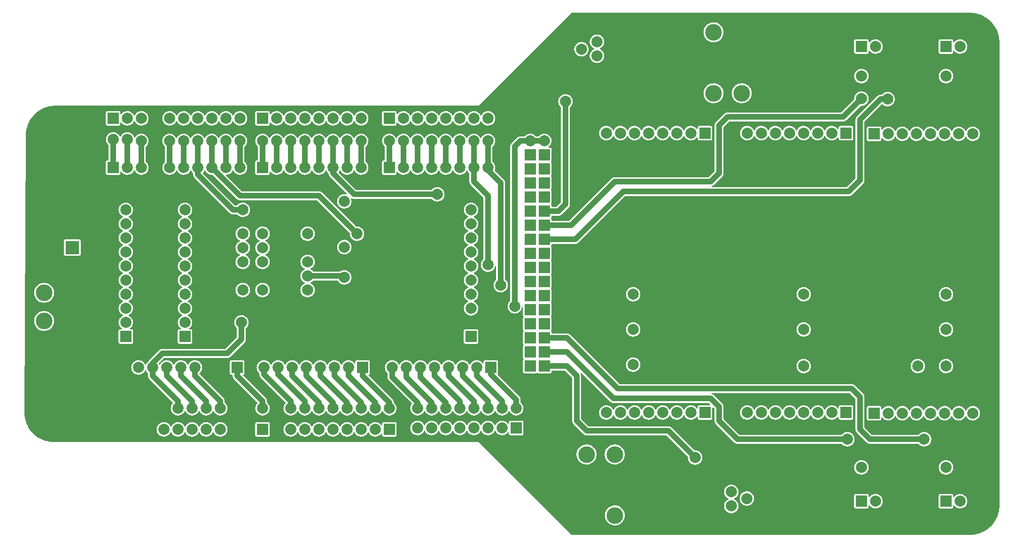
<source format=gtl>
G04 Layer: TopLayer*
G04 EasyEDA v6.4.19.5, 2021-05-27T13:51:55--3:00*
G04 d4571b5f0cad4c8e9ba745b3e698b6d2,59636247558045d2802cba280e4ac9d9,10*
G04 Gerber Generator version 0.2*
G04 Scale: 100 percent, Rotated: No, Reflected: No *
G04 Dimensions in millimeters *
G04 leading zeros omitted , absolute positions ,4 integer and 5 decimal *
%FSLAX45Y45*%
%MOMM*%

%ADD11C,1.0160*%
%ADD12C,2.0000*%
%ADD13C,5.0000*%
%ADD14R,2.0000X2.0000*%
%ADD15C,3.0000*%
%ADD16R,2.4000X2.4000*%
%ADD17C,2.4000*%

%LPD*%
G36*
X16892524Y-7264146D02*
G01*
X9717328Y-7263841D01*
X9713468Y-7263079D01*
X9710166Y-7260894D01*
X8045094Y-5595772D01*
X8040878Y-5592318D01*
X8035848Y-5589422D01*
X8030209Y-5587847D01*
X8025993Y-5587492D01*
X381203Y-5587746D01*
X349707Y-5586831D01*
X318820Y-5584088D01*
X288137Y-5579567D01*
X257759Y-5573268D01*
X227838Y-5565241D01*
X198374Y-5555488D01*
X169570Y-5544007D01*
X141478Y-5530900D01*
X114198Y-5516168D01*
X87782Y-5499862D01*
X62382Y-5482082D01*
X38100Y-5462828D01*
X14935Y-5442204D01*
X-7010Y-5420258D01*
X-27584Y-5397042D01*
X-46786Y-5372709D01*
X-64566Y-5347309D01*
X-80873Y-5320893D01*
X-95554Y-5293614D01*
X-108661Y-5265470D01*
X-120091Y-5236667D01*
X-129794Y-5207203D01*
X-137820Y-5177282D01*
X-144068Y-5146903D01*
X-148539Y-5116220D01*
X-151231Y-5085283D01*
X-152146Y-5054142D01*
X-126746Y-51562D01*
X-125831Y-19761D01*
X-123088Y11176D01*
X-118567Y41808D01*
X-112268Y72186D01*
X-104241Y102158D01*
X-94488Y131572D01*
X-83007Y160375D01*
X-69900Y188518D01*
X-55168Y215798D01*
X-38862Y242163D01*
X-21082Y267563D01*
X-1828Y291896D01*
X18796Y315010D01*
X40741Y336956D01*
X63957Y357530D01*
X88290Y376783D01*
X113690Y394563D01*
X140106Y410819D01*
X167386Y425500D01*
X195529Y438607D01*
X224332Y450037D01*
X253796Y459790D01*
X283718Y467766D01*
X314096Y474065D01*
X344779Y478535D01*
X375716Y481228D01*
X406908Y482092D01*
X8025993Y482346D01*
X8029752Y482650D01*
X8036763Y484682D01*
X8041640Y487375D01*
X8044789Y490118D01*
X9710470Y2155748D01*
X9713722Y2157984D01*
X9717633Y2158746D01*
X16890492Y2158746D01*
X16922292Y2157831D01*
X16953179Y2155088D01*
X16983862Y2150567D01*
X17014240Y2144268D01*
X17044162Y2136241D01*
X17073626Y2126488D01*
X17102429Y2115007D01*
X17130522Y2101900D01*
X17157801Y2087168D01*
X17184217Y2070862D01*
X17209617Y2053082D01*
X17233900Y2033828D01*
X17257064Y2013204D01*
X17279010Y1991258D01*
X17299584Y1968042D01*
X17318786Y1943709D01*
X17336566Y1918309D01*
X17352873Y1891893D01*
X17367554Y1864614D01*
X17380661Y1836470D01*
X17392091Y1807667D01*
X17401794Y1778203D01*
X17409820Y1748282D01*
X17416068Y1717903D01*
X17420539Y1687220D01*
X17423231Y1656283D01*
X17424146Y1625092D01*
X17424146Y-6730542D01*
X17423231Y-6762343D01*
X17420488Y-6793230D01*
X17415967Y-6823913D01*
X17409668Y-6854291D01*
X17401641Y-6884263D01*
X17391888Y-6913676D01*
X17380407Y-6942480D01*
X17367300Y-6970572D01*
X17352568Y-6997903D01*
X17336262Y-7024268D01*
X17318482Y-7049668D01*
X17299228Y-7073950D01*
X17278604Y-7097115D01*
X17256658Y-7119061D01*
X17233442Y-7139635D01*
X17209109Y-7158888D01*
X17183709Y-7176617D01*
X17157293Y-7192924D01*
X17130014Y-7207605D01*
X17101870Y-7220712D01*
X17073067Y-7232142D01*
X17043603Y-7241895D01*
X17013682Y-7249871D01*
X16983303Y-7256119D01*
X16952620Y-7260590D01*
X16921683Y-7263282D01*
G37*

%LPC*%
G36*
X10494822Y-7091984D02*
G01*
X10513364Y-7090562D01*
X10531602Y-7087209D01*
X10549432Y-7082028D01*
X10566603Y-7075017D01*
X10582960Y-7066330D01*
X10598404Y-7055967D01*
X10612628Y-7044080D01*
X10625582Y-7030770D01*
X10637113Y-7016242D01*
X10647070Y-7000595D01*
X10655350Y-6983984D01*
X10661904Y-6966610D01*
X10666628Y-6948678D01*
X10669473Y-6930339D01*
X10670438Y-6911797D01*
X10669473Y-6893255D01*
X10666628Y-6874916D01*
X10661904Y-6856984D01*
X10655350Y-6839610D01*
X10647070Y-6822998D01*
X10637113Y-6807352D01*
X10625582Y-6792823D01*
X10612628Y-6779514D01*
X10598404Y-6767626D01*
X10582960Y-6757263D01*
X10566603Y-6748576D01*
X10549432Y-6741566D01*
X10531602Y-6736384D01*
X10513364Y-6733031D01*
X10494822Y-6731609D01*
X10476280Y-6732117D01*
X10457891Y-6734505D01*
X10439806Y-6738721D01*
X10422280Y-6744817D01*
X10405465Y-6752691D01*
X10389565Y-6762242D01*
X10374731Y-6773418D01*
X10361117Y-6786016D01*
X10348874Y-6799935D01*
X10338104Y-6815074D01*
X10328960Y-6831228D01*
X10321544Y-6848195D01*
X10315905Y-6865874D01*
X10312095Y-6884060D01*
X10310215Y-6902500D01*
X10310215Y-6921093D01*
X10312095Y-6939534D01*
X10315905Y-6957720D01*
X10321544Y-6975398D01*
X10328960Y-6992366D01*
X10338104Y-7008520D01*
X10348874Y-7023658D01*
X10361117Y-7037578D01*
X10374731Y-7050176D01*
X10389565Y-7061352D01*
X10405465Y-7070902D01*
X10422280Y-7078776D01*
X10439806Y-7084872D01*
X10457891Y-7089140D01*
X10476280Y-7091476D01*
G37*
G36*
X12586360Y-6871970D02*
G01*
X12601752Y-6871512D01*
X12617043Y-6869226D01*
X12631928Y-6865162D01*
X12646202Y-6859371D01*
X12659715Y-6851903D01*
X12672263Y-6842912D01*
X12683642Y-6832498D01*
X12693700Y-6820814D01*
X12702336Y-6808012D01*
X12709398Y-6794296D01*
X12714732Y-6779818D01*
X12718389Y-6764832D01*
X12720218Y-6749491D01*
X12720218Y-6734098D01*
X12718389Y-6718757D01*
X12714732Y-6703771D01*
X12709398Y-6689293D01*
X12702336Y-6675577D01*
X12693700Y-6662775D01*
X12683642Y-6651091D01*
X12672263Y-6640677D01*
X12659715Y-6631686D01*
X12645136Y-6623710D01*
X12641884Y-6620865D01*
X12640056Y-6616953D01*
X12640056Y-6612636D01*
X12641884Y-6608724D01*
X12645136Y-6605879D01*
X12659715Y-6597903D01*
X12672263Y-6588912D01*
X12683642Y-6578498D01*
X12693700Y-6566814D01*
X12702336Y-6554012D01*
X12709398Y-6540296D01*
X12714732Y-6525818D01*
X12718389Y-6510832D01*
X12720218Y-6495491D01*
X12720218Y-6480098D01*
X12718389Y-6464757D01*
X12714732Y-6449771D01*
X12709398Y-6435293D01*
X12702336Y-6421577D01*
X12693700Y-6408775D01*
X12683642Y-6397091D01*
X12672263Y-6386677D01*
X12659715Y-6377686D01*
X12646202Y-6370218D01*
X12631928Y-6364427D01*
X12617043Y-6360363D01*
X12601752Y-6358077D01*
X12586360Y-6357620D01*
X12570968Y-6358991D01*
X12555880Y-6362192D01*
X12541250Y-6367119D01*
X12527330Y-6373774D01*
X12514275Y-6382004D01*
X12502286Y-6391706D01*
X12491567Y-6402781D01*
X12482169Y-6415024D01*
X12474346Y-6428333D01*
X12468098Y-6442456D01*
X12463627Y-6457188D01*
X12460884Y-6472377D01*
X12459970Y-6487820D01*
X12460884Y-6503212D01*
X12463627Y-6518402D01*
X12468098Y-6533134D01*
X12474346Y-6547256D01*
X12482169Y-6560566D01*
X12491567Y-6572808D01*
X12502286Y-6583883D01*
X12514275Y-6593636D01*
X12527330Y-6601866D01*
X12535255Y-6605625D01*
X12538303Y-6607860D01*
X12540335Y-6611061D01*
X12541046Y-6614820D01*
X12540335Y-6618528D01*
X12538303Y-6621729D01*
X12535255Y-6623964D01*
X12527330Y-6627774D01*
X12514275Y-6636003D01*
X12502286Y-6645706D01*
X12491567Y-6656781D01*
X12482169Y-6669024D01*
X12474346Y-6682333D01*
X12468098Y-6696456D01*
X12463627Y-6711188D01*
X12460884Y-6726377D01*
X12459970Y-6741820D01*
X12460884Y-6757212D01*
X12463627Y-6772402D01*
X12468098Y-6787134D01*
X12474346Y-6801256D01*
X12482169Y-6814566D01*
X12491567Y-6826808D01*
X12502286Y-6837883D01*
X12514275Y-6847636D01*
X12527330Y-6855866D01*
X12541250Y-6862470D01*
X12555880Y-6867448D01*
X12570968Y-6870598D01*
G37*
G36*
X14835682Y-6785051D02*
G01*
X15034717Y-6785051D01*
X15041067Y-6784441D01*
X15046756Y-6782714D01*
X15051989Y-6779920D01*
X15056561Y-6776161D01*
X15060320Y-6771589D01*
X15063114Y-6766356D01*
X15064841Y-6760667D01*
X15065451Y-6754317D01*
X15065451Y-6737045D01*
X15066365Y-6732879D01*
X15068905Y-6729425D01*
X15072664Y-6727342D01*
X15076932Y-6726986D01*
X15080945Y-6728409D01*
X15084044Y-6731406D01*
X15085669Y-6733844D01*
X15095778Y-6745528D01*
X15107157Y-6755942D01*
X15119654Y-6764934D01*
X15133167Y-6772351D01*
X15147493Y-6778193D01*
X15162377Y-6782257D01*
X15177617Y-6784543D01*
X15193060Y-6785000D01*
X15208453Y-6783628D01*
X15223540Y-6780428D01*
X15238120Y-6775500D01*
X15252090Y-6768846D01*
X15265146Y-6760616D01*
X15277084Y-6750913D01*
X15287853Y-6739839D01*
X15297200Y-6727545D01*
X15305074Y-6714286D01*
X15311272Y-6700164D01*
X15315793Y-6685381D01*
X15318536Y-6670192D01*
X15319451Y-6654800D01*
X15318536Y-6639407D01*
X15315793Y-6624218D01*
X15311272Y-6609435D01*
X15305074Y-6595313D01*
X15297200Y-6582054D01*
X15287853Y-6569760D01*
X15277084Y-6558686D01*
X15265146Y-6548983D01*
X15252090Y-6540754D01*
X15238120Y-6534099D01*
X15223540Y-6529171D01*
X15208453Y-6525971D01*
X15193060Y-6524599D01*
X15177617Y-6525056D01*
X15162377Y-6527342D01*
X15147493Y-6531406D01*
X15133167Y-6537248D01*
X15119654Y-6544665D01*
X15107157Y-6553657D01*
X15095778Y-6564071D01*
X15085669Y-6575755D01*
X15084044Y-6578193D01*
X15080945Y-6581190D01*
X15076932Y-6582613D01*
X15072664Y-6582257D01*
X15068905Y-6580174D01*
X15066365Y-6576720D01*
X15065451Y-6572554D01*
X15065451Y-6555282D01*
X15064841Y-6548932D01*
X15063114Y-6543243D01*
X15060320Y-6538010D01*
X15056561Y-6533438D01*
X15051989Y-6529679D01*
X15046756Y-6526885D01*
X15041067Y-6525158D01*
X15034717Y-6524548D01*
X14835682Y-6524548D01*
X14829332Y-6525158D01*
X14823643Y-6526885D01*
X14818410Y-6529679D01*
X14813838Y-6533438D01*
X14810079Y-6538010D01*
X14807285Y-6543243D01*
X14805558Y-6548932D01*
X14804948Y-6555282D01*
X14804948Y-6754317D01*
X14805558Y-6760667D01*
X14807285Y-6766356D01*
X14810079Y-6771589D01*
X14813838Y-6776161D01*
X14818410Y-6779920D01*
X14823643Y-6782714D01*
X14829332Y-6784441D01*
G37*
G36*
X16359682Y-6785051D02*
G01*
X16558717Y-6785051D01*
X16565067Y-6784441D01*
X16570756Y-6782714D01*
X16575989Y-6779920D01*
X16580561Y-6776161D01*
X16584320Y-6771589D01*
X16587114Y-6766356D01*
X16588841Y-6760667D01*
X16589451Y-6754317D01*
X16589451Y-6737045D01*
X16590365Y-6732879D01*
X16592905Y-6729425D01*
X16596664Y-6727342D01*
X16600932Y-6726986D01*
X16604945Y-6728409D01*
X16608044Y-6731406D01*
X16609669Y-6733844D01*
X16619778Y-6745528D01*
X16631157Y-6755942D01*
X16643654Y-6764934D01*
X16657167Y-6772351D01*
X16671493Y-6778193D01*
X16686377Y-6782257D01*
X16701617Y-6784543D01*
X16717060Y-6785000D01*
X16732453Y-6783628D01*
X16747540Y-6780428D01*
X16762120Y-6775500D01*
X16776090Y-6768846D01*
X16789146Y-6760616D01*
X16801084Y-6750913D01*
X16811853Y-6739839D01*
X16821200Y-6727545D01*
X16829074Y-6714286D01*
X16835272Y-6700164D01*
X16839793Y-6685381D01*
X16842536Y-6670192D01*
X16843451Y-6654800D01*
X16842536Y-6639407D01*
X16839793Y-6624218D01*
X16835272Y-6609435D01*
X16829074Y-6595313D01*
X16821200Y-6582054D01*
X16811853Y-6569760D01*
X16801084Y-6558686D01*
X16789146Y-6548983D01*
X16776090Y-6540754D01*
X16762120Y-6534099D01*
X16747540Y-6529171D01*
X16732453Y-6525971D01*
X16717060Y-6524599D01*
X16701617Y-6525056D01*
X16686377Y-6527342D01*
X16671493Y-6531406D01*
X16657167Y-6537248D01*
X16643654Y-6544665D01*
X16631157Y-6553657D01*
X16619778Y-6564071D01*
X16609669Y-6575755D01*
X16608044Y-6578193D01*
X16604945Y-6581190D01*
X16600932Y-6582613D01*
X16596664Y-6582257D01*
X16592905Y-6580174D01*
X16590365Y-6576720D01*
X16589451Y-6572554D01*
X16589451Y-6555282D01*
X16588841Y-6548932D01*
X16587114Y-6543243D01*
X16584320Y-6538010D01*
X16580561Y-6533438D01*
X16575989Y-6529679D01*
X16570756Y-6526885D01*
X16565067Y-6525158D01*
X16558717Y-6524548D01*
X16359682Y-6524548D01*
X16353332Y-6525158D01*
X16347643Y-6526885D01*
X16342410Y-6529679D01*
X16337838Y-6533438D01*
X16334079Y-6538010D01*
X16331285Y-6543243D01*
X16329558Y-6548932D01*
X16328948Y-6555282D01*
X16328948Y-6754317D01*
X16329558Y-6760667D01*
X16331285Y-6766356D01*
X16334079Y-6771589D01*
X16337838Y-6776161D01*
X16342410Y-6779920D01*
X16347643Y-6782714D01*
X16353332Y-6784441D01*
G37*
G36*
X12866319Y-6736994D02*
G01*
X12881762Y-6736537D01*
X12897002Y-6734251D01*
X12911886Y-6730187D01*
X12926212Y-6724396D01*
X12939725Y-6716928D01*
X12952272Y-6707936D01*
X12963652Y-6697522D01*
X12973710Y-6685838D01*
X12982346Y-6673037D01*
X12989407Y-6659321D01*
X12994741Y-6644843D01*
X12998399Y-6629857D01*
X13000228Y-6614515D01*
X13000228Y-6599072D01*
X12998399Y-6583781D01*
X12994741Y-6568744D01*
X12989407Y-6554317D01*
X12982346Y-6540550D01*
X12973710Y-6527749D01*
X12963652Y-6516065D01*
X12952272Y-6505651D01*
X12939725Y-6496659D01*
X12926212Y-6489242D01*
X12911886Y-6483400D01*
X12897002Y-6479336D01*
X12881762Y-6477101D01*
X12866319Y-6476644D01*
X12850977Y-6478016D01*
X12835890Y-6481165D01*
X12821259Y-6486093D01*
X12807340Y-6492748D01*
X12794284Y-6500977D01*
X12782296Y-6510731D01*
X12771526Y-6521754D01*
X12762179Y-6534048D01*
X12754356Y-6547307D01*
X12748107Y-6561429D01*
X12743586Y-6576212D01*
X12740894Y-6591401D01*
X12739979Y-6606794D01*
X12740894Y-6622186D01*
X12743586Y-6637375D01*
X12748107Y-6652158D01*
X12754356Y-6666280D01*
X12762179Y-6679539D01*
X12771526Y-6691833D01*
X12782296Y-6702907D01*
X12794284Y-6712610D01*
X12807340Y-6720840D01*
X12821259Y-6727494D01*
X12835890Y-6732422D01*
X12850977Y-6735622D01*
G37*
G36*
X14931339Y-6175400D02*
G01*
X14946782Y-6174943D01*
X14962022Y-6172657D01*
X14976906Y-6168593D01*
X14991232Y-6162751D01*
X15004745Y-6155334D01*
X15017242Y-6146342D01*
X15028621Y-6135928D01*
X15038730Y-6124244D01*
X15047315Y-6111443D01*
X15054376Y-6097676D01*
X15059761Y-6083249D01*
X15063368Y-6068212D01*
X15065197Y-6052921D01*
X15065197Y-6037478D01*
X15063368Y-6022187D01*
X15059761Y-6007150D01*
X15054376Y-5992723D01*
X15047315Y-5978956D01*
X15038730Y-5966155D01*
X15028621Y-5954471D01*
X15017242Y-5944057D01*
X15004745Y-5935065D01*
X14991232Y-5927648D01*
X14976906Y-5921806D01*
X14962022Y-5917742D01*
X14946782Y-5915456D01*
X14931339Y-5914999D01*
X14915946Y-5916371D01*
X14900859Y-5919571D01*
X14886279Y-5924499D01*
X14872309Y-5931154D01*
X14859254Y-5939383D01*
X14847316Y-5949086D01*
X14836546Y-5960160D01*
X14827199Y-5972454D01*
X14819325Y-5985713D01*
X14813127Y-5999835D01*
X14808606Y-6014618D01*
X14805863Y-6029807D01*
X14804948Y-6045200D01*
X14805863Y-6060592D01*
X14808606Y-6075781D01*
X14813127Y-6090564D01*
X14819325Y-6104686D01*
X14827199Y-6117945D01*
X14836546Y-6130239D01*
X14847316Y-6141313D01*
X14859254Y-6151016D01*
X14872309Y-6159246D01*
X14886279Y-6165900D01*
X14900859Y-6170828D01*
X14915946Y-6174028D01*
G37*
G36*
X16455339Y-6175400D02*
G01*
X16470782Y-6174943D01*
X16486022Y-6172657D01*
X16500906Y-6168593D01*
X16515232Y-6162751D01*
X16528745Y-6155334D01*
X16541242Y-6146342D01*
X16552621Y-6135928D01*
X16562730Y-6124244D01*
X16571315Y-6111443D01*
X16578376Y-6097676D01*
X16583761Y-6083249D01*
X16587368Y-6068212D01*
X16589197Y-6052921D01*
X16589197Y-6037478D01*
X16587368Y-6022187D01*
X16583761Y-6007150D01*
X16578376Y-5992723D01*
X16571315Y-5978956D01*
X16562730Y-5966155D01*
X16552621Y-5954471D01*
X16541242Y-5944057D01*
X16528745Y-5935065D01*
X16515232Y-5927648D01*
X16500906Y-5921806D01*
X16486022Y-5917742D01*
X16470782Y-5915456D01*
X16455339Y-5914999D01*
X16439946Y-5916371D01*
X16424859Y-5919571D01*
X16410279Y-5924499D01*
X16396309Y-5931154D01*
X16383254Y-5939383D01*
X16371316Y-5949086D01*
X16360546Y-5960160D01*
X16351199Y-5972454D01*
X16343325Y-5985713D01*
X16337127Y-5999835D01*
X16332606Y-6014618D01*
X16329863Y-6029807D01*
X16328948Y-6045200D01*
X16329863Y-6060592D01*
X16332606Y-6075781D01*
X16337127Y-6090564D01*
X16343325Y-6104686D01*
X16351199Y-6117945D01*
X16360546Y-6130239D01*
X16371316Y-6141313D01*
X16383254Y-6151016D01*
X16396309Y-6159246D01*
X16410279Y-6165900D01*
X16424859Y-6170828D01*
X16439946Y-6174028D01*
G37*
G36*
X11934139Y-5997600D02*
G01*
X11949582Y-5997143D01*
X11964822Y-5994857D01*
X11979706Y-5990793D01*
X11994032Y-5984951D01*
X12007545Y-5977534D01*
X12020042Y-5968542D01*
X12031421Y-5958128D01*
X12041530Y-5946444D01*
X12050115Y-5933643D01*
X12057176Y-5919876D01*
X12062561Y-5905449D01*
X12066168Y-5890412D01*
X12067997Y-5875121D01*
X12067997Y-5859678D01*
X12066168Y-5844387D01*
X12062561Y-5829350D01*
X12057176Y-5814923D01*
X12050115Y-5801156D01*
X12041530Y-5788355D01*
X12031421Y-5776671D01*
X12020042Y-5766257D01*
X12007545Y-5757265D01*
X11994032Y-5749848D01*
X11979706Y-5744006D01*
X11964822Y-5739942D01*
X11949582Y-5737656D01*
X11934139Y-5737199D01*
X11928144Y-5737758D01*
X11923776Y-5737199D01*
X11920067Y-5734812D01*
X11512854Y-5327599D01*
X11508486Y-5323535D01*
X11503964Y-5319928D01*
X11499240Y-5316626D01*
X11494262Y-5313680D01*
X11489080Y-5311089D01*
X11483746Y-5308854D01*
X11478209Y-5307025D01*
X11472621Y-5305602D01*
X11466931Y-5304586D01*
X11461191Y-5303977D01*
X11455196Y-5303774D01*
X10019995Y-5303774D01*
X10016083Y-5302961D01*
X10012781Y-5300776D01*
X9888423Y-5176418D01*
X9886238Y-5173116D01*
X9885476Y-5169204D01*
X9885476Y-4394403D01*
X9885222Y-4388408D01*
X9884613Y-4382668D01*
X9883597Y-4376978D01*
X9882174Y-4371390D01*
X9880346Y-4365853D01*
X9878110Y-4360519D01*
X9875520Y-4355338D01*
X9873894Y-4352645D01*
X9872573Y-4348683D01*
X9872929Y-4344517D01*
X9874910Y-4340860D01*
X9878212Y-4338320D01*
X9882225Y-4337304D01*
X9886340Y-4337964D01*
X9889845Y-4340250D01*
X10407345Y-4857800D01*
X10411714Y-4861864D01*
X10416235Y-4865471D01*
X10420959Y-4868773D01*
X10425938Y-4871720D01*
X10431119Y-4874310D01*
X10436453Y-4876546D01*
X10441990Y-4878374D01*
X10447578Y-4879797D01*
X10453268Y-4880813D01*
X10459008Y-4881422D01*
X10465003Y-4881676D01*
X12179604Y-4881676D01*
X12183516Y-4882438D01*
X12186818Y-4884623D01*
X12209170Y-4907026D01*
X12211405Y-4910277D01*
X12212167Y-4914188D01*
X12211405Y-4918100D01*
X12209170Y-4921351D01*
X12205868Y-4923586D01*
X12202007Y-4924348D01*
X12016282Y-4924348D01*
X12009932Y-4924958D01*
X12004243Y-4926685D01*
X11999010Y-4929479D01*
X11994438Y-4933238D01*
X11990679Y-4937810D01*
X11987885Y-4943043D01*
X11986158Y-4948732D01*
X11985548Y-4955082D01*
X11985548Y-4972354D01*
X11984634Y-4976520D01*
X11982094Y-4979974D01*
X11978335Y-4982057D01*
X11974068Y-4982413D01*
X11970054Y-4980990D01*
X11966956Y-4977993D01*
X11965330Y-4975555D01*
X11955221Y-4963871D01*
X11943842Y-4953457D01*
X11931345Y-4944465D01*
X11917832Y-4937048D01*
X11903506Y-4931206D01*
X11888622Y-4927142D01*
X11873382Y-4924856D01*
X11857939Y-4924399D01*
X11842546Y-4925771D01*
X11827459Y-4928971D01*
X11812879Y-4933899D01*
X11798909Y-4940554D01*
X11785854Y-4948783D01*
X11773916Y-4958486D01*
X11763146Y-4969560D01*
X11753799Y-4981854D01*
X11745925Y-4995113D01*
X11744147Y-4999228D01*
X11741962Y-5002377D01*
X11738813Y-5004460D01*
X11735155Y-5005273D01*
X11731396Y-5004714D01*
X11728145Y-5002784D01*
X11725808Y-4999786D01*
X11719915Y-4988356D01*
X11711330Y-4975555D01*
X11701221Y-4963871D01*
X11689842Y-4953457D01*
X11677345Y-4944465D01*
X11663832Y-4937048D01*
X11649506Y-4931206D01*
X11634622Y-4927142D01*
X11619382Y-4924856D01*
X11603939Y-4924399D01*
X11588546Y-4925771D01*
X11573459Y-4928971D01*
X11558879Y-4933899D01*
X11544909Y-4940554D01*
X11531854Y-4948783D01*
X11519916Y-4958486D01*
X11509146Y-4969560D01*
X11499799Y-4981854D01*
X11491925Y-4995113D01*
X11490147Y-4999228D01*
X11487962Y-5002377D01*
X11484813Y-5004460D01*
X11481155Y-5005273D01*
X11477396Y-5004714D01*
X11474145Y-5002784D01*
X11471808Y-4999786D01*
X11465915Y-4988356D01*
X11457330Y-4975555D01*
X11447221Y-4963871D01*
X11435842Y-4953457D01*
X11423345Y-4944465D01*
X11409832Y-4937048D01*
X11395506Y-4931206D01*
X11380622Y-4927142D01*
X11365382Y-4924856D01*
X11349939Y-4924399D01*
X11334546Y-4925771D01*
X11319459Y-4928971D01*
X11304879Y-4933899D01*
X11290909Y-4940554D01*
X11277854Y-4948783D01*
X11265916Y-4958486D01*
X11255146Y-4969560D01*
X11245799Y-4981854D01*
X11237925Y-4995113D01*
X11236147Y-4999228D01*
X11233962Y-5002377D01*
X11230813Y-5004460D01*
X11227155Y-5005273D01*
X11223396Y-5004714D01*
X11220145Y-5002784D01*
X11217808Y-4999786D01*
X11211915Y-4988356D01*
X11203330Y-4975555D01*
X11193221Y-4963871D01*
X11181842Y-4953457D01*
X11169345Y-4944465D01*
X11155832Y-4937048D01*
X11141506Y-4931206D01*
X11126622Y-4927142D01*
X11111382Y-4924856D01*
X11095939Y-4924399D01*
X11080546Y-4925771D01*
X11065459Y-4928971D01*
X11050879Y-4933899D01*
X11036909Y-4940554D01*
X11023854Y-4948783D01*
X11011916Y-4958486D01*
X11001146Y-4969560D01*
X10991799Y-4981854D01*
X10983925Y-4995113D01*
X10982147Y-4999228D01*
X10979962Y-5002377D01*
X10976813Y-5004460D01*
X10973155Y-5005273D01*
X10969396Y-5004714D01*
X10966145Y-5002784D01*
X10963808Y-4999786D01*
X10957915Y-4988356D01*
X10949330Y-4975555D01*
X10939221Y-4963871D01*
X10927842Y-4953457D01*
X10915345Y-4944465D01*
X10901832Y-4937048D01*
X10887506Y-4931206D01*
X10872622Y-4927142D01*
X10857382Y-4924856D01*
X10841939Y-4924399D01*
X10826546Y-4925771D01*
X10811459Y-4928971D01*
X10796879Y-4933899D01*
X10782909Y-4940554D01*
X10769854Y-4948783D01*
X10757916Y-4958486D01*
X10747146Y-4969560D01*
X10737799Y-4981854D01*
X10729925Y-4995113D01*
X10728147Y-4999228D01*
X10725962Y-5002377D01*
X10722813Y-5004460D01*
X10719155Y-5005273D01*
X10715396Y-5004714D01*
X10712145Y-5002784D01*
X10709808Y-4999786D01*
X10703915Y-4988356D01*
X10695330Y-4975555D01*
X10685221Y-4963871D01*
X10673842Y-4953457D01*
X10661345Y-4944465D01*
X10647832Y-4937048D01*
X10633506Y-4931206D01*
X10618622Y-4927142D01*
X10603382Y-4924856D01*
X10587939Y-4924399D01*
X10572546Y-4925771D01*
X10557459Y-4928971D01*
X10542879Y-4933899D01*
X10528909Y-4940554D01*
X10515854Y-4948783D01*
X10503916Y-4958486D01*
X10493146Y-4969560D01*
X10483799Y-4981854D01*
X10475925Y-4995113D01*
X10474147Y-4999228D01*
X10471962Y-5002377D01*
X10468813Y-5004460D01*
X10465155Y-5005273D01*
X10461396Y-5004714D01*
X10458145Y-5002784D01*
X10455808Y-4999786D01*
X10449915Y-4988356D01*
X10441330Y-4975555D01*
X10431221Y-4963871D01*
X10419842Y-4953457D01*
X10407345Y-4944465D01*
X10393832Y-4937048D01*
X10379506Y-4931206D01*
X10364622Y-4927142D01*
X10349382Y-4924856D01*
X10333939Y-4924399D01*
X10318546Y-4925771D01*
X10303459Y-4928971D01*
X10288879Y-4933899D01*
X10274909Y-4940554D01*
X10261854Y-4948783D01*
X10249916Y-4958486D01*
X10239146Y-4969560D01*
X10229799Y-4981854D01*
X10221925Y-4995113D01*
X10215727Y-5009235D01*
X10211206Y-5024018D01*
X10208463Y-5039207D01*
X10207548Y-5054600D01*
X10208463Y-5069992D01*
X10211206Y-5085181D01*
X10215727Y-5099964D01*
X10221925Y-5114086D01*
X10229799Y-5127345D01*
X10239146Y-5139639D01*
X10249916Y-5150713D01*
X10261854Y-5160416D01*
X10274909Y-5168646D01*
X10288879Y-5175300D01*
X10303459Y-5180228D01*
X10318546Y-5183428D01*
X10333939Y-5184800D01*
X10349382Y-5184343D01*
X10364622Y-5182057D01*
X10379506Y-5177993D01*
X10393832Y-5172151D01*
X10407345Y-5164734D01*
X10419842Y-5155742D01*
X10431221Y-5145328D01*
X10441330Y-5133644D01*
X10449915Y-5120843D01*
X10455808Y-5109413D01*
X10458145Y-5106416D01*
X10461396Y-5104485D01*
X10465155Y-5103926D01*
X10468813Y-5104739D01*
X10471962Y-5106822D01*
X10474147Y-5109972D01*
X10475925Y-5114086D01*
X10483799Y-5127345D01*
X10493146Y-5139639D01*
X10503916Y-5150713D01*
X10515854Y-5160416D01*
X10528909Y-5168646D01*
X10542879Y-5175300D01*
X10557459Y-5180228D01*
X10572546Y-5183428D01*
X10587939Y-5184800D01*
X10603382Y-5184343D01*
X10618622Y-5182057D01*
X10633506Y-5177993D01*
X10647832Y-5172151D01*
X10661345Y-5164734D01*
X10673842Y-5155742D01*
X10685221Y-5145328D01*
X10695330Y-5133644D01*
X10703915Y-5120843D01*
X10709808Y-5109413D01*
X10712145Y-5106416D01*
X10715396Y-5104485D01*
X10719155Y-5103926D01*
X10722813Y-5104739D01*
X10725962Y-5106822D01*
X10728147Y-5109972D01*
X10729925Y-5114086D01*
X10737799Y-5127345D01*
X10747146Y-5139639D01*
X10757916Y-5150713D01*
X10769854Y-5160416D01*
X10782909Y-5168646D01*
X10796879Y-5175300D01*
X10811459Y-5180228D01*
X10826546Y-5183428D01*
X10841939Y-5184800D01*
X10857382Y-5184343D01*
X10872622Y-5182057D01*
X10887506Y-5177993D01*
X10901832Y-5172151D01*
X10915345Y-5164734D01*
X10927842Y-5155742D01*
X10939221Y-5145328D01*
X10949330Y-5133644D01*
X10957915Y-5120843D01*
X10963808Y-5109413D01*
X10966145Y-5106416D01*
X10969396Y-5104485D01*
X10973155Y-5103926D01*
X10976813Y-5104739D01*
X10979962Y-5106822D01*
X10982147Y-5109972D01*
X10983925Y-5114086D01*
X10991799Y-5127345D01*
X11001146Y-5139639D01*
X11011916Y-5150713D01*
X11023854Y-5160416D01*
X11036909Y-5168646D01*
X11050879Y-5175300D01*
X11065459Y-5180228D01*
X11080546Y-5183428D01*
X11095939Y-5184800D01*
X11111382Y-5184343D01*
X11126622Y-5182057D01*
X11141506Y-5177993D01*
X11155832Y-5172151D01*
X11169345Y-5164734D01*
X11181842Y-5155742D01*
X11193221Y-5145328D01*
X11203330Y-5133644D01*
X11211915Y-5120843D01*
X11217808Y-5109413D01*
X11220145Y-5106416D01*
X11223396Y-5104485D01*
X11227155Y-5103926D01*
X11230813Y-5104739D01*
X11233962Y-5106822D01*
X11236147Y-5109972D01*
X11237925Y-5114086D01*
X11245799Y-5127345D01*
X11255146Y-5139639D01*
X11265916Y-5150713D01*
X11277854Y-5160416D01*
X11290909Y-5168646D01*
X11304879Y-5175300D01*
X11319459Y-5180228D01*
X11334546Y-5183428D01*
X11349939Y-5184800D01*
X11365382Y-5184343D01*
X11380622Y-5182057D01*
X11395506Y-5177993D01*
X11409832Y-5172151D01*
X11423345Y-5164734D01*
X11435842Y-5155742D01*
X11447221Y-5145328D01*
X11457330Y-5133644D01*
X11465915Y-5120843D01*
X11471808Y-5109413D01*
X11474145Y-5106416D01*
X11477396Y-5104485D01*
X11481155Y-5103926D01*
X11484813Y-5104739D01*
X11487962Y-5106822D01*
X11490147Y-5109972D01*
X11491925Y-5114086D01*
X11499799Y-5127345D01*
X11509146Y-5139639D01*
X11519916Y-5150713D01*
X11531854Y-5160416D01*
X11544909Y-5168646D01*
X11558879Y-5175300D01*
X11573459Y-5180228D01*
X11588546Y-5183428D01*
X11603939Y-5184800D01*
X11619382Y-5184343D01*
X11634622Y-5182057D01*
X11649506Y-5177993D01*
X11663832Y-5172151D01*
X11677345Y-5164734D01*
X11689842Y-5155742D01*
X11701221Y-5145328D01*
X11711330Y-5133644D01*
X11719915Y-5120843D01*
X11725808Y-5109413D01*
X11728145Y-5106416D01*
X11731396Y-5104485D01*
X11735155Y-5103926D01*
X11738813Y-5104739D01*
X11741962Y-5106822D01*
X11744147Y-5109972D01*
X11745925Y-5114086D01*
X11753799Y-5127345D01*
X11763146Y-5139639D01*
X11773916Y-5150713D01*
X11785854Y-5160416D01*
X11798909Y-5168646D01*
X11812879Y-5175300D01*
X11827459Y-5180228D01*
X11842546Y-5183428D01*
X11857939Y-5184800D01*
X11873382Y-5184343D01*
X11888622Y-5182057D01*
X11903506Y-5177993D01*
X11917832Y-5172151D01*
X11931345Y-5164734D01*
X11943842Y-5155742D01*
X11955221Y-5145328D01*
X11965330Y-5133644D01*
X11966956Y-5131206D01*
X11970054Y-5128209D01*
X11974068Y-5126786D01*
X11978335Y-5127142D01*
X11982094Y-5129225D01*
X11984634Y-5132679D01*
X11985548Y-5136845D01*
X11985548Y-5154117D01*
X11986158Y-5160467D01*
X11987885Y-5166156D01*
X11990679Y-5171389D01*
X11994438Y-5175961D01*
X11999010Y-5179720D01*
X12004243Y-5182514D01*
X12009932Y-5184241D01*
X12016282Y-5184851D01*
X12215317Y-5184851D01*
X12221667Y-5184241D01*
X12227356Y-5182514D01*
X12232589Y-5179720D01*
X12237161Y-5175961D01*
X12240920Y-5171389D01*
X12243714Y-5166156D01*
X12245441Y-5160467D01*
X12246051Y-5154117D01*
X12246051Y-4968392D01*
X12246813Y-4964531D01*
X12249048Y-4961229D01*
X12252299Y-4958994D01*
X12256211Y-4958232D01*
X12260122Y-4958994D01*
X12263374Y-4961229D01*
X12285776Y-4983581D01*
X12287961Y-4986883D01*
X12288774Y-4990795D01*
X12288774Y-5206796D01*
X12288977Y-5212791D01*
X12289586Y-5218531D01*
X12290602Y-5224221D01*
X12292025Y-5229809D01*
X12293854Y-5235346D01*
X12296089Y-5240680D01*
X12298680Y-5245862D01*
X12301626Y-5250840D01*
X12304928Y-5255564D01*
X12308535Y-5260086D01*
X12312599Y-5264454D01*
X12642545Y-5594400D01*
X12646914Y-5598464D01*
X12651435Y-5602071D01*
X12656159Y-5605373D01*
X12661138Y-5608320D01*
X12666319Y-5610910D01*
X12671653Y-5613146D01*
X12677190Y-5614974D01*
X12682778Y-5616397D01*
X12688468Y-5617413D01*
X12694208Y-5618022D01*
X12700203Y-5618276D01*
X14574469Y-5618276D01*
X14578482Y-5619038D01*
X14581784Y-5621375D01*
X14593316Y-5633313D01*
X14605254Y-5643016D01*
X14618309Y-5651246D01*
X14632279Y-5657900D01*
X14646859Y-5662828D01*
X14661946Y-5666028D01*
X14677339Y-5667400D01*
X14692782Y-5666943D01*
X14708022Y-5664657D01*
X14722906Y-5660593D01*
X14737232Y-5654751D01*
X14750745Y-5647334D01*
X14763242Y-5638342D01*
X14774621Y-5627928D01*
X14784730Y-5616244D01*
X14793315Y-5603443D01*
X14800376Y-5589676D01*
X14805761Y-5575249D01*
X14809368Y-5560212D01*
X14811197Y-5544921D01*
X14811197Y-5529478D01*
X14809368Y-5514187D01*
X14805761Y-5499150D01*
X14800376Y-5484723D01*
X14793315Y-5470956D01*
X14784730Y-5458155D01*
X14774621Y-5446471D01*
X14763242Y-5436057D01*
X14750745Y-5427065D01*
X14737232Y-5419648D01*
X14722906Y-5413806D01*
X14708022Y-5409742D01*
X14692782Y-5407456D01*
X14677339Y-5406999D01*
X14661946Y-5408371D01*
X14646859Y-5411571D01*
X14632279Y-5416499D01*
X14618309Y-5423154D01*
X14605254Y-5431383D01*
X14593316Y-5441086D01*
X14581784Y-5453024D01*
X14578482Y-5455361D01*
X14574469Y-5456174D01*
X12737795Y-5456174D01*
X12733883Y-5455361D01*
X12730581Y-5453176D01*
X12453823Y-5176418D01*
X12451638Y-5173116D01*
X12450876Y-5169204D01*
X12450876Y-4953203D01*
X12450622Y-4947208D01*
X12450013Y-4941468D01*
X12448997Y-4935778D01*
X12447574Y-4930190D01*
X12445746Y-4924653D01*
X12443510Y-4919319D01*
X12440920Y-4914138D01*
X12437973Y-4909159D01*
X12434671Y-4904435D01*
X12431064Y-4899914D01*
X12427000Y-4895545D01*
X12274854Y-4743399D01*
X12270486Y-4739335D01*
X12265964Y-4735728D01*
X12261240Y-4732426D01*
X12256262Y-4729480D01*
X12251080Y-4726889D01*
X12245746Y-4724654D01*
X12242698Y-4723638D01*
X12239142Y-4721606D01*
X12236704Y-4718354D01*
X12235738Y-4714443D01*
X12236399Y-4710430D01*
X12238532Y-4706975D01*
X12241885Y-4704689D01*
X12245898Y-4703876D01*
X14719604Y-4703876D01*
X14723516Y-4704638D01*
X14726818Y-4706823D01*
X14825776Y-4805781D01*
X14827961Y-4809083D01*
X14828774Y-4812995D01*
X14828774Y-5359196D01*
X14828977Y-5365191D01*
X14829586Y-5370931D01*
X14830602Y-5376621D01*
X14832025Y-5382209D01*
X14833854Y-5387746D01*
X14836089Y-5393080D01*
X14838680Y-5398262D01*
X14841626Y-5403240D01*
X14844928Y-5407964D01*
X14848535Y-5412486D01*
X14852599Y-5416854D01*
X15030145Y-5594400D01*
X15034513Y-5598464D01*
X15039035Y-5602071D01*
X15043759Y-5605373D01*
X15048738Y-5608320D01*
X15053919Y-5610910D01*
X15059253Y-5613146D01*
X15064790Y-5614974D01*
X15070378Y-5616397D01*
X15076068Y-5617413D01*
X15081808Y-5618022D01*
X15087803Y-5618276D01*
X15958464Y-5618276D01*
X15962426Y-5619038D01*
X15965779Y-5621375D01*
X15977260Y-5633313D01*
X15989249Y-5643016D01*
X16002254Y-5651246D01*
X16016224Y-5657900D01*
X16030803Y-5662828D01*
X16045942Y-5666028D01*
X16061283Y-5667400D01*
X16076726Y-5666943D01*
X16091966Y-5664657D01*
X16106851Y-5660593D01*
X16121176Y-5654751D01*
X16134689Y-5647334D01*
X16147186Y-5638342D01*
X16158616Y-5627928D01*
X16168674Y-5616244D01*
X16177310Y-5603443D01*
X16184321Y-5589676D01*
X16189706Y-5575249D01*
X16193312Y-5560212D01*
X16195141Y-5544921D01*
X16195141Y-5529478D01*
X16193312Y-5514187D01*
X16189706Y-5499150D01*
X16184321Y-5484723D01*
X16177310Y-5470956D01*
X16168674Y-5458155D01*
X16158616Y-5446471D01*
X16147186Y-5436057D01*
X16134689Y-5427065D01*
X16121176Y-5419648D01*
X16106851Y-5413806D01*
X16091966Y-5409742D01*
X16076726Y-5407456D01*
X16061283Y-5406999D01*
X16045942Y-5408371D01*
X16030803Y-5411571D01*
X16016224Y-5416499D01*
X16002254Y-5423154D01*
X15989249Y-5431383D01*
X15977260Y-5441086D01*
X15965779Y-5453024D01*
X15962426Y-5455361D01*
X15958464Y-5456174D01*
X15125395Y-5456174D01*
X15121483Y-5455361D01*
X15118181Y-5453176D01*
X14993823Y-5328818D01*
X14991638Y-5325516D01*
X14990876Y-5321604D01*
X14990876Y-4775403D01*
X14990622Y-4769408D01*
X14990013Y-4763668D01*
X14988997Y-4757978D01*
X14987574Y-4752390D01*
X14985746Y-4746853D01*
X14983510Y-4741519D01*
X14980919Y-4736338D01*
X14977973Y-4731359D01*
X14974671Y-4726635D01*
X14971064Y-4722114D01*
X14967000Y-4717745D01*
X14814854Y-4565599D01*
X14810486Y-4561535D01*
X14805964Y-4557928D01*
X14801240Y-4554626D01*
X14796262Y-4551680D01*
X14791080Y-4549089D01*
X14785746Y-4546854D01*
X14780209Y-4545025D01*
X14774621Y-4543602D01*
X14768931Y-4542586D01*
X14763191Y-4541977D01*
X14757196Y-4541774D01*
X10578795Y-4541774D01*
X10574883Y-4540961D01*
X10571581Y-4538776D01*
X9684054Y-3651199D01*
X9679686Y-3647135D01*
X9675164Y-3643528D01*
X9670440Y-3640226D01*
X9665462Y-3637279D01*
X9660280Y-3634689D01*
X9654946Y-3632454D01*
X9649409Y-3630625D01*
X9643821Y-3629202D01*
X9638131Y-3628186D01*
X9632391Y-3627577D01*
X9626396Y-3627374D01*
X9360611Y-3627374D01*
X9356699Y-3626561D01*
X9353448Y-3624376D01*
X9351213Y-3621074D01*
X9350451Y-3617214D01*
X9350451Y-3608882D01*
X9349841Y-3602532D01*
X9348114Y-3596843D01*
X9345320Y-3591610D01*
X9342221Y-3587851D01*
X9340494Y-3584803D01*
X9339884Y-3581400D01*
X9340494Y-3577996D01*
X9342221Y-3574948D01*
X9345320Y-3571189D01*
X9348114Y-3565956D01*
X9349841Y-3560267D01*
X9350451Y-3553917D01*
X9350451Y-3354882D01*
X9349841Y-3348532D01*
X9348114Y-3342843D01*
X9345320Y-3337610D01*
X9342221Y-3333851D01*
X9340494Y-3330803D01*
X9339884Y-3327400D01*
X9340494Y-3323996D01*
X9342221Y-3320948D01*
X9345320Y-3317189D01*
X9348114Y-3311956D01*
X9349841Y-3306267D01*
X9350451Y-3299917D01*
X9350451Y-3100882D01*
X9349841Y-3094532D01*
X9348114Y-3088843D01*
X9345320Y-3083610D01*
X9342221Y-3079851D01*
X9340494Y-3076803D01*
X9339884Y-3073400D01*
X9340494Y-3069996D01*
X9342221Y-3066948D01*
X9345320Y-3063189D01*
X9348114Y-3057956D01*
X9349841Y-3052267D01*
X9350451Y-3045917D01*
X9350451Y-2846882D01*
X9349841Y-2840532D01*
X9348114Y-2834843D01*
X9345320Y-2829610D01*
X9342221Y-2825851D01*
X9340494Y-2822803D01*
X9339884Y-2819400D01*
X9340494Y-2815996D01*
X9342221Y-2812948D01*
X9345320Y-2809189D01*
X9348114Y-2803956D01*
X9349841Y-2798267D01*
X9350451Y-2791917D01*
X9350451Y-2592882D01*
X9349841Y-2586532D01*
X9348114Y-2580843D01*
X9345320Y-2575610D01*
X9342221Y-2571851D01*
X9340494Y-2568803D01*
X9339884Y-2565400D01*
X9340494Y-2561996D01*
X9342221Y-2558948D01*
X9345320Y-2555189D01*
X9348114Y-2549956D01*
X9349841Y-2544267D01*
X9350451Y-2537917D01*
X9350451Y-2338882D01*
X9349841Y-2332532D01*
X9348114Y-2326843D01*
X9345320Y-2321610D01*
X9342221Y-2317851D01*
X9340494Y-2314803D01*
X9339884Y-2311400D01*
X9340494Y-2307996D01*
X9342221Y-2304948D01*
X9345320Y-2301189D01*
X9348114Y-2295956D01*
X9349841Y-2290267D01*
X9350451Y-2283917D01*
X9350451Y-2084882D01*
X9349841Y-2078532D01*
X9348114Y-2072843D01*
X9345320Y-2067610D01*
X9342221Y-2063851D01*
X9340494Y-2060803D01*
X9339884Y-2057400D01*
X9340494Y-2053996D01*
X9342221Y-2050948D01*
X9345320Y-2047189D01*
X9348114Y-2041956D01*
X9349841Y-2036267D01*
X9350451Y-2029917D01*
X9350451Y-2021636D01*
X9351213Y-2017725D01*
X9353448Y-2014423D01*
X9356699Y-2012238D01*
X9360611Y-2011476D01*
X9778796Y-2011476D01*
X9784791Y-2011222D01*
X9790531Y-2010613D01*
X9796221Y-2009597D01*
X9801809Y-2008174D01*
X9807346Y-2006346D01*
X9812680Y-2004110D01*
X9817862Y-2001520D01*
X9822840Y-1998573D01*
X9827564Y-1995271D01*
X9832086Y-1991664D01*
X9836454Y-1987600D01*
X10673181Y-1150823D01*
X10676483Y-1148638D01*
X10680395Y-1147876D01*
X14706396Y-1147876D01*
X14712391Y-1147622D01*
X14718131Y-1147013D01*
X14723821Y-1145997D01*
X14729409Y-1144574D01*
X14734946Y-1142746D01*
X14740280Y-1140510D01*
X14745462Y-1137920D01*
X14750440Y-1134973D01*
X14755164Y-1131671D01*
X14759686Y-1128064D01*
X14764054Y-1124000D01*
X14967000Y-921054D01*
X14971064Y-916686D01*
X14974671Y-912164D01*
X14977973Y-907440D01*
X14980919Y-902462D01*
X14983510Y-897280D01*
X14985746Y-891946D01*
X14987574Y-886409D01*
X14988997Y-880821D01*
X14990013Y-875131D01*
X14990622Y-869391D01*
X14990876Y-863396D01*
X14990876Y190804D01*
X14991638Y194716D01*
X14993823Y198018D01*
X15303246Y507390D01*
X15306548Y509625D01*
X15310510Y510387D01*
X15314422Y509574D01*
X15317724Y507288D01*
X15320670Y504240D01*
X15332608Y494538D01*
X15345663Y486308D01*
X15359583Y479653D01*
X15374213Y474726D01*
X15389301Y471525D01*
X15404693Y470154D01*
X15420136Y470611D01*
X15435376Y472897D01*
X15450261Y476961D01*
X15464536Y482752D01*
X15478048Y490220D01*
X15490596Y499211D01*
X15501975Y509625D01*
X15512084Y521309D01*
X15520669Y534111D01*
X15527731Y547827D01*
X15533116Y562305D01*
X15536722Y577291D01*
X15538551Y592632D01*
X15538551Y608076D01*
X15536722Y623366D01*
X15533116Y638403D01*
X15527731Y652830D01*
X15520669Y666597D01*
X15512084Y679399D01*
X15501975Y691083D01*
X15490596Y701497D01*
X15478048Y710488D01*
X15464536Y717905D01*
X15450261Y723747D01*
X15435376Y727811D01*
X15420136Y730046D01*
X15404693Y730504D01*
X15389301Y729132D01*
X15374213Y725982D01*
X15359583Y721055D01*
X15345663Y714400D01*
X15332608Y706170D01*
X15320670Y696468D01*
X15309240Y684631D01*
X15305887Y682294D01*
X15301925Y681482D01*
X15281859Y681482D01*
X15275864Y681278D01*
X15270124Y680669D01*
X15264434Y679653D01*
X15258846Y678230D01*
X15253309Y676402D01*
X15247975Y674166D01*
X15242794Y671576D01*
X15237815Y668629D01*
X15233091Y665327D01*
X15228569Y661720D01*
X15224201Y657656D01*
X14852599Y286054D01*
X14848535Y281686D01*
X14844928Y277164D01*
X14841626Y272440D01*
X14838680Y267462D01*
X14836089Y262280D01*
X14833854Y256946D01*
X14832025Y251409D01*
X14830602Y245821D01*
X14829586Y240131D01*
X14828977Y234391D01*
X14828774Y228396D01*
X14828774Y-825804D01*
X14827961Y-829716D01*
X14825776Y-833018D01*
X14676018Y-982776D01*
X14672716Y-984961D01*
X14668804Y-985774D01*
X12245898Y-985774D01*
X12241885Y-984910D01*
X12238532Y-982624D01*
X12236399Y-979169D01*
X12235738Y-975156D01*
X12236704Y-971245D01*
X12239142Y-967994D01*
X12242698Y-965962D01*
X12245746Y-964946D01*
X12251080Y-962710D01*
X12256262Y-960119D01*
X12261240Y-957173D01*
X12265964Y-953871D01*
X12270486Y-950264D01*
X12274854Y-946200D01*
X12427000Y-794054D01*
X12431064Y-789686D01*
X12434671Y-785164D01*
X12437973Y-780440D01*
X12440920Y-775462D01*
X12443510Y-770280D01*
X12445746Y-764946D01*
X12447574Y-759409D01*
X12448997Y-753821D01*
X12450013Y-748131D01*
X12450622Y-742391D01*
X12450876Y-736396D01*
X12450876Y89204D01*
X12451638Y93116D01*
X12453823Y96418D01*
X12552781Y195376D01*
X12556083Y197561D01*
X12559995Y198323D01*
X14604796Y198323D01*
X14610791Y198577D01*
X14616531Y199186D01*
X14622221Y200202D01*
X14627809Y201625D01*
X14633346Y203454D01*
X14638680Y205689D01*
X14643862Y208279D01*
X14648840Y211226D01*
X14653564Y214528D01*
X14658086Y218135D01*
X14662454Y222199D01*
X14917267Y477012D01*
X14920976Y479399D01*
X14925344Y479958D01*
X14931339Y479399D01*
X14946782Y479856D01*
X14962022Y482142D01*
X14976906Y486206D01*
X14991232Y492048D01*
X15004745Y499465D01*
X15017242Y508457D01*
X15028621Y518871D01*
X15038730Y530555D01*
X15047315Y543356D01*
X15054376Y557123D01*
X15059761Y571550D01*
X15063368Y586587D01*
X15065197Y601878D01*
X15065197Y617321D01*
X15063368Y632612D01*
X15059761Y647649D01*
X15054376Y662076D01*
X15047315Y675843D01*
X15038730Y688644D01*
X15028621Y700328D01*
X15017242Y710742D01*
X15004745Y719734D01*
X14991232Y727151D01*
X14976906Y732993D01*
X14962022Y737057D01*
X14946782Y739343D01*
X14931339Y739800D01*
X14915946Y738428D01*
X14900859Y735228D01*
X14886279Y730300D01*
X14872309Y723646D01*
X14859254Y715416D01*
X14847316Y705713D01*
X14836546Y694639D01*
X14827199Y682345D01*
X14819325Y669086D01*
X14813127Y654964D01*
X14808606Y640181D01*
X14805863Y624992D01*
X14804948Y609600D01*
X14805558Y599440D01*
X14804948Y595223D01*
X14802612Y591616D01*
X14574418Y363423D01*
X14571116Y361238D01*
X14567204Y360426D01*
X12522403Y360426D01*
X12516408Y360222D01*
X12510668Y359613D01*
X12504978Y358597D01*
X12499390Y357174D01*
X12493853Y355346D01*
X12488519Y353110D01*
X12483338Y350520D01*
X12478359Y347573D01*
X12473635Y344271D01*
X12469114Y340664D01*
X12464745Y336600D01*
X12312599Y184454D01*
X12308535Y180086D01*
X12304928Y175564D01*
X12301626Y170840D01*
X12298680Y165862D01*
X12296089Y160680D01*
X12293854Y155346D01*
X12292025Y149809D01*
X12290602Y144221D01*
X12289586Y138531D01*
X12288977Y132791D01*
X12288774Y126796D01*
X12288774Y-698804D01*
X12287961Y-702716D01*
X12285776Y-706018D01*
X12186818Y-804976D01*
X12183516Y-807161D01*
X12179604Y-807974D01*
X10490403Y-807974D01*
X10484408Y-808177D01*
X10478668Y-808786D01*
X10472978Y-809802D01*
X10467390Y-811225D01*
X10461853Y-813053D01*
X10456519Y-815289D01*
X10451338Y-817880D01*
X10446359Y-820826D01*
X10441635Y-824128D01*
X10437114Y-827735D01*
X10432745Y-831799D01*
X9672218Y-1592376D01*
X9668916Y-1594561D01*
X9665004Y-1595374D01*
X9360611Y-1595374D01*
X9356699Y-1594561D01*
X9353448Y-1592376D01*
X9351213Y-1589074D01*
X9350451Y-1585214D01*
X9350451Y-1576882D01*
X9349841Y-1570532D01*
X9348114Y-1564843D01*
X9345320Y-1559610D01*
X9342221Y-1555851D01*
X9340494Y-1552803D01*
X9339884Y-1549400D01*
X9340494Y-1545996D01*
X9342221Y-1542948D01*
X9345320Y-1539189D01*
X9348114Y-1533956D01*
X9349841Y-1528267D01*
X9350451Y-1521917D01*
X9350451Y-1513636D01*
X9351213Y-1509725D01*
X9353448Y-1506423D01*
X9356699Y-1504238D01*
X9360611Y-1503476D01*
X9473996Y-1503476D01*
X9479991Y-1503222D01*
X9485731Y-1502613D01*
X9491421Y-1501597D01*
X9497009Y-1500174D01*
X9502546Y-1498346D01*
X9507880Y-1496110D01*
X9513062Y-1493520D01*
X9518040Y-1490573D01*
X9522764Y-1487271D01*
X9527286Y-1483664D01*
X9531654Y-1479600D01*
X9658400Y-1352854D01*
X9662464Y-1348486D01*
X9666071Y-1343964D01*
X9669373Y-1339240D01*
X9672320Y-1334262D01*
X9674910Y-1329080D01*
X9677146Y-1323746D01*
X9678974Y-1318209D01*
X9680397Y-1312621D01*
X9681413Y-1306931D01*
X9682022Y-1301191D01*
X9682276Y-1295196D01*
X9682276Y452272D01*
X9683089Y456387D01*
X9685578Y459790D01*
X9694621Y468071D01*
X9704730Y479755D01*
X9713315Y492556D01*
X9720376Y506323D01*
X9725761Y520750D01*
X9729368Y535787D01*
X9731197Y551078D01*
X9731197Y566521D01*
X9729368Y581812D01*
X9725761Y596849D01*
X9720376Y611276D01*
X9713315Y625043D01*
X9704730Y637844D01*
X9694621Y649528D01*
X9683242Y659942D01*
X9670745Y668934D01*
X9657232Y676351D01*
X9642906Y682193D01*
X9628022Y686257D01*
X9612782Y688543D01*
X9597339Y689000D01*
X9581946Y687628D01*
X9566859Y684428D01*
X9552279Y679500D01*
X9538309Y672846D01*
X9525254Y664616D01*
X9513316Y654913D01*
X9502546Y643839D01*
X9493199Y631545D01*
X9485325Y618286D01*
X9479127Y604164D01*
X9474606Y589381D01*
X9471863Y574192D01*
X9470948Y558800D01*
X9471863Y543407D01*
X9474606Y528218D01*
X9479127Y513435D01*
X9485325Y499313D01*
X9493199Y486054D01*
X9502546Y473760D01*
X9513316Y462686D01*
X9516414Y460197D01*
X9519158Y456692D01*
X9520174Y452323D01*
X9520174Y-1257604D01*
X9519361Y-1261516D01*
X9517176Y-1264818D01*
X9443618Y-1338376D01*
X9440316Y-1340561D01*
X9436404Y-1341374D01*
X9360611Y-1341374D01*
X9356699Y-1340561D01*
X9353448Y-1338376D01*
X9351213Y-1335074D01*
X9350451Y-1331214D01*
X9350451Y-1322882D01*
X9349841Y-1316532D01*
X9348114Y-1310843D01*
X9345320Y-1305610D01*
X9342221Y-1301851D01*
X9340494Y-1298803D01*
X9339884Y-1295400D01*
X9340494Y-1291996D01*
X9342221Y-1288948D01*
X9345320Y-1285189D01*
X9348114Y-1279956D01*
X9349841Y-1274267D01*
X9350451Y-1267917D01*
X9350451Y-1068882D01*
X9349841Y-1062532D01*
X9348114Y-1056843D01*
X9345320Y-1051610D01*
X9342221Y-1047851D01*
X9340494Y-1044803D01*
X9339884Y-1041400D01*
X9340494Y-1037996D01*
X9342221Y-1034948D01*
X9345320Y-1031189D01*
X9348114Y-1025956D01*
X9349841Y-1020267D01*
X9350451Y-1013917D01*
X9350451Y-814882D01*
X9349841Y-808532D01*
X9348114Y-802843D01*
X9345320Y-797610D01*
X9342221Y-793851D01*
X9340494Y-790803D01*
X9339884Y-787400D01*
X9340494Y-783996D01*
X9342221Y-780948D01*
X9345320Y-777189D01*
X9348114Y-771956D01*
X9349841Y-766267D01*
X9350451Y-759917D01*
X9350451Y-560882D01*
X9349841Y-554532D01*
X9348114Y-548843D01*
X9345320Y-543610D01*
X9342221Y-539851D01*
X9340494Y-536803D01*
X9339884Y-533400D01*
X9340494Y-529996D01*
X9342221Y-526948D01*
X9345320Y-523189D01*
X9348114Y-517956D01*
X9349841Y-512267D01*
X9350451Y-505917D01*
X9350451Y-306882D01*
X9349841Y-300532D01*
X9348114Y-294843D01*
X9345320Y-289610D01*
X9341561Y-285038D01*
X9336989Y-281279D01*
X9331756Y-278485D01*
X9326067Y-276758D01*
X9319717Y-276148D01*
X9302445Y-276148D01*
X9298279Y-275234D01*
X9294825Y-272694D01*
X9292742Y-268935D01*
X9292386Y-264668D01*
X9293809Y-260654D01*
X9296806Y-257556D01*
X9299244Y-255930D01*
X9310928Y-245821D01*
X9321342Y-234442D01*
X9330334Y-221945D01*
X9337751Y-208432D01*
X9343593Y-194106D01*
X9347657Y-179222D01*
X9349943Y-163982D01*
X9350400Y-148539D01*
X9349028Y-133146D01*
X9345828Y-118059D01*
X9340900Y-103479D01*
X9334246Y-89509D01*
X9326016Y-76454D01*
X9316313Y-64516D01*
X9305239Y-53746D01*
X9292945Y-44399D01*
X9279686Y-36525D01*
X9265564Y-30327D01*
X9250781Y-25806D01*
X9235592Y-23063D01*
X9220200Y-22148D01*
X9204807Y-23063D01*
X9189618Y-25806D01*
X9174835Y-30327D01*
X9160713Y-36525D01*
X9147454Y-44399D01*
X9135160Y-53746D01*
X9124086Y-64516D01*
X9121597Y-67614D01*
X9118092Y-70358D01*
X9113723Y-71374D01*
X9072676Y-71374D01*
X9068308Y-70358D01*
X9064802Y-67614D01*
X9062313Y-64516D01*
X9051239Y-53746D01*
X9038945Y-44399D01*
X9025686Y-36525D01*
X9011564Y-30327D01*
X8996781Y-25806D01*
X8981592Y-23063D01*
X8966200Y-22148D01*
X8950807Y-23063D01*
X8935618Y-25806D01*
X8920835Y-30327D01*
X8906713Y-36525D01*
X8893454Y-44399D01*
X8881160Y-53746D01*
X8870086Y-64516D01*
X8867597Y-67614D01*
X8864092Y-70358D01*
X8859723Y-71374D01*
X8788603Y-71374D01*
X8782608Y-71577D01*
X8776868Y-72186D01*
X8771178Y-73202D01*
X8765590Y-74625D01*
X8760053Y-76454D01*
X8754719Y-78689D01*
X8749538Y-81280D01*
X8744559Y-84226D01*
X8739835Y-87528D01*
X8735314Y-91135D01*
X8730945Y-95199D01*
X8629599Y-196545D01*
X8625535Y-200914D01*
X8621928Y-205435D01*
X8618626Y-210159D01*
X8615680Y-215138D01*
X8613089Y-220319D01*
X8610854Y-225653D01*
X8609025Y-231190D01*
X8607602Y-236778D01*
X8606586Y-242468D01*
X8605977Y-248208D01*
X8605774Y-254203D01*
X8605774Y-3030982D01*
X8604910Y-3035046D01*
X8602421Y-3038449D01*
X8593378Y-3046780D01*
X8583269Y-3058464D01*
X8574684Y-3071266D01*
X8567623Y-3084982D01*
X8562238Y-3099460D01*
X8558631Y-3114446D01*
X8556802Y-3129788D01*
X8556802Y-3145231D01*
X8558631Y-3160522D01*
X8562238Y-3175508D01*
X8567623Y-3189986D01*
X8574684Y-3203702D01*
X8583269Y-3216503D01*
X8593378Y-3228187D01*
X8604758Y-3238601D01*
X8617254Y-3247593D01*
X8630767Y-3255060D01*
X8645093Y-3260852D01*
X8659977Y-3264915D01*
X8675217Y-3267202D01*
X8690660Y-3267659D01*
X8706053Y-3266287D01*
X8721140Y-3263138D01*
X8735720Y-3258159D01*
X8749690Y-3251555D01*
X8762746Y-3243326D01*
X8774684Y-3233572D01*
X8785453Y-3222498D01*
X8794800Y-3210255D01*
X8802674Y-3196945D01*
X8808872Y-3182823D01*
X8813393Y-3168091D01*
X8815781Y-3154730D01*
X8817406Y-3150768D01*
X8820505Y-3147872D01*
X8824569Y-3146450D01*
X8828786Y-3146806D01*
X8832494Y-3148939D01*
X8835034Y-3152343D01*
X8835948Y-3156508D01*
X8835948Y-3299917D01*
X8836558Y-3306267D01*
X8838285Y-3311956D01*
X8841079Y-3317189D01*
X8844178Y-3320948D01*
X8845905Y-3323996D01*
X8846515Y-3327400D01*
X8845905Y-3330803D01*
X8844178Y-3333851D01*
X8841079Y-3337610D01*
X8838285Y-3342843D01*
X8836558Y-3348532D01*
X8835948Y-3354882D01*
X8835948Y-3553917D01*
X8836558Y-3560267D01*
X8838285Y-3565956D01*
X8841079Y-3571189D01*
X8844178Y-3574948D01*
X8845905Y-3577996D01*
X8846515Y-3581400D01*
X8845905Y-3584803D01*
X8844178Y-3587851D01*
X8841079Y-3591610D01*
X8838285Y-3596843D01*
X8836558Y-3602532D01*
X8835948Y-3608882D01*
X8835948Y-3807917D01*
X8836558Y-3814267D01*
X8838285Y-3819956D01*
X8841079Y-3825189D01*
X8844178Y-3828948D01*
X8845905Y-3831996D01*
X8846515Y-3835400D01*
X8845905Y-3838803D01*
X8844178Y-3841851D01*
X8841079Y-3845610D01*
X8838285Y-3850843D01*
X8836558Y-3856532D01*
X8835948Y-3862882D01*
X8835948Y-4061917D01*
X8836558Y-4068267D01*
X8838285Y-4073956D01*
X8841079Y-4079189D01*
X8844178Y-4082948D01*
X8845905Y-4085996D01*
X8846515Y-4089400D01*
X8845905Y-4092803D01*
X8844178Y-4095851D01*
X8841079Y-4099610D01*
X8838285Y-4104843D01*
X8836558Y-4110532D01*
X8835948Y-4116882D01*
X8835948Y-4315917D01*
X8836558Y-4322267D01*
X8838285Y-4327956D01*
X8841079Y-4333189D01*
X8844838Y-4337761D01*
X8849410Y-4341520D01*
X8854643Y-4344314D01*
X8860332Y-4346041D01*
X8866682Y-4346651D01*
X9065717Y-4346651D01*
X9072067Y-4346041D01*
X9077756Y-4344314D01*
X9082989Y-4341520D01*
X9086748Y-4338421D01*
X9089796Y-4336694D01*
X9093200Y-4336084D01*
X9096603Y-4336694D01*
X9099651Y-4338421D01*
X9103410Y-4341520D01*
X9108643Y-4344314D01*
X9114332Y-4346041D01*
X9120682Y-4346651D01*
X9319717Y-4346651D01*
X9326067Y-4346041D01*
X9331756Y-4344314D01*
X9336989Y-4341520D01*
X9341561Y-4337761D01*
X9345320Y-4333189D01*
X9348114Y-4327956D01*
X9349841Y-4322267D01*
X9350451Y-4315917D01*
X9350451Y-4307636D01*
X9351213Y-4303725D01*
X9353448Y-4300423D01*
X9356699Y-4298238D01*
X9360611Y-4297476D01*
X9588804Y-4297476D01*
X9592716Y-4298238D01*
X9596018Y-4300423D01*
X9720376Y-4424781D01*
X9722561Y-4428083D01*
X9723374Y-4431995D01*
X9723374Y-5206796D01*
X9723577Y-5212791D01*
X9724186Y-5218531D01*
X9725202Y-5224221D01*
X9726625Y-5229809D01*
X9728454Y-5235346D01*
X9730689Y-5240680D01*
X9733280Y-5245862D01*
X9736226Y-5250840D01*
X9739528Y-5255564D01*
X9743135Y-5260086D01*
X9747199Y-5264454D01*
X9924745Y-5442000D01*
X9929114Y-5446064D01*
X9933635Y-5449671D01*
X9938359Y-5452973D01*
X9943338Y-5455920D01*
X9948519Y-5458510D01*
X9953853Y-5460746D01*
X9959390Y-5462574D01*
X9964978Y-5463997D01*
X9970668Y-5465013D01*
X9976408Y-5465622D01*
X9982403Y-5465876D01*
X11417604Y-5465876D01*
X11421516Y-5466638D01*
X11424818Y-5468823D01*
X11805412Y-5849416D01*
X11807748Y-5853023D01*
X11808358Y-5857240D01*
X11807748Y-5867400D01*
X11808663Y-5882792D01*
X11811406Y-5897981D01*
X11815927Y-5912764D01*
X11822125Y-5926886D01*
X11829999Y-5940145D01*
X11839346Y-5952439D01*
X11850116Y-5963513D01*
X11862054Y-5973216D01*
X11875109Y-5981446D01*
X11889079Y-5988100D01*
X11903659Y-5993028D01*
X11918746Y-5996228D01*
G37*
G36*
X10483545Y-5991961D02*
G01*
X10502087Y-5991504D01*
X10520527Y-5989116D01*
X10538561Y-5984849D01*
X10556087Y-5978753D01*
X10572902Y-5970879D01*
X10588802Y-5961329D01*
X10603636Y-5950204D01*
X10617250Y-5937605D01*
X10629544Y-5923635D01*
X10640263Y-5908548D01*
X10649407Y-5892393D01*
X10656874Y-5875375D01*
X10662513Y-5857697D01*
X10666272Y-5839561D01*
X10668203Y-5821070D01*
X10668203Y-5802528D01*
X10666272Y-5784088D01*
X10662513Y-5765901D01*
X10656874Y-5748223D01*
X10649407Y-5731205D01*
X10640263Y-5715050D01*
X10629544Y-5699963D01*
X10617250Y-5685993D01*
X10603636Y-5673394D01*
X10588802Y-5662269D01*
X10572902Y-5652719D01*
X10556087Y-5644845D01*
X10538561Y-5638749D01*
X10520527Y-5634482D01*
X10502087Y-5632094D01*
X10483545Y-5631637D01*
X10465054Y-5633059D01*
X10446816Y-5636361D01*
X10428986Y-5641543D01*
X10411815Y-5648553D01*
X10395407Y-5657291D01*
X10380014Y-5667654D01*
X10365790Y-5679541D01*
X10352836Y-5692800D01*
X10341305Y-5707380D01*
X10331348Y-5723026D01*
X10323068Y-5739638D01*
X10316514Y-5757011D01*
X10311790Y-5774944D01*
X10308894Y-5793282D01*
X10307980Y-5811824D01*
X10308894Y-5830316D01*
X10311790Y-5848654D01*
X10316514Y-5866587D01*
X10323068Y-5883960D01*
X10331348Y-5900572D01*
X10341305Y-5916218D01*
X10352836Y-5930798D01*
X10365790Y-5944057D01*
X10380014Y-5955944D01*
X10395407Y-5966307D01*
X10411815Y-5975045D01*
X10428986Y-5982055D01*
X10446816Y-5987237D01*
X10465054Y-5990539D01*
G37*
G36*
X9975545Y-5991961D02*
G01*
X9994087Y-5991504D01*
X10012527Y-5989116D01*
X10030561Y-5984849D01*
X10048087Y-5978753D01*
X10064902Y-5970879D01*
X10080802Y-5961329D01*
X10095636Y-5950204D01*
X10109250Y-5937605D01*
X10121544Y-5923635D01*
X10132263Y-5908548D01*
X10141407Y-5892393D01*
X10148874Y-5875375D01*
X10154513Y-5857697D01*
X10158272Y-5839561D01*
X10160203Y-5821070D01*
X10160203Y-5802528D01*
X10158272Y-5784088D01*
X10154513Y-5765901D01*
X10148874Y-5748223D01*
X10141407Y-5731205D01*
X10132263Y-5715050D01*
X10121544Y-5699963D01*
X10109250Y-5685993D01*
X10095636Y-5673394D01*
X10080802Y-5662269D01*
X10064902Y-5652719D01*
X10048087Y-5644845D01*
X10030561Y-5638749D01*
X10012527Y-5634482D01*
X9994087Y-5632094D01*
X9975545Y-5631637D01*
X9957054Y-5633059D01*
X9938816Y-5636361D01*
X9920986Y-5641543D01*
X9903815Y-5648553D01*
X9887407Y-5657291D01*
X9872014Y-5667654D01*
X9857790Y-5679541D01*
X9844836Y-5692800D01*
X9833305Y-5707380D01*
X9823348Y-5723026D01*
X9815068Y-5739638D01*
X9808514Y-5757011D01*
X9803790Y-5774944D01*
X9800894Y-5793282D01*
X9799980Y-5811824D01*
X9800894Y-5830316D01*
X9803790Y-5848654D01*
X9808514Y-5866587D01*
X9815068Y-5883960D01*
X9823348Y-5900572D01*
X9833305Y-5916218D01*
X9844836Y-5930798D01*
X9857790Y-5944057D01*
X9872014Y-5955944D01*
X9887407Y-5966307D01*
X9903815Y-5975045D01*
X9920986Y-5982055D01*
X9938816Y-5987237D01*
X9957054Y-5990539D01*
G37*
G36*
X4040682Y-5489651D02*
G01*
X4239717Y-5489651D01*
X4246067Y-5489041D01*
X4251756Y-5487314D01*
X4256989Y-5484520D01*
X4261561Y-5480761D01*
X4265320Y-5476189D01*
X4268114Y-5470956D01*
X4269841Y-5465267D01*
X4270451Y-5458917D01*
X4270451Y-5259882D01*
X4269841Y-5253532D01*
X4268114Y-5247843D01*
X4265320Y-5242610D01*
X4261561Y-5238038D01*
X4256989Y-5234279D01*
X4251756Y-5231485D01*
X4246067Y-5229758D01*
X4239717Y-5229148D01*
X4040682Y-5229148D01*
X4034332Y-5229758D01*
X4028643Y-5231485D01*
X4023410Y-5234279D01*
X4018838Y-5238038D01*
X4015079Y-5242610D01*
X4012285Y-5247843D01*
X4010558Y-5253532D01*
X4009948Y-5259882D01*
X4009948Y-5458917D01*
X4010558Y-5465267D01*
X4012285Y-5470956D01*
X4015079Y-5476189D01*
X4018838Y-5480761D01*
X4023410Y-5484520D01*
X4028643Y-5487314D01*
X4034332Y-5489041D01*
G37*
G36*
X6326682Y-5489651D02*
G01*
X6525717Y-5489651D01*
X6532067Y-5489041D01*
X6537756Y-5487314D01*
X6542989Y-5484520D01*
X6547561Y-5480761D01*
X6551320Y-5476189D01*
X6554114Y-5470956D01*
X6555841Y-5465267D01*
X6556451Y-5458917D01*
X6556451Y-5259882D01*
X6555841Y-5253532D01*
X6554114Y-5247843D01*
X6551320Y-5242610D01*
X6547561Y-5238038D01*
X6542989Y-5234279D01*
X6537756Y-5231485D01*
X6532067Y-5229758D01*
X6525717Y-5229148D01*
X6326682Y-5229148D01*
X6320332Y-5229758D01*
X6314643Y-5231485D01*
X6309410Y-5234279D01*
X6304838Y-5238038D01*
X6301079Y-5242610D01*
X6298285Y-5247843D01*
X6296558Y-5253532D01*
X6295948Y-5259882D01*
X6295948Y-5277154D01*
X6295034Y-5281320D01*
X6292494Y-5284774D01*
X6288735Y-5286857D01*
X6284468Y-5287213D01*
X6280454Y-5285790D01*
X6277356Y-5282793D01*
X6275730Y-5280355D01*
X6265621Y-5268671D01*
X6254242Y-5258257D01*
X6241745Y-5249265D01*
X6228232Y-5241848D01*
X6213906Y-5236006D01*
X6199022Y-5231942D01*
X6183782Y-5229656D01*
X6168339Y-5229199D01*
X6152946Y-5230571D01*
X6137859Y-5233771D01*
X6123279Y-5238699D01*
X6109309Y-5245354D01*
X6096254Y-5253583D01*
X6084316Y-5263286D01*
X6073546Y-5274360D01*
X6064199Y-5286654D01*
X6056325Y-5299913D01*
X6054547Y-5304028D01*
X6052362Y-5307177D01*
X6049213Y-5309260D01*
X6045555Y-5310073D01*
X6041796Y-5309514D01*
X6038545Y-5307584D01*
X6036208Y-5304586D01*
X6030315Y-5293156D01*
X6021730Y-5280355D01*
X6011621Y-5268671D01*
X6000242Y-5258257D01*
X5987745Y-5249265D01*
X5974232Y-5241848D01*
X5959906Y-5236006D01*
X5945022Y-5231942D01*
X5929782Y-5229656D01*
X5914339Y-5229199D01*
X5898946Y-5230571D01*
X5883859Y-5233771D01*
X5869279Y-5238699D01*
X5855309Y-5245354D01*
X5842254Y-5253583D01*
X5830316Y-5263286D01*
X5819546Y-5274360D01*
X5810199Y-5286654D01*
X5802325Y-5299913D01*
X5800547Y-5304028D01*
X5798362Y-5307177D01*
X5795213Y-5309260D01*
X5791555Y-5310073D01*
X5787796Y-5309514D01*
X5784545Y-5307584D01*
X5782208Y-5304586D01*
X5776315Y-5293156D01*
X5767730Y-5280355D01*
X5757621Y-5268671D01*
X5746242Y-5258257D01*
X5733745Y-5249265D01*
X5720232Y-5241848D01*
X5705906Y-5236006D01*
X5691022Y-5231942D01*
X5675782Y-5229656D01*
X5660339Y-5229199D01*
X5644946Y-5230571D01*
X5629859Y-5233771D01*
X5615279Y-5238699D01*
X5601309Y-5245354D01*
X5588254Y-5253583D01*
X5576316Y-5263286D01*
X5565546Y-5274360D01*
X5556199Y-5286654D01*
X5548325Y-5299913D01*
X5546547Y-5304028D01*
X5544362Y-5307177D01*
X5541213Y-5309260D01*
X5537555Y-5310073D01*
X5533796Y-5309514D01*
X5530545Y-5307584D01*
X5528208Y-5304586D01*
X5522315Y-5293156D01*
X5513730Y-5280355D01*
X5503621Y-5268671D01*
X5492242Y-5258257D01*
X5479745Y-5249265D01*
X5466232Y-5241848D01*
X5451906Y-5236006D01*
X5437022Y-5231942D01*
X5421782Y-5229656D01*
X5406339Y-5229199D01*
X5390946Y-5230571D01*
X5375859Y-5233771D01*
X5361279Y-5238699D01*
X5347309Y-5245354D01*
X5334254Y-5253583D01*
X5322316Y-5263286D01*
X5311546Y-5274360D01*
X5302199Y-5286654D01*
X5294325Y-5299913D01*
X5292547Y-5304028D01*
X5290362Y-5307177D01*
X5287213Y-5309260D01*
X5283555Y-5310073D01*
X5279796Y-5309514D01*
X5276545Y-5307584D01*
X5274208Y-5304586D01*
X5268315Y-5293156D01*
X5259730Y-5280355D01*
X5249621Y-5268671D01*
X5238242Y-5258257D01*
X5225745Y-5249265D01*
X5212232Y-5241848D01*
X5197906Y-5236006D01*
X5183022Y-5231942D01*
X5167782Y-5229656D01*
X5152339Y-5229199D01*
X5136946Y-5230571D01*
X5121859Y-5233771D01*
X5107279Y-5238699D01*
X5093309Y-5245354D01*
X5080254Y-5253583D01*
X5068316Y-5263286D01*
X5057546Y-5274360D01*
X5048199Y-5286654D01*
X5040325Y-5299913D01*
X5038547Y-5304028D01*
X5036362Y-5307177D01*
X5033213Y-5309260D01*
X5029555Y-5310073D01*
X5025796Y-5309514D01*
X5022545Y-5307584D01*
X5020208Y-5304586D01*
X5014315Y-5293156D01*
X5005730Y-5280355D01*
X4995621Y-5268671D01*
X4984242Y-5258257D01*
X4971745Y-5249265D01*
X4958232Y-5241848D01*
X4943906Y-5236006D01*
X4929022Y-5231942D01*
X4913782Y-5229656D01*
X4898339Y-5229199D01*
X4882946Y-5230571D01*
X4867859Y-5233771D01*
X4853279Y-5238699D01*
X4839309Y-5245354D01*
X4826254Y-5253583D01*
X4814316Y-5263286D01*
X4803546Y-5274360D01*
X4794199Y-5286654D01*
X4786325Y-5299913D01*
X4784547Y-5304028D01*
X4782362Y-5307177D01*
X4779213Y-5309260D01*
X4775555Y-5310073D01*
X4771796Y-5309514D01*
X4768545Y-5307584D01*
X4766208Y-5304586D01*
X4760315Y-5293156D01*
X4751730Y-5280355D01*
X4741621Y-5268671D01*
X4730242Y-5258257D01*
X4717745Y-5249265D01*
X4704232Y-5241848D01*
X4689906Y-5236006D01*
X4675022Y-5231942D01*
X4659782Y-5229656D01*
X4644339Y-5229199D01*
X4628946Y-5230571D01*
X4613859Y-5233771D01*
X4599279Y-5238699D01*
X4585309Y-5245354D01*
X4572254Y-5253583D01*
X4560316Y-5263286D01*
X4549546Y-5274360D01*
X4540199Y-5286654D01*
X4532325Y-5299913D01*
X4526127Y-5314035D01*
X4521606Y-5328818D01*
X4518863Y-5344007D01*
X4517948Y-5359400D01*
X4518863Y-5374792D01*
X4521606Y-5389981D01*
X4526127Y-5404764D01*
X4532325Y-5418886D01*
X4540199Y-5432145D01*
X4549546Y-5444439D01*
X4560316Y-5455513D01*
X4572254Y-5465216D01*
X4585309Y-5473446D01*
X4599279Y-5480100D01*
X4613859Y-5485028D01*
X4628946Y-5488228D01*
X4644339Y-5489600D01*
X4659782Y-5489143D01*
X4675022Y-5486857D01*
X4689906Y-5482793D01*
X4704232Y-5476951D01*
X4717745Y-5469534D01*
X4730242Y-5460542D01*
X4741621Y-5450128D01*
X4751730Y-5438444D01*
X4760315Y-5425643D01*
X4766208Y-5414213D01*
X4768545Y-5411216D01*
X4771796Y-5409285D01*
X4775555Y-5408726D01*
X4779213Y-5409539D01*
X4782362Y-5411622D01*
X4784547Y-5414772D01*
X4786325Y-5418886D01*
X4794199Y-5432145D01*
X4803546Y-5444439D01*
X4814316Y-5455513D01*
X4826254Y-5465216D01*
X4839309Y-5473446D01*
X4853279Y-5480100D01*
X4867859Y-5485028D01*
X4882946Y-5488228D01*
X4898339Y-5489600D01*
X4913782Y-5489143D01*
X4929022Y-5486857D01*
X4943906Y-5482793D01*
X4958232Y-5476951D01*
X4971745Y-5469534D01*
X4984242Y-5460542D01*
X4995621Y-5450128D01*
X5005730Y-5438444D01*
X5014315Y-5425643D01*
X5020208Y-5414213D01*
X5022545Y-5411216D01*
X5025796Y-5409285D01*
X5029555Y-5408726D01*
X5033213Y-5409539D01*
X5036362Y-5411622D01*
X5038547Y-5414772D01*
X5040325Y-5418886D01*
X5048199Y-5432145D01*
X5057546Y-5444439D01*
X5068316Y-5455513D01*
X5080254Y-5465216D01*
X5093309Y-5473446D01*
X5107279Y-5480100D01*
X5121859Y-5485028D01*
X5136946Y-5488228D01*
X5152339Y-5489600D01*
X5167782Y-5489143D01*
X5183022Y-5486857D01*
X5197906Y-5482793D01*
X5212232Y-5476951D01*
X5225745Y-5469534D01*
X5238242Y-5460542D01*
X5249621Y-5450128D01*
X5259730Y-5438444D01*
X5268315Y-5425643D01*
X5274208Y-5414213D01*
X5276545Y-5411216D01*
X5279796Y-5409285D01*
X5283555Y-5408726D01*
X5287213Y-5409539D01*
X5290362Y-5411622D01*
X5292547Y-5414772D01*
X5294325Y-5418886D01*
X5302199Y-5432145D01*
X5311546Y-5444439D01*
X5322316Y-5455513D01*
X5334254Y-5465216D01*
X5347309Y-5473446D01*
X5361279Y-5480100D01*
X5375859Y-5485028D01*
X5390946Y-5488228D01*
X5406339Y-5489600D01*
X5421782Y-5489143D01*
X5437022Y-5486857D01*
X5451906Y-5482793D01*
X5466232Y-5476951D01*
X5479745Y-5469534D01*
X5492242Y-5460542D01*
X5503621Y-5450128D01*
X5513730Y-5438444D01*
X5522315Y-5425643D01*
X5528208Y-5414213D01*
X5530545Y-5411216D01*
X5533796Y-5409285D01*
X5537555Y-5408726D01*
X5541213Y-5409539D01*
X5544362Y-5411622D01*
X5546547Y-5414772D01*
X5548325Y-5418886D01*
X5556199Y-5432145D01*
X5565546Y-5444439D01*
X5576316Y-5455513D01*
X5588254Y-5465216D01*
X5601309Y-5473446D01*
X5615279Y-5480100D01*
X5629859Y-5485028D01*
X5644946Y-5488228D01*
X5660339Y-5489600D01*
X5675782Y-5489143D01*
X5691022Y-5486857D01*
X5705906Y-5482793D01*
X5720232Y-5476951D01*
X5733745Y-5469534D01*
X5746242Y-5460542D01*
X5757621Y-5450128D01*
X5767730Y-5438444D01*
X5776315Y-5425643D01*
X5782208Y-5414213D01*
X5784545Y-5411216D01*
X5787796Y-5409285D01*
X5791555Y-5408726D01*
X5795213Y-5409539D01*
X5798362Y-5411622D01*
X5800547Y-5414772D01*
X5802325Y-5418886D01*
X5810199Y-5432145D01*
X5819546Y-5444439D01*
X5830316Y-5455513D01*
X5842254Y-5465216D01*
X5855309Y-5473446D01*
X5869279Y-5480100D01*
X5883859Y-5485028D01*
X5898946Y-5488228D01*
X5914339Y-5489600D01*
X5929782Y-5489143D01*
X5945022Y-5486857D01*
X5959906Y-5482793D01*
X5974232Y-5476951D01*
X5987745Y-5469534D01*
X6000242Y-5460542D01*
X6011621Y-5450128D01*
X6021730Y-5438444D01*
X6030315Y-5425643D01*
X6036208Y-5414213D01*
X6038545Y-5411216D01*
X6041796Y-5409285D01*
X6045555Y-5408726D01*
X6049213Y-5409539D01*
X6052362Y-5411622D01*
X6054547Y-5414772D01*
X6056325Y-5418886D01*
X6064199Y-5432145D01*
X6073546Y-5444439D01*
X6084316Y-5455513D01*
X6096254Y-5465216D01*
X6109309Y-5473446D01*
X6123279Y-5480100D01*
X6137859Y-5485028D01*
X6152946Y-5488228D01*
X6168339Y-5489600D01*
X6183782Y-5489143D01*
X6199022Y-5486857D01*
X6213906Y-5482793D01*
X6228232Y-5476951D01*
X6241745Y-5469534D01*
X6254242Y-5460542D01*
X6265621Y-5450128D01*
X6275730Y-5438444D01*
X6277356Y-5436006D01*
X6280454Y-5433009D01*
X6284468Y-5431586D01*
X6288735Y-5431942D01*
X6292494Y-5434025D01*
X6295034Y-5437479D01*
X6295948Y-5441645D01*
X6295948Y-5458917D01*
X6296558Y-5465267D01*
X6298285Y-5470956D01*
X6301079Y-5476189D01*
X6304838Y-5480761D01*
X6309410Y-5484520D01*
X6314643Y-5487314D01*
X6320332Y-5489041D01*
G37*
G36*
X2358339Y-5489600D02*
G01*
X2373782Y-5489143D01*
X2389022Y-5486857D01*
X2403906Y-5482793D01*
X2418232Y-5476951D01*
X2431745Y-5469534D01*
X2444242Y-5460542D01*
X2455621Y-5450128D01*
X2465730Y-5438444D01*
X2474315Y-5425643D01*
X2480208Y-5414213D01*
X2482545Y-5411216D01*
X2485796Y-5409285D01*
X2489555Y-5408726D01*
X2493213Y-5409539D01*
X2496362Y-5411622D01*
X2498547Y-5414772D01*
X2500325Y-5418886D01*
X2508199Y-5432145D01*
X2517546Y-5444439D01*
X2528316Y-5455513D01*
X2540254Y-5465216D01*
X2553309Y-5473446D01*
X2567279Y-5480100D01*
X2581859Y-5485028D01*
X2596946Y-5488228D01*
X2612339Y-5489600D01*
X2627782Y-5489143D01*
X2643022Y-5486857D01*
X2657906Y-5482793D01*
X2672232Y-5476951D01*
X2685745Y-5469534D01*
X2698242Y-5460542D01*
X2709621Y-5450128D01*
X2719730Y-5438444D01*
X2728315Y-5425643D01*
X2734208Y-5414213D01*
X2736545Y-5411216D01*
X2739796Y-5409285D01*
X2743555Y-5408726D01*
X2747213Y-5409539D01*
X2750362Y-5411622D01*
X2752547Y-5414772D01*
X2754325Y-5418886D01*
X2762199Y-5432145D01*
X2771546Y-5444439D01*
X2782316Y-5455513D01*
X2794254Y-5465216D01*
X2807309Y-5473446D01*
X2821279Y-5480100D01*
X2835859Y-5485028D01*
X2850946Y-5488228D01*
X2866339Y-5489600D01*
X2881782Y-5489143D01*
X2897022Y-5486857D01*
X2911906Y-5482793D01*
X2926232Y-5476951D01*
X2939745Y-5469534D01*
X2952242Y-5460542D01*
X2963621Y-5450128D01*
X2973730Y-5438444D01*
X2982315Y-5425643D01*
X2988208Y-5414213D01*
X2990545Y-5411216D01*
X2993796Y-5409285D01*
X2997555Y-5408726D01*
X3001213Y-5409539D01*
X3004362Y-5411622D01*
X3006547Y-5414772D01*
X3008325Y-5418886D01*
X3016199Y-5432145D01*
X3025546Y-5444439D01*
X3036316Y-5455513D01*
X3048254Y-5465216D01*
X3061309Y-5473446D01*
X3075279Y-5480100D01*
X3089859Y-5485028D01*
X3104946Y-5488228D01*
X3120339Y-5489600D01*
X3135782Y-5489143D01*
X3151022Y-5486857D01*
X3165906Y-5482793D01*
X3180232Y-5476951D01*
X3193745Y-5469534D01*
X3206242Y-5460542D01*
X3217621Y-5450128D01*
X3227730Y-5438444D01*
X3236315Y-5425643D01*
X3242208Y-5414213D01*
X3244545Y-5411216D01*
X3247796Y-5409285D01*
X3251555Y-5408726D01*
X3255213Y-5409539D01*
X3258362Y-5411622D01*
X3260547Y-5414772D01*
X3262325Y-5418886D01*
X3270199Y-5432145D01*
X3279546Y-5444439D01*
X3290315Y-5455513D01*
X3302254Y-5465216D01*
X3315309Y-5473446D01*
X3329279Y-5480100D01*
X3343859Y-5485028D01*
X3358946Y-5488228D01*
X3374339Y-5489600D01*
X3389782Y-5489143D01*
X3405022Y-5486857D01*
X3419906Y-5482793D01*
X3434232Y-5476951D01*
X3447745Y-5469534D01*
X3460242Y-5460542D01*
X3471621Y-5450128D01*
X3481730Y-5438444D01*
X3490315Y-5425643D01*
X3497376Y-5411876D01*
X3502761Y-5397449D01*
X3506368Y-5382412D01*
X3508197Y-5367121D01*
X3508197Y-5351678D01*
X3506368Y-5336387D01*
X3502761Y-5321350D01*
X3497376Y-5306923D01*
X3490315Y-5293156D01*
X3481730Y-5280355D01*
X3471621Y-5268671D01*
X3460242Y-5258257D01*
X3447745Y-5249265D01*
X3434232Y-5241848D01*
X3419906Y-5236006D01*
X3405022Y-5231942D01*
X3389782Y-5229656D01*
X3374339Y-5229199D01*
X3358946Y-5230571D01*
X3343859Y-5233771D01*
X3329279Y-5238699D01*
X3315309Y-5245354D01*
X3302254Y-5253583D01*
X3290315Y-5263286D01*
X3279546Y-5274360D01*
X3270199Y-5286654D01*
X3262325Y-5299913D01*
X3260547Y-5304028D01*
X3258362Y-5307177D01*
X3255213Y-5309260D01*
X3251555Y-5310073D01*
X3247796Y-5309514D01*
X3244545Y-5307584D01*
X3242208Y-5304586D01*
X3236315Y-5293156D01*
X3227730Y-5280355D01*
X3217621Y-5268671D01*
X3206242Y-5258257D01*
X3193745Y-5249265D01*
X3180232Y-5241848D01*
X3165906Y-5236006D01*
X3151022Y-5231942D01*
X3135782Y-5229656D01*
X3120339Y-5229199D01*
X3104946Y-5230571D01*
X3089859Y-5233771D01*
X3075279Y-5238699D01*
X3061309Y-5245354D01*
X3048254Y-5253583D01*
X3036316Y-5263286D01*
X3025546Y-5274360D01*
X3016199Y-5286654D01*
X3008325Y-5299913D01*
X3006547Y-5304028D01*
X3004362Y-5307177D01*
X3001213Y-5309260D01*
X2997555Y-5310073D01*
X2993796Y-5309514D01*
X2990545Y-5307584D01*
X2988208Y-5304586D01*
X2982315Y-5293156D01*
X2973730Y-5280355D01*
X2963621Y-5268671D01*
X2952242Y-5258257D01*
X2939745Y-5249265D01*
X2926232Y-5241848D01*
X2911906Y-5236006D01*
X2897022Y-5231942D01*
X2881782Y-5229656D01*
X2866339Y-5229199D01*
X2850946Y-5230571D01*
X2835859Y-5233771D01*
X2821279Y-5238699D01*
X2807309Y-5245354D01*
X2794254Y-5253583D01*
X2782316Y-5263286D01*
X2771546Y-5274360D01*
X2762199Y-5286654D01*
X2754325Y-5299913D01*
X2752547Y-5304028D01*
X2750362Y-5307177D01*
X2747213Y-5309260D01*
X2743555Y-5310073D01*
X2739796Y-5309514D01*
X2736545Y-5307584D01*
X2734208Y-5304586D01*
X2728315Y-5293156D01*
X2719730Y-5280355D01*
X2709621Y-5268671D01*
X2698242Y-5258257D01*
X2685745Y-5249265D01*
X2672232Y-5241848D01*
X2657906Y-5236006D01*
X2643022Y-5231942D01*
X2627782Y-5229656D01*
X2612339Y-5229199D01*
X2596946Y-5230571D01*
X2581859Y-5233771D01*
X2567279Y-5238699D01*
X2553309Y-5245354D01*
X2540254Y-5253583D01*
X2528316Y-5263286D01*
X2517546Y-5274360D01*
X2508199Y-5286654D01*
X2500325Y-5299913D01*
X2498547Y-5304028D01*
X2496362Y-5307177D01*
X2493213Y-5309260D01*
X2489555Y-5310073D01*
X2485796Y-5309514D01*
X2482545Y-5307584D01*
X2480208Y-5304586D01*
X2474315Y-5293156D01*
X2465730Y-5280355D01*
X2455621Y-5268671D01*
X2444242Y-5258257D01*
X2431745Y-5249265D01*
X2418232Y-5241848D01*
X2403906Y-5236006D01*
X2389022Y-5231942D01*
X2373782Y-5229656D01*
X2358339Y-5229199D01*
X2342946Y-5230571D01*
X2327859Y-5233771D01*
X2313279Y-5238699D01*
X2299309Y-5245354D01*
X2286254Y-5253583D01*
X2274316Y-5263286D01*
X2263546Y-5274360D01*
X2254199Y-5286654D01*
X2246325Y-5299913D01*
X2240127Y-5314035D01*
X2235606Y-5328818D01*
X2232863Y-5344007D01*
X2231948Y-5359400D01*
X2232863Y-5374792D01*
X2235606Y-5389981D01*
X2240127Y-5404764D01*
X2246325Y-5418886D01*
X2254199Y-5432145D01*
X2263546Y-5444439D01*
X2274316Y-5455513D01*
X2286254Y-5465216D01*
X2299309Y-5473446D01*
X2313279Y-5480100D01*
X2327859Y-5485028D01*
X2342946Y-5488228D01*
G37*
G36*
X8612682Y-5464251D02*
G01*
X8811717Y-5464251D01*
X8818067Y-5463641D01*
X8823756Y-5461914D01*
X8828989Y-5459120D01*
X8833561Y-5455361D01*
X8837320Y-5450789D01*
X8840114Y-5445556D01*
X8841841Y-5439867D01*
X8842451Y-5433517D01*
X8842451Y-5234482D01*
X8841841Y-5228132D01*
X8840114Y-5222443D01*
X8837320Y-5217210D01*
X8833561Y-5212638D01*
X8828989Y-5208879D01*
X8823756Y-5206085D01*
X8818067Y-5204358D01*
X8811717Y-5203748D01*
X8612682Y-5203748D01*
X8606332Y-5204358D01*
X8600643Y-5206085D01*
X8595410Y-5208879D01*
X8590838Y-5212638D01*
X8587079Y-5217210D01*
X8584285Y-5222443D01*
X8582558Y-5228132D01*
X8581948Y-5234482D01*
X8581948Y-5251754D01*
X8581034Y-5255920D01*
X8578494Y-5259374D01*
X8574735Y-5261457D01*
X8570468Y-5261813D01*
X8566454Y-5260390D01*
X8563356Y-5257393D01*
X8561730Y-5254955D01*
X8551621Y-5243271D01*
X8540242Y-5232857D01*
X8527745Y-5223865D01*
X8514232Y-5216448D01*
X8499906Y-5210606D01*
X8485022Y-5206542D01*
X8469782Y-5204256D01*
X8454339Y-5203799D01*
X8438946Y-5205171D01*
X8423859Y-5208371D01*
X8409279Y-5213299D01*
X8395309Y-5219954D01*
X8382253Y-5228183D01*
X8370316Y-5237886D01*
X8359546Y-5248960D01*
X8350199Y-5261254D01*
X8342325Y-5274513D01*
X8340547Y-5278628D01*
X8338362Y-5281777D01*
X8335213Y-5283860D01*
X8331555Y-5284673D01*
X8327796Y-5284114D01*
X8324545Y-5282184D01*
X8322208Y-5279186D01*
X8316315Y-5267756D01*
X8307730Y-5254955D01*
X8297621Y-5243271D01*
X8286242Y-5232857D01*
X8273745Y-5223865D01*
X8260232Y-5216448D01*
X8245906Y-5210606D01*
X8231022Y-5206542D01*
X8215782Y-5204256D01*
X8200339Y-5203799D01*
X8184946Y-5205171D01*
X8169859Y-5208371D01*
X8155279Y-5213299D01*
X8141309Y-5219954D01*
X8128253Y-5228183D01*
X8116316Y-5237886D01*
X8105546Y-5248960D01*
X8096199Y-5261254D01*
X8088325Y-5274513D01*
X8086547Y-5278628D01*
X8084362Y-5281777D01*
X8081213Y-5283860D01*
X8077555Y-5284673D01*
X8073796Y-5284114D01*
X8070545Y-5282184D01*
X8068208Y-5279186D01*
X8062315Y-5267756D01*
X8053730Y-5254955D01*
X8043621Y-5243271D01*
X8032242Y-5232857D01*
X8019745Y-5223865D01*
X8006232Y-5216448D01*
X7991906Y-5210606D01*
X7977022Y-5206542D01*
X7961782Y-5204256D01*
X7946339Y-5203799D01*
X7930946Y-5205171D01*
X7915859Y-5208371D01*
X7901279Y-5213299D01*
X7887309Y-5219954D01*
X7874253Y-5228183D01*
X7862316Y-5237886D01*
X7851546Y-5248960D01*
X7842199Y-5261254D01*
X7834325Y-5274513D01*
X7832547Y-5278628D01*
X7830362Y-5281777D01*
X7827213Y-5283860D01*
X7823555Y-5284673D01*
X7819796Y-5284114D01*
X7816545Y-5282184D01*
X7814208Y-5279186D01*
X7808315Y-5267756D01*
X7799730Y-5254955D01*
X7789621Y-5243271D01*
X7778242Y-5232857D01*
X7765745Y-5223865D01*
X7752232Y-5216448D01*
X7737906Y-5210606D01*
X7723022Y-5206542D01*
X7707782Y-5204256D01*
X7692339Y-5203799D01*
X7676946Y-5205171D01*
X7661859Y-5208371D01*
X7647279Y-5213299D01*
X7633309Y-5219954D01*
X7620253Y-5228183D01*
X7608316Y-5237886D01*
X7597546Y-5248960D01*
X7588199Y-5261254D01*
X7580325Y-5274513D01*
X7578547Y-5278628D01*
X7576362Y-5281777D01*
X7573213Y-5283860D01*
X7569555Y-5284673D01*
X7565796Y-5284114D01*
X7562545Y-5282184D01*
X7560208Y-5279186D01*
X7554315Y-5267756D01*
X7545730Y-5254955D01*
X7535621Y-5243271D01*
X7524242Y-5232857D01*
X7511745Y-5223865D01*
X7498232Y-5216448D01*
X7483906Y-5210606D01*
X7469022Y-5206542D01*
X7453782Y-5204256D01*
X7438339Y-5203799D01*
X7422946Y-5205171D01*
X7407859Y-5208371D01*
X7393279Y-5213299D01*
X7379309Y-5219954D01*
X7366253Y-5228183D01*
X7354316Y-5237886D01*
X7343546Y-5248960D01*
X7334199Y-5261254D01*
X7326325Y-5274513D01*
X7324547Y-5278628D01*
X7322362Y-5281777D01*
X7319213Y-5283860D01*
X7315555Y-5284673D01*
X7311796Y-5284114D01*
X7308545Y-5282184D01*
X7306208Y-5279186D01*
X7300315Y-5267756D01*
X7291730Y-5254955D01*
X7281621Y-5243271D01*
X7270242Y-5232857D01*
X7257745Y-5223865D01*
X7244232Y-5216448D01*
X7229906Y-5210606D01*
X7215022Y-5206542D01*
X7199782Y-5204256D01*
X7184339Y-5203799D01*
X7168946Y-5205171D01*
X7153859Y-5208371D01*
X7139279Y-5213299D01*
X7125309Y-5219954D01*
X7112253Y-5228183D01*
X7100316Y-5237886D01*
X7089546Y-5248960D01*
X7080199Y-5261254D01*
X7072325Y-5274513D01*
X7070547Y-5278628D01*
X7068362Y-5281777D01*
X7065213Y-5283860D01*
X7061555Y-5284673D01*
X7057796Y-5284114D01*
X7054545Y-5282184D01*
X7052208Y-5279186D01*
X7046315Y-5267756D01*
X7037730Y-5254955D01*
X7027621Y-5243271D01*
X7016242Y-5232857D01*
X7003745Y-5223865D01*
X6990232Y-5216448D01*
X6975906Y-5210606D01*
X6961022Y-5206542D01*
X6945782Y-5204256D01*
X6930339Y-5203799D01*
X6914946Y-5205171D01*
X6899859Y-5208371D01*
X6885279Y-5213299D01*
X6871309Y-5219954D01*
X6858253Y-5228183D01*
X6846316Y-5237886D01*
X6835546Y-5248960D01*
X6826199Y-5261254D01*
X6818325Y-5274513D01*
X6812127Y-5288635D01*
X6807606Y-5303418D01*
X6804863Y-5318607D01*
X6803948Y-5334000D01*
X6804863Y-5349392D01*
X6807606Y-5364581D01*
X6812127Y-5379364D01*
X6818325Y-5393486D01*
X6826199Y-5406745D01*
X6835546Y-5419039D01*
X6846316Y-5430113D01*
X6858253Y-5439816D01*
X6871309Y-5448046D01*
X6885279Y-5454700D01*
X6899859Y-5459628D01*
X6914946Y-5462828D01*
X6930339Y-5464200D01*
X6945782Y-5463743D01*
X6961022Y-5461457D01*
X6975906Y-5457393D01*
X6990232Y-5451551D01*
X7003745Y-5444134D01*
X7016242Y-5435142D01*
X7027621Y-5424728D01*
X7037730Y-5413044D01*
X7046315Y-5400243D01*
X7052208Y-5388813D01*
X7054545Y-5385816D01*
X7057796Y-5383885D01*
X7061555Y-5383326D01*
X7065213Y-5384139D01*
X7068362Y-5386222D01*
X7070547Y-5389372D01*
X7072325Y-5393486D01*
X7080199Y-5406745D01*
X7089546Y-5419039D01*
X7100316Y-5430113D01*
X7112253Y-5439816D01*
X7125309Y-5448046D01*
X7139279Y-5454700D01*
X7153859Y-5459628D01*
X7168946Y-5462828D01*
X7184339Y-5464200D01*
X7199782Y-5463743D01*
X7215022Y-5461457D01*
X7229906Y-5457393D01*
X7244232Y-5451551D01*
X7257745Y-5444134D01*
X7270242Y-5435142D01*
X7281621Y-5424728D01*
X7291730Y-5413044D01*
X7300315Y-5400243D01*
X7306208Y-5388813D01*
X7308545Y-5385816D01*
X7311796Y-5383885D01*
X7315555Y-5383326D01*
X7319213Y-5384139D01*
X7322362Y-5386222D01*
X7324547Y-5389372D01*
X7326325Y-5393486D01*
X7334199Y-5406745D01*
X7343546Y-5419039D01*
X7354316Y-5430113D01*
X7366253Y-5439816D01*
X7379309Y-5448046D01*
X7393279Y-5454700D01*
X7407859Y-5459628D01*
X7422946Y-5462828D01*
X7438339Y-5464200D01*
X7453782Y-5463743D01*
X7469022Y-5461457D01*
X7483906Y-5457393D01*
X7498232Y-5451551D01*
X7511745Y-5444134D01*
X7524242Y-5435142D01*
X7535621Y-5424728D01*
X7545730Y-5413044D01*
X7554315Y-5400243D01*
X7560208Y-5388813D01*
X7562545Y-5385816D01*
X7565796Y-5383885D01*
X7569555Y-5383326D01*
X7573213Y-5384139D01*
X7576362Y-5386222D01*
X7578547Y-5389372D01*
X7580325Y-5393486D01*
X7588199Y-5406745D01*
X7597546Y-5419039D01*
X7608316Y-5430113D01*
X7620253Y-5439816D01*
X7633309Y-5448046D01*
X7647279Y-5454700D01*
X7661859Y-5459628D01*
X7676946Y-5462828D01*
X7692339Y-5464200D01*
X7707782Y-5463743D01*
X7723022Y-5461457D01*
X7737906Y-5457393D01*
X7752232Y-5451551D01*
X7765745Y-5444134D01*
X7778242Y-5435142D01*
X7789621Y-5424728D01*
X7799730Y-5413044D01*
X7808315Y-5400243D01*
X7814208Y-5388813D01*
X7816545Y-5385816D01*
X7819796Y-5383885D01*
X7823555Y-5383326D01*
X7827213Y-5384139D01*
X7830362Y-5386222D01*
X7832547Y-5389372D01*
X7834325Y-5393486D01*
X7842199Y-5406745D01*
X7851546Y-5419039D01*
X7862316Y-5430113D01*
X7874253Y-5439816D01*
X7887309Y-5448046D01*
X7901279Y-5454700D01*
X7915859Y-5459628D01*
X7930946Y-5462828D01*
X7946339Y-5464200D01*
X7961782Y-5463743D01*
X7977022Y-5461457D01*
X7991906Y-5457393D01*
X8006232Y-5451551D01*
X8019745Y-5444134D01*
X8032242Y-5435142D01*
X8043621Y-5424728D01*
X8053730Y-5413044D01*
X8062315Y-5400243D01*
X8068208Y-5388813D01*
X8070545Y-5385816D01*
X8073796Y-5383885D01*
X8077555Y-5383326D01*
X8081213Y-5384139D01*
X8084362Y-5386222D01*
X8086547Y-5389372D01*
X8088325Y-5393486D01*
X8096199Y-5406745D01*
X8105546Y-5419039D01*
X8116316Y-5430113D01*
X8128253Y-5439816D01*
X8141309Y-5448046D01*
X8155279Y-5454700D01*
X8169859Y-5459628D01*
X8184946Y-5462828D01*
X8200339Y-5464200D01*
X8215782Y-5463743D01*
X8231022Y-5461457D01*
X8245906Y-5457393D01*
X8260232Y-5451551D01*
X8273745Y-5444134D01*
X8286242Y-5435142D01*
X8297621Y-5424728D01*
X8307730Y-5413044D01*
X8316315Y-5400243D01*
X8322208Y-5388813D01*
X8324545Y-5385816D01*
X8327796Y-5383885D01*
X8331555Y-5383326D01*
X8335213Y-5384139D01*
X8338362Y-5386222D01*
X8340547Y-5389372D01*
X8342325Y-5393486D01*
X8350199Y-5406745D01*
X8359546Y-5419039D01*
X8370316Y-5430113D01*
X8382253Y-5439816D01*
X8395309Y-5448046D01*
X8409279Y-5454700D01*
X8423859Y-5459628D01*
X8438946Y-5462828D01*
X8454339Y-5464200D01*
X8469782Y-5463743D01*
X8485022Y-5461457D01*
X8499906Y-5457393D01*
X8514232Y-5451551D01*
X8527745Y-5444134D01*
X8540242Y-5435142D01*
X8551621Y-5424728D01*
X8561730Y-5413044D01*
X8563356Y-5410606D01*
X8566454Y-5407609D01*
X8570468Y-5406186D01*
X8574735Y-5406542D01*
X8578494Y-5408625D01*
X8581034Y-5412079D01*
X8581948Y-5416245D01*
X8581948Y-5433517D01*
X8582558Y-5439867D01*
X8584285Y-5445556D01*
X8587079Y-5450789D01*
X8590838Y-5455361D01*
X8595410Y-5459120D01*
X8600643Y-5461914D01*
X8606332Y-5463641D01*
G37*
G36*
X15064282Y-5197551D02*
G01*
X15263317Y-5197551D01*
X15269667Y-5196941D01*
X15275356Y-5195214D01*
X15280589Y-5192420D01*
X15285161Y-5188661D01*
X15288920Y-5184089D01*
X15291714Y-5178856D01*
X15293441Y-5173167D01*
X15294051Y-5166817D01*
X15294051Y-5149545D01*
X15294965Y-5145379D01*
X15297505Y-5141925D01*
X15301264Y-5139842D01*
X15305532Y-5139486D01*
X15309545Y-5140909D01*
X15312644Y-5143906D01*
X15314269Y-5146344D01*
X15324378Y-5158028D01*
X15335757Y-5168442D01*
X15348254Y-5177434D01*
X15361767Y-5184851D01*
X15376093Y-5190693D01*
X15390977Y-5194757D01*
X15406217Y-5197043D01*
X15421660Y-5197500D01*
X15437053Y-5196128D01*
X15452140Y-5192928D01*
X15466720Y-5188000D01*
X15480690Y-5181346D01*
X15493746Y-5173116D01*
X15505684Y-5163413D01*
X15516453Y-5152339D01*
X15525800Y-5140045D01*
X15533674Y-5126786D01*
X15535452Y-5122672D01*
X15537637Y-5119522D01*
X15540786Y-5117439D01*
X15544444Y-5116626D01*
X15548203Y-5117185D01*
X15551454Y-5119116D01*
X15553791Y-5122113D01*
X15559684Y-5133543D01*
X15568269Y-5146344D01*
X15578378Y-5158028D01*
X15589757Y-5168442D01*
X15602254Y-5177434D01*
X15615767Y-5184851D01*
X15630093Y-5190693D01*
X15644977Y-5194757D01*
X15660217Y-5197043D01*
X15675660Y-5197500D01*
X15691053Y-5196128D01*
X15706140Y-5192928D01*
X15720720Y-5188000D01*
X15734690Y-5181346D01*
X15747746Y-5173116D01*
X15759684Y-5163413D01*
X15770453Y-5152339D01*
X15779800Y-5140045D01*
X15787674Y-5126786D01*
X15789452Y-5122672D01*
X15791637Y-5119522D01*
X15794786Y-5117439D01*
X15798444Y-5116626D01*
X15802203Y-5117185D01*
X15805454Y-5119116D01*
X15807791Y-5122113D01*
X15813684Y-5133543D01*
X15822269Y-5146344D01*
X15832378Y-5158028D01*
X15843757Y-5168442D01*
X15856254Y-5177434D01*
X15869767Y-5184851D01*
X15884093Y-5190693D01*
X15898977Y-5194757D01*
X15914217Y-5197043D01*
X15929660Y-5197500D01*
X15945053Y-5196128D01*
X15960140Y-5192928D01*
X15974720Y-5188000D01*
X15988690Y-5181346D01*
X16001746Y-5173116D01*
X16013684Y-5163413D01*
X16024453Y-5152339D01*
X16033800Y-5140045D01*
X16041674Y-5126786D01*
X16043452Y-5122672D01*
X16045637Y-5119522D01*
X16048786Y-5117439D01*
X16052444Y-5116626D01*
X16056203Y-5117185D01*
X16059454Y-5119116D01*
X16061791Y-5122113D01*
X16067684Y-5133543D01*
X16076269Y-5146344D01*
X16086378Y-5158028D01*
X16097757Y-5168442D01*
X16110254Y-5177434D01*
X16123767Y-5184851D01*
X16138093Y-5190693D01*
X16152977Y-5194757D01*
X16168217Y-5197043D01*
X16183660Y-5197500D01*
X16199053Y-5196128D01*
X16214140Y-5192928D01*
X16228720Y-5188000D01*
X16242690Y-5181346D01*
X16255746Y-5173116D01*
X16267684Y-5163413D01*
X16278453Y-5152339D01*
X16287800Y-5140045D01*
X16295674Y-5126786D01*
X16297452Y-5122672D01*
X16299637Y-5119522D01*
X16302786Y-5117439D01*
X16306444Y-5116626D01*
X16310203Y-5117185D01*
X16313454Y-5119116D01*
X16315791Y-5122113D01*
X16321684Y-5133543D01*
X16330269Y-5146344D01*
X16340378Y-5158028D01*
X16351757Y-5168442D01*
X16364254Y-5177434D01*
X16377767Y-5184851D01*
X16392093Y-5190693D01*
X16406977Y-5194757D01*
X16422217Y-5197043D01*
X16437660Y-5197500D01*
X16453053Y-5196128D01*
X16468140Y-5192928D01*
X16482720Y-5188000D01*
X16496690Y-5181346D01*
X16509746Y-5173116D01*
X16521684Y-5163413D01*
X16532453Y-5152339D01*
X16541800Y-5140045D01*
X16549674Y-5126786D01*
X16551452Y-5122672D01*
X16553637Y-5119522D01*
X16556786Y-5117439D01*
X16560444Y-5116626D01*
X16564203Y-5117185D01*
X16567454Y-5119116D01*
X16569791Y-5122113D01*
X16575684Y-5133543D01*
X16584269Y-5146344D01*
X16594378Y-5158028D01*
X16605757Y-5168442D01*
X16618254Y-5177434D01*
X16631767Y-5184851D01*
X16646093Y-5190693D01*
X16660977Y-5194757D01*
X16676217Y-5197043D01*
X16691660Y-5197500D01*
X16707053Y-5196128D01*
X16722140Y-5192928D01*
X16736720Y-5188000D01*
X16750690Y-5181346D01*
X16763746Y-5173116D01*
X16775684Y-5163413D01*
X16786453Y-5152339D01*
X16795800Y-5140045D01*
X16803674Y-5126786D01*
X16805452Y-5122672D01*
X16807637Y-5119522D01*
X16810786Y-5117439D01*
X16814444Y-5116626D01*
X16818203Y-5117185D01*
X16821454Y-5119116D01*
X16823791Y-5122113D01*
X16829684Y-5133543D01*
X16838269Y-5146344D01*
X16848378Y-5158028D01*
X16859758Y-5168442D01*
X16872254Y-5177434D01*
X16885767Y-5184851D01*
X16900093Y-5190693D01*
X16914977Y-5194757D01*
X16930217Y-5197043D01*
X16945660Y-5197500D01*
X16961053Y-5196128D01*
X16976140Y-5192928D01*
X16990720Y-5188000D01*
X17004690Y-5181346D01*
X17017746Y-5173116D01*
X17029684Y-5163413D01*
X17040453Y-5152339D01*
X17049800Y-5140045D01*
X17057674Y-5126786D01*
X17063872Y-5112664D01*
X17068393Y-5097881D01*
X17071136Y-5082692D01*
X17072051Y-5067300D01*
X17071136Y-5051907D01*
X17068393Y-5036718D01*
X17063872Y-5021935D01*
X17057674Y-5007813D01*
X17049800Y-4994554D01*
X17040453Y-4982260D01*
X17029684Y-4971186D01*
X17017746Y-4961483D01*
X17004690Y-4953254D01*
X16990720Y-4946599D01*
X16976140Y-4941671D01*
X16961053Y-4938471D01*
X16945660Y-4937099D01*
X16930217Y-4937556D01*
X16914977Y-4939842D01*
X16900093Y-4943906D01*
X16885767Y-4949748D01*
X16872254Y-4957165D01*
X16859758Y-4966157D01*
X16848378Y-4976571D01*
X16838269Y-4988255D01*
X16829684Y-5001056D01*
X16823791Y-5012486D01*
X16821454Y-5015484D01*
X16818203Y-5017414D01*
X16814444Y-5017973D01*
X16810786Y-5017160D01*
X16807637Y-5015077D01*
X16805452Y-5011928D01*
X16803674Y-5007813D01*
X16795800Y-4994554D01*
X16786453Y-4982260D01*
X16775684Y-4971186D01*
X16763746Y-4961483D01*
X16750690Y-4953254D01*
X16736720Y-4946599D01*
X16722140Y-4941671D01*
X16707053Y-4938471D01*
X16691660Y-4937099D01*
X16676217Y-4937556D01*
X16660977Y-4939842D01*
X16646093Y-4943906D01*
X16631767Y-4949748D01*
X16618254Y-4957165D01*
X16605757Y-4966157D01*
X16594378Y-4976571D01*
X16584269Y-4988255D01*
X16575684Y-5001056D01*
X16569791Y-5012486D01*
X16567454Y-5015484D01*
X16564203Y-5017414D01*
X16560444Y-5017973D01*
X16556786Y-5017160D01*
X16553637Y-5015077D01*
X16551452Y-5011928D01*
X16549674Y-5007813D01*
X16541800Y-4994554D01*
X16532453Y-4982260D01*
X16521684Y-4971186D01*
X16509746Y-4961483D01*
X16496690Y-4953254D01*
X16482720Y-4946599D01*
X16468140Y-4941671D01*
X16453053Y-4938471D01*
X16437660Y-4937099D01*
X16422217Y-4937556D01*
X16406977Y-4939842D01*
X16392093Y-4943906D01*
X16377767Y-4949748D01*
X16364254Y-4957165D01*
X16351757Y-4966157D01*
X16340378Y-4976571D01*
X16330269Y-4988255D01*
X16321684Y-5001056D01*
X16315791Y-5012486D01*
X16313454Y-5015484D01*
X16310203Y-5017414D01*
X16306444Y-5017973D01*
X16302786Y-5017160D01*
X16299637Y-5015077D01*
X16297452Y-5011928D01*
X16295674Y-5007813D01*
X16287800Y-4994554D01*
X16278453Y-4982260D01*
X16267684Y-4971186D01*
X16255746Y-4961483D01*
X16242690Y-4953254D01*
X16228720Y-4946599D01*
X16214140Y-4941671D01*
X16199053Y-4938471D01*
X16183660Y-4937099D01*
X16168217Y-4937556D01*
X16152977Y-4939842D01*
X16138093Y-4943906D01*
X16123767Y-4949748D01*
X16110254Y-4957165D01*
X16097757Y-4966157D01*
X16086378Y-4976571D01*
X16076269Y-4988255D01*
X16067684Y-5001056D01*
X16061791Y-5012486D01*
X16059454Y-5015484D01*
X16056203Y-5017414D01*
X16052444Y-5017973D01*
X16048786Y-5017160D01*
X16045637Y-5015077D01*
X16043452Y-5011928D01*
X16041674Y-5007813D01*
X16033800Y-4994554D01*
X16024453Y-4982260D01*
X16013684Y-4971186D01*
X16001746Y-4961483D01*
X15988690Y-4953254D01*
X15974720Y-4946599D01*
X15960140Y-4941671D01*
X15945053Y-4938471D01*
X15929660Y-4937099D01*
X15914217Y-4937556D01*
X15898977Y-4939842D01*
X15884093Y-4943906D01*
X15869767Y-4949748D01*
X15856254Y-4957165D01*
X15843757Y-4966157D01*
X15832378Y-4976571D01*
X15822269Y-4988255D01*
X15813684Y-5001056D01*
X15807791Y-5012486D01*
X15805454Y-5015484D01*
X15802203Y-5017414D01*
X15798444Y-5017973D01*
X15794786Y-5017160D01*
X15791637Y-5015077D01*
X15789452Y-5011928D01*
X15787674Y-5007813D01*
X15779800Y-4994554D01*
X15770453Y-4982260D01*
X15759684Y-4971186D01*
X15747746Y-4961483D01*
X15734690Y-4953254D01*
X15720720Y-4946599D01*
X15706140Y-4941671D01*
X15691053Y-4938471D01*
X15675660Y-4937099D01*
X15660217Y-4937556D01*
X15644977Y-4939842D01*
X15630093Y-4943906D01*
X15615767Y-4949748D01*
X15602254Y-4957165D01*
X15589757Y-4966157D01*
X15578378Y-4976571D01*
X15568269Y-4988255D01*
X15559684Y-5001056D01*
X15553791Y-5012486D01*
X15551454Y-5015484D01*
X15548203Y-5017414D01*
X15544444Y-5017973D01*
X15540786Y-5017160D01*
X15537637Y-5015077D01*
X15535452Y-5011928D01*
X15533674Y-5007813D01*
X15525800Y-4994554D01*
X15516453Y-4982260D01*
X15505684Y-4971186D01*
X15493746Y-4961483D01*
X15480690Y-4953254D01*
X15466720Y-4946599D01*
X15452140Y-4941671D01*
X15437053Y-4938471D01*
X15421660Y-4937099D01*
X15406217Y-4937556D01*
X15390977Y-4939842D01*
X15376093Y-4943906D01*
X15361767Y-4949748D01*
X15348254Y-4957165D01*
X15335757Y-4966157D01*
X15324378Y-4976571D01*
X15314269Y-4988255D01*
X15312644Y-4990693D01*
X15309545Y-4993690D01*
X15305532Y-4995113D01*
X15301264Y-4994757D01*
X15297505Y-4992674D01*
X15294965Y-4989220D01*
X15294051Y-4985054D01*
X15294051Y-4967782D01*
X15293441Y-4961432D01*
X15291714Y-4955743D01*
X15288920Y-4950510D01*
X15285161Y-4945938D01*
X15280589Y-4942179D01*
X15275356Y-4939385D01*
X15269667Y-4937658D01*
X15263317Y-4937048D01*
X15064282Y-4937048D01*
X15057932Y-4937658D01*
X15052243Y-4939385D01*
X15047010Y-4942179D01*
X15042438Y-4945938D01*
X15038679Y-4950510D01*
X15035885Y-4955743D01*
X15034158Y-4961432D01*
X15033548Y-4967782D01*
X15033548Y-5166817D01*
X15034158Y-5173167D01*
X15035885Y-5178856D01*
X15038679Y-5184089D01*
X15042438Y-5188661D01*
X15047010Y-5192420D01*
X15052243Y-5195214D01*
X15057932Y-5196941D01*
G37*
G36*
X14556232Y-5184851D02*
G01*
X14755215Y-5184851D01*
X14761616Y-5184241D01*
X14767255Y-5182514D01*
X14772487Y-5179720D01*
X14777059Y-5175961D01*
X14780818Y-5171389D01*
X14783612Y-5166156D01*
X14785340Y-5160467D01*
X14785949Y-5154117D01*
X14785949Y-4955082D01*
X14785340Y-4948732D01*
X14783612Y-4943043D01*
X14780818Y-4937810D01*
X14777059Y-4933238D01*
X14772487Y-4929479D01*
X14767255Y-4926685D01*
X14761616Y-4924958D01*
X14755215Y-4924348D01*
X14556232Y-4924348D01*
X14549831Y-4924958D01*
X14544141Y-4926685D01*
X14538909Y-4929479D01*
X14534337Y-4933238D01*
X14530578Y-4937810D01*
X14527784Y-4943043D01*
X14526107Y-4948732D01*
X14525447Y-4955082D01*
X14525447Y-4972354D01*
X14524532Y-4976520D01*
X14521992Y-4979974D01*
X14518284Y-4982057D01*
X14514017Y-4982413D01*
X14509953Y-4980990D01*
X14506854Y-4977993D01*
X14505228Y-4975555D01*
X14495170Y-4963871D01*
X14483791Y-4953457D01*
X14471243Y-4944465D01*
X14457730Y-4937048D01*
X14443405Y-4931206D01*
X14428520Y-4927142D01*
X14413280Y-4924856D01*
X14397837Y-4924399D01*
X14382496Y-4925771D01*
X14367408Y-4928971D01*
X14352778Y-4933899D01*
X14338858Y-4940554D01*
X14325803Y-4948783D01*
X14313814Y-4958486D01*
X14303044Y-4969560D01*
X14293697Y-4981854D01*
X14285823Y-4995113D01*
X14284045Y-4999228D01*
X14281912Y-5002377D01*
X14278762Y-5004460D01*
X14275054Y-5005273D01*
X14271294Y-5004714D01*
X14268043Y-5002784D01*
X14265706Y-4999786D01*
X14259864Y-4988356D01*
X14251228Y-4975555D01*
X14241170Y-4963871D01*
X14229791Y-4953457D01*
X14217243Y-4944465D01*
X14203730Y-4937048D01*
X14189405Y-4931206D01*
X14174520Y-4927142D01*
X14159280Y-4924856D01*
X14143837Y-4924399D01*
X14128496Y-4925771D01*
X14113408Y-4928971D01*
X14098778Y-4933899D01*
X14084858Y-4940554D01*
X14071803Y-4948783D01*
X14059814Y-4958486D01*
X14049044Y-4969560D01*
X14039697Y-4981854D01*
X14031823Y-4995113D01*
X14030045Y-4999228D01*
X14027912Y-5002377D01*
X14024762Y-5004460D01*
X14021054Y-5005273D01*
X14017294Y-5004714D01*
X14014043Y-5002784D01*
X14011706Y-4999786D01*
X14005864Y-4988356D01*
X13997228Y-4975555D01*
X13987170Y-4963871D01*
X13975791Y-4953457D01*
X13963243Y-4944465D01*
X13949730Y-4937048D01*
X13935405Y-4931206D01*
X13920520Y-4927142D01*
X13905280Y-4924856D01*
X13889837Y-4924399D01*
X13874496Y-4925771D01*
X13859408Y-4928971D01*
X13844778Y-4933899D01*
X13830858Y-4940554D01*
X13817803Y-4948783D01*
X13805814Y-4958486D01*
X13795044Y-4969560D01*
X13785697Y-4981854D01*
X13777823Y-4995113D01*
X13776045Y-4999228D01*
X13773912Y-5002377D01*
X13770762Y-5004460D01*
X13767054Y-5005273D01*
X13763294Y-5004714D01*
X13760043Y-5002784D01*
X13757706Y-4999786D01*
X13751864Y-4988356D01*
X13743228Y-4975555D01*
X13733170Y-4963871D01*
X13721791Y-4953457D01*
X13709243Y-4944465D01*
X13695730Y-4937048D01*
X13681405Y-4931206D01*
X13666520Y-4927142D01*
X13651280Y-4924856D01*
X13635837Y-4924399D01*
X13620496Y-4925771D01*
X13605408Y-4928971D01*
X13590778Y-4933899D01*
X13576858Y-4940554D01*
X13563803Y-4948783D01*
X13551814Y-4958486D01*
X13541044Y-4969560D01*
X13531697Y-4981854D01*
X13523823Y-4995113D01*
X13522045Y-4999228D01*
X13519912Y-5002377D01*
X13516762Y-5004460D01*
X13513054Y-5005273D01*
X13509294Y-5004714D01*
X13506043Y-5002784D01*
X13503706Y-4999786D01*
X13497864Y-4988356D01*
X13489228Y-4975555D01*
X13479170Y-4963871D01*
X13467791Y-4953457D01*
X13455243Y-4944465D01*
X13441730Y-4937048D01*
X13427405Y-4931206D01*
X13412520Y-4927142D01*
X13397280Y-4924856D01*
X13381837Y-4924399D01*
X13366496Y-4925771D01*
X13351408Y-4928971D01*
X13336778Y-4933899D01*
X13322858Y-4940554D01*
X13309803Y-4948783D01*
X13297814Y-4958486D01*
X13287044Y-4969560D01*
X13277697Y-4981854D01*
X13269823Y-4995113D01*
X13268045Y-4999228D01*
X13265912Y-5002377D01*
X13262762Y-5004460D01*
X13259054Y-5005273D01*
X13255294Y-5004714D01*
X13252043Y-5002784D01*
X13249706Y-4999786D01*
X13243864Y-4988356D01*
X13235228Y-4975555D01*
X13225170Y-4963871D01*
X13213791Y-4953457D01*
X13201243Y-4944465D01*
X13187730Y-4937048D01*
X13173405Y-4931206D01*
X13158520Y-4927142D01*
X13143280Y-4924856D01*
X13127837Y-4924399D01*
X13112496Y-4925771D01*
X13097408Y-4928971D01*
X13082778Y-4933899D01*
X13068858Y-4940554D01*
X13055803Y-4948783D01*
X13043814Y-4958486D01*
X13033044Y-4969560D01*
X13023697Y-4981854D01*
X13015823Y-4995113D01*
X13014045Y-4999228D01*
X13011912Y-5002377D01*
X13008762Y-5004460D01*
X13005054Y-5005273D01*
X13001294Y-5004714D01*
X12998043Y-5002784D01*
X12995706Y-4999786D01*
X12989864Y-4988356D01*
X12981228Y-4975555D01*
X12971170Y-4963871D01*
X12959791Y-4953457D01*
X12947243Y-4944465D01*
X12933730Y-4937048D01*
X12919405Y-4931206D01*
X12904520Y-4927142D01*
X12889280Y-4924856D01*
X12873837Y-4924399D01*
X12858496Y-4925771D01*
X12843408Y-4928971D01*
X12828778Y-4933899D01*
X12814858Y-4940554D01*
X12801803Y-4948783D01*
X12789814Y-4958486D01*
X12779044Y-4969560D01*
X12769697Y-4981854D01*
X12761823Y-4995113D01*
X12755626Y-5009235D01*
X12751104Y-5024018D01*
X12748412Y-5039207D01*
X12747498Y-5054600D01*
X12748412Y-5069992D01*
X12751104Y-5085181D01*
X12755626Y-5099964D01*
X12761823Y-5114086D01*
X12769697Y-5127345D01*
X12779044Y-5139639D01*
X12789814Y-5150713D01*
X12801803Y-5160416D01*
X12814858Y-5168646D01*
X12828778Y-5175300D01*
X12843408Y-5180228D01*
X12858496Y-5183428D01*
X12873837Y-5184800D01*
X12889280Y-5184343D01*
X12904520Y-5182057D01*
X12919405Y-5177993D01*
X12933730Y-5172151D01*
X12947243Y-5164734D01*
X12959791Y-5155742D01*
X12971170Y-5145328D01*
X12981228Y-5133644D01*
X12989864Y-5120843D01*
X12995706Y-5109413D01*
X12998043Y-5106416D01*
X13001294Y-5104485D01*
X13005054Y-5103926D01*
X13008762Y-5104739D01*
X13011912Y-5106822D01*
X13014045Y-5109972D01*
X13015823Y-5114086D01*
X13023697Y-5127345D01*
X13033044Y-5139639D01*
X13043814Y-5150713D01*
X13055803Y-5160416D01*
X13068858Y-5168646D01*
X13082778Y-5175300D01*
X13097408Y-5180228D01*
X13112496Y-5183428D01*
X13127837Y-5184800D01*
X13143280Y-5184343D01*
X13158520Y-5182057D01*
X13173405Y-5177993D01*
X13187730Y-5172151D01*
X13201243Y-5164734D01*
X13213791Y-5155742D01*
X13225170Y-5145328D01*
X13235228Y-5133644D01*
X13243864Y-5120843D01*
X13249706Y-5109413D01*
X13252043Y-5106416D01*
X13255294Y-5104485D01*
X13259054Y-5103926D01*
X13262762Y-5104739D01*
X13265912Y-5106822D01*
X13268045Y-5109972D01*
X13269823Y-5114086D01*
X13277697Y-5127345D01*
X13287044Y-5139639D01*
X13297814Y-5150713D01*
X13309803Y-5160416D01*
X13322858Y-5168646D01*
X13336778Y-5175300D01*
X13351408Y-5180228D01*
X13366496Y-5183428D01*
X13381837Y-5184800D01*
X13397280Y-5184343D01*
X13412520Y-5182057D01*
X13427405Y-5177993D01*
X13441730Y-5172151D01*
X13455243Y-5164734D01*
X13467791Y-5155742D01*
X13479170Y-5145328D01*
X13489228Y-5133644D01*
X13497864Y-5120843D01*
X13503706Y-5109413D01*
X13506043Y-5106416D01*
X13509294Y-5104485D01*
X13513054Y-5103926D01*
X13516762Y-5104739D01*
X13519912Y-5106822D01*
X13522045Y-5109972D01*
X13523823Y-5114086D01*
X13531697Y-5127345D01*
X13541044Y-5139639D01*
X13551814Y-5150713D01*
X13563803Y-5160416D01*
X13576858Y-5168646D01*
X13590778Y-5175300D01*
X13605408Y-5180228D01*
X13620496Y-5183428D01*
X13635837Y-5184800D01*
X13651280Y-5184343D01*
X13666520Y-5182057D01*
X13681405Y-5177993D01*
X13695730Y-5172151D01*
X13709243Y-5164734D01*
X13721791Y-5155742D01*
X13733170Y-5145328D01*
X13743228Y-5133644D01*
X13751864Y-5120843D01*
X13757706Y-5109413D01*
X13760043Y-5106416D01*
X13763294Y-5104485D01*
X13767054Y-5103926D01*
X13770762Y-5104739D01*
X13773912Y-5106822D01*
X13776045Y-5109972D01*
X13777823Y-5114086D01*
X13785697Y-5127345D01*
X13795044Y-5139639D01*
X13805814Y-5150713D01*
X13817803Y-5160416D01*
X13830858Y-5168646D01*
X13844778Y-5175300D01*
X13859408Y-5180228D01*
X13874496Y-5183428D01*
X13889837Y-5184800D01*
X13905280Y-5184343D01*
X13920520Y-5182057D01*
X13935405Y-5177993D01*
X13949730Y-5172151D01*
X13963243Y-5164734D01*
X13975791Y-5155742D01*
X13987170Y-5145328D01*
X13997228Y-5133644D01*
X14005864Y-5120843D01*
X14011706Y-5109413D01*
X14014043Y-5106416D01*
X14017294Y-5104485D01*
X14021054Y-5103926D01*
X14024762Y-5104739D01*
X14027912Y-5106822D01*
X14030045Y-5109972D01*
X14031823Y-5114086D01*
X14039697Y-5127345D01*
X14049044Y-5139639D01*
X14059814Y-5150713D01*
X14071803Y-5160416D01*
X14084858Y-5168646D01*
X14098778Y-5175300D01*
X14113408Y-5180228D01*
X14128496Y-5183428D01*
X14143837Y-5184800D01*
X14159280Y-5184343D01*
X14174520Y-5182057D01*
X14189405Y-5177993D01*
X14203730Y-5172151D01*
X14217243Y-5164734D01*
X14229791Y-5155742D01*
X14241170Y-5145328D01*
X14251228Y-5133644D01*
X14259864Y-5120843D01*
X14265706Y-5109413D01*
X14268043Y-5106416D01*
X14271294Y-5104485D01*
X14275054Y-5103926D01*
X14278762Y-5104739D01*
X14281912Y-5106822D01*
X14284045Y-5109972D01*
X14285823Y-5114086D01*
X14293697Y-5127345D01*
X14303044Y-5139639D01*
X14313814Y-5150713D01*
X14325803Y-5160416D01*
X14338858Y-5168646D01*
X14352778Y-5175300D01*
X14367408Y-5180228D01*
X14382496Y-5183428D01*
X14397837Y-5184800D01*
X14413280Y-5184343D01*
X14428520Y-5182057D01*
X14443405Y-5177993D01*
X14457730Y-5172151D01*
X14471243Y-5164734D01*
X14483791Y-5155742D01*
X14495170Y-5145328D01*
X14505228Y-5133644D01*
X14506854Y-5131206D01*
X14509953Y-5128209D01*
X14514017Y-5126786D01*
X14518284Y-5127142D01*
X14521992Y-5129225D01*
X14524532Y-5132679D01*
X14525447Y-5136845D01*
X14525447Y-5154117D01*
X14526107Y-5160467D01*
X14527784Y-5166156D01*
X14530578Y-5171389D01*
X14534337Y-5175961D01*
X14538909Y-5179720D01*
X14544141Y-5182514D01*
X14549831Y-5184241D01*
G37*
G36*
X4132478Y-5108397D02*
G01*
X4147921Y-5108397D01*
X4163212Y-5106568D01*
X4178249Y-5102961D01*
X4192676Y-5097576D01*
X4206443Y-5090515D01*
X4219244Y-5081930D01*
X4230928Y-5071821D01*
X4241342Y-5060442D01*
X4250334Y-5047945D01*
X4257751Y-5034432D01*
X4263593Y-5020106D01*
X4267657Y-5005222D01*
X4269943Y-4989982D01*
X4270400Y-4974539D01*
X4269028Y-4959146D01*
X4265828Y-4944059D01*
X4260900Y-4929479D01*
X4254246Y-4915509D01*
X4246016Y-4902454D01*
X4236313Y-4890516D01*
X4224375Y-4878984D01*
X4222038Y-4875682D01*
X4221276Y-4871669D01*
X4221276Y-4851603D01*
X4221022Y-4845608D01*
X4220413Y-4839868D01*
X4219397Y-4834178D01*
X4217974Y-4828590D01*
X4216146Y-4823053D01*
X4213910Y-4817719D01*
X4211320Y-4812538D01*
X4208373Y-4807559D01*
X4205071Y-4802835D01*
X4201464Y-4798314D01*
X4197400Y-4793945D01*
X3790086Y-4386681D01*
X3787800Y-4383176D01*
X3787140Y-4379112D01*
X3788156Y-4375048D01*
X3790696Y-4371746D01*
X3799789Y-4366920D01*
X3804361Y-4363161D01*
X3808120Y-4358589D01*
X3810914Y-4353356D01*
X3812641Y-4347667D01*
X3813251Y-4341317D01*
X3813251Y-4142282D01*
X3812641Y-4135932D01*
X3810914Y-4130243D01*
X3808120Y-4125010D01*
X3804361Y-4120438D01*
X3799789Y-4116679D01*
X3794556Y-4113885D01*
X3788867Y-4112158D01*
X3782517Y-4111548D01*
X3583482Y-4111548D01*
X3577132Y-4112158D01*
X3571443Y-4113885D01*
X3566210Y-4116679D01*
X3561638Y-4120438D01*
X3557879Y-4125010D01*
X3555085Y-4130243D01*
X3553358Y-4135932D01*
X3552748Y-4142282D01*
X3552748Y-4341317D01*
X3553358Y-4347667D01*
X3555085Y-4353356D01*
X3557879Y-4358589D01*
X3561638Y-4363161D01*
X3566210Y-4366920D01*
X3571443Y-4369714D01*
X3577132Y-4371441D01*
X3583482Y-4372051D01*
X3591763Y-4372051D01*
X3595674Y-4372813D01*
X3598976Y-4375048D01*
X3601161Y-4378299D01*
X3601974Y-4382211D01*
X3601974Y-4393996D01*
X3602177Y-4399991D01*
X3602786Y-4405731D01*
X3603802Y-4411421D01*
X3605225Y-4417009D01*
X3607054Y-4422546D01*
X3609289Y-4427880D01*
X3611879Y-4433062D01*
X3614826Y-4438040D01*
X3618128Y-4442764D01*
X3621735Y-4447286D01*
X3625799Y-4451654D01*
X4047236Y-4873091D01*
X4049471Y-4876393D01*
X4050233Y-4880356D01*
X4049420Y-4884267D01*
X4047134Y-4887569D01*
X4044086Y-4890516D01*
X4034383Y-4902454D01*
X4026154Y-4915509D01*
X4019499Y-4929479D01*
X4014571Y-4944059D01*
X4011371Y-4959146D01*
X4009999Y-4974539D01*
X4010456Y-4989982D01*
X4012742Y-5005222D01*
X4016806Y-5020106D01*
X4022648Y-5034432D01*
X4030065Y-5047945D01*
X4039057Y-5060442D01*
X4049471Y-5071821D01*
X4061155Y-5081930D01*
X4073956Y-5090515D01*
X4087723Y-5097576D01*
X4102150Y-5102961D01*
X4117187Y-5106568D01*
G37*
G36*
X6926478Y-5108397D02*
G01*
X6941921Y-5108397D01*
X6957212Y-5106568D01*
X6972249Y-5102961D01*
X6986676Y-5097576D01*
X7000443Y-5090515D01*
X7013244Y-5081930D01*
X7024928Y-5071821D01*
X7035342Y-5060442D01*
X7044334Y-5047945D01*
X7052259Y-5033314D01*
X7055103Y-5030063D01*
X7059015Y-5028285D01*
X7063384Y-5028285D01*
X7067296Y-5030063D01*
X7070140Y-5033314D01*
X7078065Y-5047945D01*
X7087057Y-5060442D01*
X7097471Y-5071821D01*
X7109155Y-5081930D01*
X7121956Y-5090515D01*
X7135723Y-5097576D01*
X7150150Y-5102961D01*
X7165187Y-5106568D01*
X7180478Y-5108397D01*
X7195921Y-5108397D01*
X7211212Y-5106568D01*
X7226249Y-5102961D01*
X7240676Y-5097576D01*
X7254443Y-5090515D01*
X7267244Y-5081930D01*
X7278928Y-5071821D01*
X7289342Y-5060442D01*
X7298334Y-5047945D01*
X7306259Y-5033314D01*
X7309103Y-5030063D01*
X7313015Y-5028285D01*
X7317384Y-5028285D01*
X7321296Y-5030063D01*
X7324140Y-5033314D01*
X7332065Y-5047945D01*
X7341057Y-5060442D01*
X7351471Y-5071821D01*
X7363155Y-5081930D01*
X7375956Y-5090515D01*
X7389723Y-5097576D01*
X7404150Y-5102961D01*
X7419187Y-5106568D01*
X7434478Y-5108397D01*
X7449921Y-5108397D01*
X7465212Y-5106568D01*
X7480249Y-5102961D01*
X7494676Y-5097576D01*
X7508443Y-5090515D01*
X7521244Y-5081930D01*
X7532928Y-5071821D01*
X7543342Y-5060442D01*
X7552334Y-5047945D01*
X7560259Y-5033314D01*
X7563103Y-5030063D01*
X7567015Y-5028285D01*
X7571384Y-5028285D01*
X7575296Y-5030063D01*
X7578140Y-5033314D01*
X7586065Y-5047945D01*
X7595057Y-5060442D01*
X7605471Y-5071821D01*
X7617155Y-5081930D01*
X7629956Y-5090515D01*
X7643723Y-5097576D01*
X7658150Y-5102961D01*
X7673187Y-5106568D01*
X7688478Y-5108397D01*
X7703921Y-5108397D01*
X7719212Y-5106568D01*
X7734249Y-5102961D01*
X7748676Y-5097576D01*
X7762443Y-5090515D01*
X7775244Y-5081930D01*
X7786928Y-5071821D01*
X7797342Y-5060442D01*
X7806334Y-5047945D01*
X7814259Y-5033314D01*
X7817103Y-5030063D01*
X7821015Y-5028285D01*
X7825384Y-5028285D01*
X7829296Y-5030063D01*
X7832140Y-5033314D01*
X7840065Y-5047945D01*
X7849057Y-5060442D01*
X7859471Y-5071821D01*
X7871155Y-5081930D01*
X7883956Y-5090515D01*
X7897723Y-5097576D01*
X7912150Y-5102961D01*
X7927187Y-5106568D01*
X7942478Y-5108397D01*
X7957921Y-5108397D01*
X7973212Y-5106568D01*
X7988249Y-5102961D01*
X8002676Y-5097576D01*
X8016443Y-5090515D01*
X8029244Y-5081930D01*
X8040928Y-5071821D01*
X8051342Y-5060442D01*
X8060334Y-5047945D01*
X8068259Y-5033314D01*
X8071103Y-5030063D01*
X8075015Y-5028285D01*
X8079384Y-5028285D01*
X8083296Y-5030063D01*
X8086140Y-5033314D01*
X8094065Y-5047945D01*
X8103057Y-5060442D01*
X8113471Y-5071821D01*
X8125155Y-5081930D01*
X8137956Y-5090515D01*
X8151723Y-5097576D01*
X8166150Y-5102961D01*
X8181187Y-5106568D01*
X8196478Y-5108397D01*
X8211921Y-5108397D01*
X8227212Y-5106568D01*
X8242249Y-5102961D01*
X8256676Y-5097576D01*
X8270443Y-5090515D01*
X8283244Y-5081930D01*
X8294928Y-5071821D01*
X8305342Y-5060442D01*
X8314334Y-5047945D01*
X8322259Y-5033314D01*
X8325103Y-5030063D01*
X8329015Y-5028285D01*
X8333384Y-5028285D01*
X8337296Y-5030063D01*
X8340140Y-5033314D01*
X8348065Y-5047945D01*
X8357057Y-5060442D01*
X8367471Y-5071821D01*
X8379155Y-5081930D01*
X8391956Y-5090515D01*
X8405723Y-5097576D01*
X8420150Y-5102961D01*
X8435187Y-5106568D01*
X8450478Y-5108397D01*
X8465921Y-5108397D01*
X8481212Y-5106568D01*
X8496249Y-5102961D01*
X8510676Y-5097576D01*
X8524443Y-5090515D01*
X8537244Y-5081930D01*
X8548928Y-5071821D01*
X8559342Y-5060442D01*
X8568334Y-5047945D01*
X8576259Y-5033314D01*
X8579104Y-5030063D01*
X8583015Y-5028285D01*
X8587384Y-5028285D01*
X8591296Y-5030063D01*
X8594140Y-5033314D01*
X8602065Y-5047945D01*
X8611057Y-5060442D01*
X8621471Y-5071821D01*
X8633155Y-5081930D01*
X8645956Y-5090515D01*
X8659723Y-5097576D01*
X8674150Y-5102961D01*
X8689187Y-5106568D01*
X8704478Y-5108397D01*
X8719921Y-5108397D01*
X8735212Y-5106568D01*
X8750249Y-5102961D01*
X8764676Y-5097576D01*
X8778443Y-5090515D01*
X8791244Y-5081930D01*
X8802928Y-5071821D01*
X8813342Y-5060442D01*
X8822334Y-5047945D01*
X8829751Y-5034432D01*
X8835593Y-5020106D01*
X8839657Y-5005222D01*
X8841943Y-4989982D01*
X8842400Y-4974539D01*
X8841028Y-4959146D01*
X8837828Y-4944059D01*
X8832900Y-4929479D01*
X8826246Y-4915509D01*
X8818016Y-4902454D01*
X8808313Y-4890516D01*
X8796375Y-4878984D01*
X8794038Y-4875682D01*
X8793276Y-4871669D01*
X8793276Y-4826203D01*
X8793022Y-4820208D01*
X8792413Y-4814468D01*
X8791397Y-4808778D01*
X8789974Y-4803190D01*
X8788146Y-4797653D01*
X8785910Y-4792319D01*
X8783320Y-4787138D01*
X8780373Y-4782159D01*
X8777071Y-4777435D01*
X8773464Y-4772914D01*
X8769400Y-4768545D01*
X8377275Y-4376470D01*
X8375192Y-4373422D01*
X8374329Y-4369765D01*
X8374837Y-4366107D01*
X8376615Y-4362856D01*
X8380120Y-4358589D01*
X8382914Y-4353356D01*
X8384641Y-4347667D01*
X8385251Y-4341317D01*
X8385251Y-4142282D01*
X8384641Y-4135932D01*
X8382914Y-4130243D01*
X8380120Y-4125010D01*
X8376361Y-4120438D01*
X8371789Y-4116679D01*
X8366556Y-4113885D01*
X8360867Y-4112158D01*
X8354517Y-4111548D01*
X8155482Y-4111548D01*
X8149132Y-4112158D01*
X8143443Y-4113885D01*
X8138210Y-4116679D01*
X8133638Y-4120438D01*
X8129879Y-4125010D01*
X8127085Y-4130243D01*
X8125358Y-4135932D01*
X8124748Y-4142282D01*
X8124748Y-4159554D01*
X8123834Y-4163720D01*
X8121294Y-4167174D01*
X8117535Y-4169257D01*
X8113268Y-4169613D01*
X8109254Y-4168190D01*
X8106156Y-4165193D01*
X8104530Y-4162755D01*
X8094421Y-4151071D01*
X8083042Y-4140657D01*
X8070545Y-4131665D01*
X8057032Y-4124248D01*
X8042706Y-4118406D01*
X8027822Y-4114342D01*
X8012582Y-4112056D01*
X7997139Y-4111599D01*
X7981746Y-4112971D01*
X7966659Y-4116171D01*
X7952079Y-4121099D01*
X7938109Y-4127754D01*
X7925053Y-4135983D01*
X7913116Y-4145686D01*
X7902346Y-4156760D01*
X7892999Y-4169054D01*
X7885125Y-4182313D01*
X7883347Y-4186428D01*
X7881162Y-4189577D01*
X7878013Y-4191660D01*
X7874355Y-4192473D01*
X7870596Y-4191914D01*
X7867345Y-4189984D01*
X7865008Y-4186986D01*
X7859115Y-4175556D01*
X7850530Y-4162755D01*
X7840421Y-4151071D01*
X7829042Y-4140657D01*
X7816545Y-4131665D01*
X7803032Y-4124248D01*
X7788706Y-4118406D01*
X7773822Y-4114342D01*
X7758582Y-4112056D01*
X7743139Y-4111599D01*
X7727746Y-4112971D01*
X7712659Y-4116171D01*
X7698079Y-4121099D01*
X7684109Y-4127754D01*
X7671053Y-4135983D01*
X7659116Y-4145686D01*
X7648346Y-4156760D01*
X7638999Y-4169054D01*
X7631125Y-4182313D01*
X7629347Y-4186428D01*
X7627162Y-4189577D01*
X7624013Y-4191660D01*
X7620355Y-4192473D01*
X7616596Y-4191914D01*
X7613345Y-4189984D01*
X7611008Y-4186986D01*
X7605115Y-4175556D01*
X7596530Y-4162755D01*
X7586421Y-4151071D01*
X7575042Y-4140657D01*
X7562545Y-4131665D01*
X7549032Y-4124248D01*
X7534706Y-4118406D01*
X7519822Y-4114342D01*
X7504582Y-4112056D01*
X7489139Y-4111599D01*
X7473746Y-4112971D01*
X7458659Y-4116171D01*
X7444079Y-4121099D01*
X7430109Y-4127754D01*
X7417053Y-4135983D01*
X7405116Y-4145686D01*
X7394346Y-4156760D01*
X7384999Y-4169054D01*
X7377125Y-4182313D01*
X7375347Y-4186428D01*
X7373162Y-4189577D01*
X7370013Y-4191660D01*
X7366355Y-4192473D01*
X7362596Y-4191914D01*
X7359345Y-4189984D01*
X7357008Y-4186986D01*
X7351115Y-4175556D01*
X7342530Y-4162755D01*
X7332421Y-4151071D01*
X7321042Y-4140657D01*
X7308545Y-4131665D01*
X7295032Y-4124248D01*
X7280706Y-4118406D01*
X7265822Y-4114342D01*
X7250582Y-4112056D01*
X7235139Y-4111599D01*
X7219746Y-4112971D01*
X7204659Y-4116171D01*
X7190079Y-4121099D01*
X7176109Y-4127754D01*
X7163053Y-4135983D01*
X7151116Y-4145686D01*
X7140346Y-4156760D01*
X7130999Y-4169054D01*
X7123125Y-4182313D01*
X7121347Y-4186428D01*
X7119162Y-4189577D01*
X7116013Y-4191660D01*
X7112355Y-4192473D01*
X7108596Y-4191914D01*
X7105345Y-4189984D01*
X7103008Y-4186986D01*
X7097115Y-4175556D01*
X7088530Y-4162755D01*
X7078421Y-4151071D01*
X7067042Y-4140657D01*
X7054545Y-4131665D01*
X7041032Y-4124248D01*
X7026706Y-4118406D01*
X7011822Y-4114342D01*
X6996582Y-4112056D01*
X6981139Y-4111599D01*
X6965746Y-4112971D01*
X6950659Y-4116171D01*
X6936079Y-4121099D01*
X6922109Y-4127754D01*
X6909053Y-4135983D01*
X6897116Y-4145686D01*
X6886346Y-4156760D01*
X6876999Y-4169054D01*
X6869125Y-4182313D01*
X6867347Y-4186428D01*
X6865162Y-4189577D01*
X6862013Y-4191660D01*
X6858355Y-4192473D01*
X6854596Y-4191914D01*
X6851345Y-4189984D01*
X6849008Y-4186986D01*
X6843115Y-4175556D01*
X6834530Y-4162755D01*
X6824421Y-4151071D01*
X6813042Y-4140657D01*
X6800545Y-4131665D01*
X6787032Y-4124248D01*
X6772706Y-4118406D01*
X6757822Y-4114342D01*
X6742582Y-4112056D01*
X6727139Y-4111599D01*
X6711746Y-4112971D01*
X6696659Y-4116171D01*
X6682079Y-4121099D01*
X6668109Y-4127754D01*
X6655053Y-4135983D01*
X6643116Y-4145686D01*
X6632346Y-4156760D01*
X6622999Y-4169054D01*
X6615125Y-4182313D01*
X6613347Y-4186428D01*
X6611162Y-4189577D01*
X6608013Y-4191660D01*
X6604355Y-4192473D01*
X6600596Y-4191914D01*
X6597345Y-4189984D01*
X6595008Y-4186986D01*
X6589115Y-4175556D01*
X6580530Y-4162755D01*
X6570421Y-4151071D01*
X6559042Y-4140657D01*
X6546545Y-4131665D01*
X6533032Y-4124248D01*
X6518706Y-4118406D01*
X6503822Y-4114342D01*
X6488582Y-4112056D01*
X6473139Y-4111599D01*
X6457746Y-4112971D01*
X6442659Y-4116171D01*
X6428079Y-4121099D01*
X6414109Y-4127754D01*
X6401054Y-4135983D01*
X6389116Y-4145686D01*
X6378346Y-4156760D01*
X6368999Y-4169054D01*
X6361125Y-4182313D01*
X6354927Y-4196435D01*
X6350406Y-4211218D01*
X6347663Y-4226407D01*
X6346748Y-4241800D01*
X6347663Y-4257192D01*
X6350406Y-4272381D01*
X6354927Y-4287164D01*
X6361125Y-4301286D01*
X6368999Y-4314545D01*
X6378346Y-4326839D01*
X6389116Y-4337913D01*
X6392214Y-4340402D01*
X6394958Y-4343908D01*
X6395974Y-4348276D01*
X6395974Y-4419396D01*
X6396177Y-4425391D01*
X6396786Y-4431131D01*
X6397802Y-4436821D01*
X6399225Y-4442409D01*
X6401054Y-4447946D01*
X6403289Y-4453280D01*
X6405880Y-4458462D01*
X6408826Y-4463440D01*
X6412128Y-4468164D01*
X6415735Y-4472686D01*
X6419799Y-4477054D01*
X6829450Y-4886706D01*
X6831584Y-4889754D01*
X6832447Y-4893360D01*
X6831939Y-4897018D01*
X6830161Y-4900269D01*
X6828383Y-4902454D01*
X6820153Y-4915509D01*
X6813499Y-4929479D01*
X6808571Y-4944059D01*
X6805371Y-4959146D01*
X6803999Y-4974539D01*
X6804456Y-4989982D01*
X6806742Y-5005222D01*
X6810806Y-5020106D01*
X6816648Y-5034432D01*
X6824065Y-5047945D01*
X6833057Y-5060442D01*
X6843471Y-5071821D01*
X6855155Y-5081930D01*
X6867956Y-5090515D01*
X6881723Y-5097576D01*
X6896150Y-5102961D01*
X6911187Y-5106568D01*
G37*
G36*
X4640478Y-5108397D02*
G01*
X4655921Y-5108397D01*
X4671212Y-5106568D01*
X4686249Y-5102961D01*
X4700676Y-5097576D01*
X4714443Y-5090515D01*
X4727244Y-5081930D01*
X4738928Y-5071821D01*
X4749342Y-5060442D01*
X4758334Y-5047945D01*
X4766259Y-5033314D01*
X4769104Y-5030063D01*
X4773015Y-5028285D01*
X4777384Y-5028285D01*
X4781296Y-5030063D01*
X4784140Y-5033314D01*
X4792065Y-5047945D01*
X4801057Y-5060442D01*
X4811471Y-5071821D01*
X4823155Y-5081930D01*
X4835956Y-5090515D01*
X4849723Y-5097576D01*
X4864150Y-5102961D01*
X4879187Y-5106568D01*
X4894478Y-5108397D01*
X4909921Y-5108397D01*
X4925212Y-5106568D01*
X4940249Y-5102961D01*
X4954676Y-5097576D01*
X4968443Y-5090515D01*
X4981244Y-5081930D01*
X4992928Y-5071821D01*
X5003342Y-5060442D01*
X5012334Y-5047945D01*
X5020259Y-5033314D01*
X5023104Y-5030063D01*
X5027015Y-5028285D01*
X5031384Y-5028285D01*
X5035296Y-5030063D01*
X5038140Y-5033314D01*
X5046065Y-5047945D01*
X5055057Y-5060442D01*
X5065471Y-5071821D01*
X5077155Y-5081930D01*
X5089956Y-5090515D01*
X5103723Y-5097576D01*
X5118150Y-5102961D01*
X5133187Y-5106568D01*
X5148478Y-5108397D01*
X5163921Y-5108397D01*
X5179212Y-5106568D01*
X5194249Y-5102961D01*
X5208676Y-5097576D01*
X5222443Y-5090515D01*
X5235244Y-5081930D01*
X5246928Y-5071821D01*
X5257342Y-5060442D01*
X5266334Y-5047945D01*
X5274259Y-5033314D01*
X5277104Y-5030063D01*
X5281015Y-5028285D01*
X5285384Y-5028285D01*
X5289296Y-5030063D01*
X5292140Y-5033314D01*
X5300065Y-5047945D01*
X5309057Y-5060442D01*
X5319471Y-5071821D01*
X5331155Y-5081930D01*
X5343956Y-5090515D01*
X5357723Y-5097576D01*
X5372150Y-5102961D01*
X5387187Y-5106568D01*
X5402478Y-5108397D01*
X5417921Y-5108397D01*
X5433212Y-5106568D01*
X5448249Y-5102961D01*
X5462676Y-5097576D01*
X5476443Y-5090515D01*
X5489244Y-5081930D01*
X5500928Y-5071821D01*
X5511342Y-5060442D01*
X5520334Y-5047945D01*
X5528259Y-5033314D01*
X5531104Y-5030063D01*
X5535015Y-5028285D01*
X5539384Y-5028285D01*
X5543296Y-5030063D01*
X5546140Y-5033314D01*
X5554065Y-5047945D01*
X5563057Y-5060442D01*
X5573471Y-5071821D01*
X5585155Y-5081930D01*
X5597956Y-5090515D01*
X5611723Y-5097576D01*
X5626150Y-5102961D01*
X5641187Y-5106568D01*
X5656478Y-5108397D01*
X5671921Y-5108397D01*
X5687212Y-5106568D01*
X5702249Y-5102961D01*
X5716676Y-5097576D01*
X5730443Y-5090515D01*
X5743244Y-5081930D01*
X5754928Y-5071821D01*
X5765342Y-5060442D01*
X5774334Y-5047945D01*
X5782259Y-5033314D01*
X5785104Y-5030063D01*
X5789015Y-5028285D01*
X5793384Y-5028285D01*
X5797296Y-5030063D01*
X5800140Y-5033314D01*
X5808065Y-5047945D01*
X5817057Y-5060442D01*
X5827471Y-5071821D01*
X5839155Y-5081930D01*
X5851956Y-5090515D01*
X5865723Y-5097576D01*
X5880150Y-5102961D01*
X5895187Y-5106568D01*
X5910478Y-5108397D01*
X5925921Y-5108397D01*
X5941212Y-5106568D01*
X5956249Y-5102961D01*
X5970676Y-5097576D01*
X5984443Y-5090515D01*
X5997244Y-5081930D01*
X6008928Y-5071821D01*
X6019342Y-5060442D01*
X6028334Y-5047945D01*
X6036259Y-5033314D01*
X6039104Y-5030063D01*
X6043015Y-5028285D01*
X6047384Y-5028285D01*
X6051296Y-5030063D01*
X6054140Y-5033314D01*
X6062065Y-5047945D01*
X6071057Y-5060442D01*
X6081471Y-5071821D01*
X6093155Y-5081930D01*
X6105956Y-5090515D01*
X6119723Y-5097576D01*
X6134150Y-5102961D01*
X6149187Y-5106568D01*
X6164478Y-5108397D01*
X6179921Y-5108397D01*
X6195212Y-5106568D01*
X6210249Y-5102961D01*
X6224676Y-5097576D01*
X6238443Y-5090515D01*
X6251244Y-5081930D01*
X6262928Y-5071821D01*
X6273342Y-5060442D01*
X6282334Y-5047945D01*
X6290259Y-5033314D01*
X6293104Y-5030063D01*
X6297015Y-5028285D01*
X6301384Y-5028285D01*
X6305296Y-5030063D01*
X6308140Y-5033314D01*
X6316065Y-5047945D01*
X6325057Y-5060442D01*
X6335471Y-5071821D01*
X6347155Y-5081930D01*
X6359956Y-5090515D01*
X6373723Y-5097576D01*
X6388150Y-5102961D01*
X6403187Y-5106568D01*
X6418478Y-5108397D01*
X6433921Y-5108397D01*
X6449212Y-5106568D01*
X6464249Y-5102961D01*
X6478676Y-5097576D01*
X6492443Y-5090515D01*
X6505244Y-5081930D01*
X6516928Y-5071821D01*
X6527342Y-5060442D01*
X6536334Y-5047945D01*
X6543751Y-5034432D01*
X6549593Y-5020106D01*
X6553657Y-5005222D01*
X6555943Y-4989982D01*
X6556400Y-4974539D01*
X6555028Y-4959146D01*
X6551828Y-4944059D01*
X6546900Y-4929479D01*
X6540246Y-4915509D01*
X6532016Y-4902454D01*
X6522313Y-4890516D01*
X6511035Y-4879594D01*
X6508292Y-4876444D01*
X6507073Y-4872431D01*
X6506413Y-4865166D01*
X6505397Y-4859578D01*
X6503974Y-4853990D01*
X6502146Y-4848453D01*
X6499910Y-4843119D01*
X6497320Y-4837938D01*
X6494373Y-4832959D01*
X6491071Y-4828235D01*
X6487464Y-4823714D01*
X6483400Y-4819345D01*
X6050686Y-4386681D01*
X6048400Y-4383176D01*
X6047740Y-4379112D01*
X6048756Y-4375048D01*
X6051296Y-4371746D01*
X6060389Y-4366920D01*
X6064961Y-4363161D01*
X6068720Y-4358589D01*
X6071514Y-4353356D01*
X6073241Y-4347667D01*
X6073851Y-4341317D01*
X6073851Y-4142282D01*
X6073241Y-4135932D01*
X6071514Y-4130243D01*
X6068720Y-4125010D01*
X6064961Y-4120438D01*
X6060389Y-4116679D01*
X6055156Y-4113885D01*
X6049467Y-4112158D01*
X6043117Y-4111548D01*
X5844082Y-4111548D01*
X5837732Y-4112158D01*
X5832043Y-4113885D01*
X5826810Y-4116679D01*
X5822238Y-4120438D01*
X5818479Y-4125010D01*
X5815685Y-4130243D01*
X5813958Y-4135932D01*
X5813348Y-4142282D01*
X5813348Y-4159554D01*
X5812434Y-4163720D01*
X5809894Y-4167174D01*
X5806135Y-4169257D01*
X5801868Y-4169613D01*
X5797854Y-4168190D01*
X5794756Y-4165193D01*
X5793130Y-4162755D01*
X5783021Y-4151071D01*
X5771642Y-4140657D01*
X5759145Y-4131665D01*
X5745632Y-4124248D01*
X5731306Y-4118406D01*
X5716422Y-4114342D01*
X5701182Y-4112056D01*
X5685739Y-4111599D01*
X5670346Y-4112971D01*
X5655259Y-4116171D01*
X5640679Y-4121099D01*
X5626709Y-4127754D01*
X5613654Y-4135983D01*
X5601716Y-4145686D01*
X5590946Y-4156760D01*
X5581599Y-4169054D01*
X5573725Y-4182313D01*
X5571947Y-4186428D01*
X5569762Y-4189577D01*
X5566613Y-4191660D01*
X5562955Y-4192473D01*
X5559196Y-4191914D01*
X5555945Y-4189984D01*
X5553608Y-4186986D01*
X5547715Y-4175556D01*
X5539130Y-4162755D01*
X5529021Y-4151071D01*
X5517642Y-4140657D01*
X5505145Y-4131665D01*
X5491632Y-4124248D01*
X5477306Y-4118406D01*
X5462422Y-4114342D01*
X5447182Y-4112056D01*
X5431739Y-4111599D01*
X5416346Y-4112971D01*
X5401259Y-4116171D01*
X5386679Y-4121099D01*
X5372709Y-4127754D01*
X5359654Y-4135983D01*
X5347716Y-4145686D01*
X5336946Y-4156760D01*
X5327599Y-4169054D01*
X5319725Y-4182313D01*
X5317947Y-4186428D01*
X5315762Y-4189577D01*
X5312613Y-4191660D01*
X5308955Y-4192473D01*
X5305196Y-4191914D01*
X5301945Y-4189984D01*
X5299608Y-4186986D01*
X5293715Y-4175556D01*
X5285130Y-4162755D01*
X5275021Y-4151071D01*
X5263642Y-4140657D01*
X5251145Y-4131665D01*
X5237632Y-4124248D01*
X5223306Y-4118406D01*
X5208422Y-4114342D01*
X5193182Y-4112056D01*
X5177739Y-4111599D01*
X5162346Y-4112971D01*
X5147259Y-4116171D01*
X5132679Y-4121099D01*
X5118709Y-4127754D01*
X5105654Y-4135983D01*
X5093716Y-4145686D01*
X5082946Y-4156760D01*
X5073599Y-4169054D01*
X5065725Y-4182313D01*
X5063947Y-4186428D01*
X5061762Y-4189577D01*
X5058613Y-4191660D01*
X5054955Y-4192473D01*
X5051196Y-4191914D01*
X5047945Y-4189984D01*
X5045608Y-4186986D01*
X5039715Y-4175556D01*
X5031130Y-4162755D01*
X5021021Y-4151071D01*
X5009642Y-4140657D01*
X4997145Y-4131665D01*
X4983632Y-4124248D01*
X4969306Y-4118406D01*
X4954422Y-4114342D01*
X4939182Y-4112056D01*
X4923739Y-4111599D01*
X4908346Y-4112971D01*
X4893259Y-4116171D01*
X4878679Y-4121099D01*
X4864709Y-4127754D01*
X4851654Y-4135983D01*
X4839716Y-4145686D01*
X4828946Y-4156760D01*
X4819599Y-4169054D01*
X4811725Y-4182313D01*
X4809947Y-4186428D01*
X4807762Y-4189577D01*
X4804613Y-4191660D01*
X4800955Y-4192473D01*
X4797196Y-4191914D01*
X4793945Y-4189984D01*
X4791608Y-4186986D01*
X4785715Y-4175556D01*
X4777130Y-4162755D01*
X4767021Y-4151071D01*
X4755642Y-4140657D01*
X4743145Y-4131665D01*
X4729632Y-4124248D01*
X4715306Y-4118406D01*
X4700422Y-4114342D01*
X4685182Y-4112056D01*
X4669739Y-4111599D01*
X4654346Y-4112971D01*
X4639259Y-4116171D01*
X4624679Y-4121099D01*
X4610709Y-4127754D01*
X4597654Y-4135983D01*
X4585716Y-4145686D01*
X4574946Y-4156760D01*
X4565599Y-4169054D01*
X4557725Y-4182313D01*
X4555947Y-4186428D01*
X4553762Y-4189577D01*
X4550613Y-4191660D01*
X4546955Y-4192473D01*
X4543196Y-4191914D01*
X4539945Y-4189984D01*
X4537608Y-4186986D01*
X4531715Y-4175556D01*
X4523130Y-4162755D01*
X4513021Y-4151071D01*
X4501642Y-4140657D01*
X4489145Y-4131665D01*
X4475632Y-4124248D01*
X4461306Y-4118406D01*
X4446422Y-4114342D01*
X4431182Y-4112056D01*
X4415739Y-4111599D01*
X4400346Y-4112971D01*
X4385259Y-4116171D01*
X4370679Y-4121099D01*
X4356709Y-4127754D01*
X4343654Y-4135983D01*
X4331716Y-4145686D01*
X4320946Y-4156760D01*
X4311599Y-4169054D01*
X4303725Y-4182313D01*
X4301947Y-4186428D01*
X4299762Y-4189577D01*
X4296613Y-4191660D01*
X4292955Y-4192473D01*
X4289196Y-4191914D01*
X4285945Y-4189984D01*
X4283608Y-4186986D01*
X4277715Y-4175556D01*
X4269130Y-4162755D01*
X4259021Y-4151071D01*
X4247642Y-4140657D01*
X4235145Y-4131665D01*
X4221632Y-4124248D01*
X4207306Y-4118406D01*
X4192422Y-4114342D01*
X4177182Y-4112056D01*
X4161739Y-4111599D01*
X4146346Y-4112971D01*
X4131259Y-4116171D01*
X4116679Y-4121099D01*
X4102709Y-4127754D01*
X4089654Y-4135983D01*
X4077715Y-4145686D01*
X4066946Y-4156760D01*
X4057599Y-4169054D01*
X4049725Y-4182313D01*
X4043527Y-4196435D01*
X4039006Y-4211218D01*
X4036263Y-4226407D01*
X4035348Y-4241800D01*
X4036263Y-4257192D01*
X4039006Y-4272381D01*
X4043527Y-4287164D01*
X4049725Y-4301286D01*
X4057599Y-4314545D01*
X4066946Y-4326839D01*
X4077715Y-4337913D01*
X4080814Y-4340402D01*
X4083558Y-4343908D01*
X4084574Y-4348276D01*
X4084574Y-4368596D01*
X4084777Y-4374591D01*
X4085386Y-4380331D01*
X4086402Y-4386021D01*
X4087825Y-4391609D01*
X4089654Y-4397146D01*
X4091889Y-4402480D01*
X4094479Y-4407662D01*
X4097426Y-4412640D01*
X4100728Y-4417364D01*
X4104335Y-4421886D01*
X4108399Y-4426254D01*
X4555236Y-4873091D01*
X4557471Y-4876393D01*
X4558233Y-4880356D01*
X4557420Y-4884267D01*
X4555134Y-4887569D01*
X4552086Y-4890516D01*
X4542383Y-4902454D01*
X4534154Y-4915509D01*
X4527499Y-4929479D01*
X4522571Y-4944059D01*
X4519371Y-4959146D01*
X4517999Y-4974539D01*
X4518456Y-4989982D01*
X4520742Y-5005222D01*
X4524806Y-5020106D01*
X4530648Y-5034432D01*
X4538065Y-5047945D01*
X4547057Y-5060442D01*
X4557471Y-5071821D01*
X4569155Y-5081930D01*
X4581956Y-5090515D01*
X4595723Y-5097576D01*
X4610150Y-5102961D01*
X4625187Y-5106568D01*
G37*
G36*
X2608478Y-5108397D02*
G01*
X2623921Y-5108397D01*
X2639212Y-5106568D01*
X2654249Y-5102961D01*
X2668676Y-5097576D01*
X2682443Y-5090515D01*
X2695244Y-5081930D01*
X2706928Y-5071821D01*
X2717342Y-5060442D01*
X2726334Y-5047945D01*
X2734259Y-5033314D01*
X2737104Y-5030063D01*
X2741015Y-5028285D01*
X2745384Y-5028285D01*
X2749296Y-5030063D01*
X2752140Y-5033314D01*
X2760065Y-5047945D01*
X2769057Y-5060442D01*
X2779471Y-5071821D01*
X2791155Y-5081930D01*
X2803956Y-5090515D01*
X2817723Y-5097576D01*
X2832150Y-5102961D01*
X2847187Y-5106568D01*
X2862478Y-5108397D01*
X2877921Y-5108397D01*
X2893212Y-5106568D01*
X2908249Y-5102961D01*
X2922676Y-5097576D01*
X2936443Y-5090515D01*
X2949244Y-5081930D01*
X2960928Y-5071821D01*
X2971342Y-5060442D01*
X2980334Y-5047945D01*
X2988259Y-5033314D01*
X2991104Y-5030063D01*
X2995015Y-5028285D01*
X2999384Y-5028285D01*
X3003296Y-5030063D01*
X3006140Y-5033314D01*
X3014065Y-5047945D01*
X3023057Y-5060442D01*
X3033471Y-5071821D01*
X3045155Y-5081930D01*
X3057956Y-5090515D01*
X3071723Y-5097576D01*
X3086150Y-5102961D01*
X3101187Y-5106568D01*
X3116478Y-5108397D01*
X3131921Y-5108397D01*
X3147212Y-5106568D01*
X3162249Y-5102961D01*
X3176676Y-5097576D01*
X3190443Y-5090515D01*
X3203244Y-5081930D01*
X3214928Y-5071821D01*
X3225342Y-5060442D01*
X3234334Y-5047945D01*
X3242259Y-5033314D01*
X3245104Y-5030063D01*
X3249015Y-5028285D01*
X3253384Y-5028285D01*
X3257296Y-5030063D01*
X3260140Y-5033314D01*
X3268065Y-5047945D01*
X3277057Y-5060442D01*
X3287471Y-5071821D01*
X3299155Y-5081930D01*
X3311956Y-5090515D01*
X3325723Y-5097576D01*
X3340150Y-5102961D01*
X3355187Y-5106568D01*
X3370478Y-5108397D01*
X3385921Y-5108397D01*
X3401212Y-5106568D01*
X3416249Y-5102961D01*
X3430676Y-5097576D01*
X3444443Y-5090515D01*
X3457244Y-5081930D01*
X3468928Y-5071821D01*
X3479342Y-5060442D01*
X3488334Y-5047945D01*
X3495751Y-5034432D01*
X3501593Y-5020106D01*
X3505657Y-5005222D01*
X3507943Y-4989982D01*
X3508400Y-4974539D01*
X3507028Y-4959146D01*
X3503828Y-4944059D01*
X3498900Y-4929479D01*
X3492246Y-4915509D01*
X3484016Y-4902454D01*
X3474313Y-4890516D01*
X3462375Y-4878984D01*
X3460038Y-4875682D01*
X3459276Y-4871669D01*
X3459276Y-4851603D01*
X3459022Y-4845608D01*
X3458413Y-4839868D01*
X3457397Y-4834178D01*
X3455974Y-4828590D01*
X3454146Y-4823053D01*
X3451910Y-4817719D01*
X3449320Y-4812538D01*
X3446373Y-4807559D01*
X3443071Y-4802835D01*
X3439464Y-4798314D01*
X3435400Y-4793945D01*
X3005023Y-4363618D01*
X3002838Y-4360316D01*
X3002076Y-4356404D01*
X3002076Y-4348327D01*
X3002889Y-4344212D01*
X3005378Y-4340809D01*
X3014421Y-4332528D01*
X3024530Y-4320844D01*
X3033115Y-4308043D01*
X3040176Y-4294276D01*
X3045561Y-4279849D01*
X3049168Y-4264812D01*
X3050997Y-4249521D01*
X3050997Y-4234078D01*
X3049168Y-4218787D01*
X3045561Y-4203750D01*
X3040176Y-4189323D01*
X3033115Y-4175556D01*
X3024530Y-4162755D01*
X3014421Y-4151071D01*
X3003042Y-4140657D01*
X2990545Y-4131665D01*
X2977032Y-4124248D01*
X2962706Y-4118406D01*
X2947822Y-4114342D01*
X2932582Y-4112056D01*
X2917139Y-4111599D01*
X2901746Y-4112971D01*
X2886659Y-4116171D01*
X2872079Y-4121099D01*
X2858109Y-4127754D01*
X2845054Y-4135983D01*
X2833116Y-4145686D01*
X2822346Y-4156760D01*
X2812999Y-4169054D01*
X2805125Y-4182313D01*
X2803347Y-4186428D01*
X2801162Y-4189577D01*
X2798013Y-4191660D01*
X2794355Y-4192473D01*
X2790596Y-4191914D01*
X2787345Y-4189984D01*
X2785008Y-4186986D01*
X2779115Y-4175556D01*
X2770530Y-4162755D01*
X2760421Y-4151071D01*
X2749042Y-4140657D01*
X2736545Y-4131665D01*
X2723032Y-4124248D01*
X2708706Y-4118406D01*
X2693822Y-4114342D01*
X2678582Y-4112056D01*
X2663139Y-4111599D01*
X2647746Y-4112971D01*
X2632659Y-4116171D01*
X2618079Y-4121099D01*
X2604109Y-4127754D01*
X2591054Y-4135983D01*
X2579116Y-4145686D01*
X2568346Y-4156760D01*
X2558999Y-4169054D01*
X2551125Y-4182313D01*
X2549347Y-4186428D01*
X2547162Y-4189577D01*
X2544013Y-4191660D01*
X2540355Y-4192473D01*
X2536596Y-4191914D01*
X2533345Y-4189984D01*
X2531008Y-4186986D01*
X2525115Y-4175556D01*
X2516530Y-4162755D01*
X2506421Y-4151071D01*
X2495042Y-4140657D01*
X2482545Y-4131665D01*
X2469032Y-4124248D01*
X2454706Y-4118406D01*
X2439822Y-4114342D01*
X2424582Y-4112056D01*
X2409139Y-4111599D01*
X2393746Y-4112971D01*
X2378659Y-4116171D01*
X2364079Y-4121099D01*
X2350109Y-4127754D01*
X2337054Y-4135983D01*
X2325116Y-4145686D01*
X2314346Y-4156760D01*
X2304999Y-4169054D01*
X2297125Y-4182313D01*
X2295347Y-4186428D01*
X2293162Y-4189577D01*
X2290013Y-4191660D01*
X2286355Y-4192473D01*
X2282596Y-4191914D01*
X2279345Y-4189984D01*
X2277008Y-4186986D01*
X2271979Y-4177233D01*
X2270861Y-4173118D01*
X2271522Y-4168952D01*
X2273858Y-4165396D01*
X2367381Y-4071823D01*
X2370683Y-4069638D01*
X2374595Y-4068876D01*
X3504996Y-4068876D01*
X3510991Y-4068622D01*
X3516731Y-4068013D01*
X3522421Y-4066997D01*
X3528009Y-4065574D01*
X3533546Y-4063746D01*
X3538880Y-4061510D01*
X3544062Y-4058920D01*
X3549040Y-4055973D01*
X3553764Y-4052671D01*
X3558286Y-4049064D01*
X3562654Y-4045000D01*
X3816400Y-3791254D01*
X3820464Y-3786886D01*
X3824071Y-3782364D01*
X3827373Y-3777640D01*
X3830320Y-3772662D01*
X3832910Y-3767480D01*
X3835146Y-3762146D01*
X3836974Y-3756609D01*
X3838397Y-3751021D01*
X3839413Y-3745331D01*
X3840022Y-3739591D01*
X3840276Y-3733596D01*
X3840276Y-3535476D01*
X3841242Y-3531108D01*
X3843985Y-3527602D01*
X3847084Y-3525113D01*
X3857853Y-3514039D01*
X3867200Y-3501745D01*
X3875074Y-3488486D01*
X3881272Y-3474364D01*
X3885793Y-3459581D01*
X3888536Y-3444392D01*
X3889451Y-3429000D01*
X3888536Y-3413607D01*
X3885793Y-3398418D01*
X3881272Y-3383635D01*
X3875074Y-3369513D01*
X3867200Y-3356254D01*
X3857853Y-3343960D01*
X3847084Y-3332886D01*
X3835146Y-3323183D01*
X3822090Y-3314954D01*
X3808120Y-3308299D01*
X3793540Y-3303371D01*
X3778453Y-3300171D01*
X3763060Y-3298799D01*
X3747617Y-3299256D01*
X3732377Y-3301542D01*
X3717493Y-3305606D01*
X3703167Y-3311448D01*
X3689654Y-3318865D01*
X3677158Y-3327857D01*
X3665778Y-3338271D01*
X3655669Y-3349955D01*
X3647084Y-3362756D01*
X3640023Y-3376523D01*
X3634638Y-3390950D01*
X3631031Y-3405987D01*
X3629202Y-3421278D01*
X3629202Y-3436721D01*
X3631031Y-3452012D01*
X3634638Y-3467049D01*
X3640023Y-3481476D01*
X3647084Y-3495243D01*
X3655669Y-3508044D01*
X3665778Y-3519728D01*
X3674821Y-3528009D01*
X3677310Y-3531412D01*
X3678174Y-3535527D01*
X3678174Y-3696004D01*
X3677361Y-3699916D01*
X3675176Y-3703218D01*
X3474618Y-3903776D01*
X3471316Y-3905961D01*
X3467404Y-3906774D01*
X2337003Y-3906774D01*
X2331008Y-3906977D01*
X2325268Y-3907586D01*
X2319578Y-3908602D01*
X2313990Y-3910025D01*
X2308453Y-3911854D01*
X2303119Y-3914089D01*
X2297938Y-3916679D01*
X2292959Y-3919626D01*
X2288235Y-3922928D01*
X2283714Y-3926535D01*
X2279345Y-3930599D01*
X2101799Y-4108145D01*
X2097735Y-4112514D01*
X2094128Y-4117035D01*
X2090826Y-4121759D01*
X2087930Y-4126687D01*
X2084730Y-4133392D01*
X2081936Y-4136898D01*
X2071116Y-4145686D01*
X2060346Y-4156760D01*
X2050999Y-4169054D01*
X2043125Y-4182313D01*
X2041347Y-4186428D01*
X2039162Y-4189577D01*
X2036013Y-4191660D01*
X2032355Y-4192473D01*
X2028596Y-4191914D01*
X2025345Y-4189984D01*
X2023008Y-4186986D01*
X2017115Y-4175556D01*
X2008530Y-4162755D01*
X1998421Y-4151071D01*
X1987042Y-4140657D01*
X1974545Y-4131665D01*
X1961032Y-4124248D01*
X1946706Y-4118406D01*
X1931822Y-4114342D01*
X1916582Y-4112056D01*
X1901139Y-4111599D01*
X1885746Y-4112971D01*
X1870659Y-4116171D01*
X1856079Y-4121099D01*
X1842109Y-4127754D01*
X1829054Y-4135983D01*
X1817116Y-4145686D01*
X1806346Y-4156760D01*
X1796999Y-4169054D01*
X1789125Y-4182313D01*
X1782927Y-4196435D01*
X1778406Y-4211218D01*
X1775663Y-4226407D01*
X1774748Y-4241800D01*
X1775663Y-4257192D01*
X1778406Y-4272381D01*
X1782927Y-4287164D01*
X1789125Y-4301286D01*
X1796999Y-4314545D01*
X1806346Y-4326839D01*
X1817116Y-4337913D01*
X1829054Y-4347616D01*
X1842109Y-4355846D01*
X1856079Y-4362500D01*
X1870659Y-4367428D01*
X1885746Y-4370628D01*
X1901139Y-4372000D01*
X1916582Y-4371543D01*
X1931822Y-4369257D01*
X1946706Y-4365193D01*
X1961032Y-4359351D01*
X1974545Y-4351934D01*
X1987042Y-4342942D01*
X1998421Y-4332528D01*
X2008530Y-4320844D01*
X2017115Y-4308043D01*
X2023008Y-4296613D01*
X2025345Y-4293616D01*
X2028596Y-4291685D01*
X2032355Y-4291126D01*
X2036013Y-4291939D01*
X2039162Y-4294022D01*
X2041347Y-4297172D01*
X2043125Y-4301286D01*
X2050999Y-4314545D01*
X2060346Y-4326839D01*
X2071116Y-4337913D01*
X2074214Y-4340402D01*
X2076957Y-4343908D01*
X2077974Y-4348276D01*
X2077974Y-4393996D01*
X2078177Y-4399991D01*
X2078786Y-4405731D01*
X2079802Y-4411421D01*
X2081225Y-4417009D01*
X2083054Y-4422546D01*
X2085289Y-4427880D01*
X2087880Y-4433062D01*
X2090826Y-4438040D01*
X2094128Y-4442764D01*
X2097735Y-4447286D01*
X2101799Y-4451654D01*
X2523236Y-4873091D01*
X2525471Y-4876393D01*
X2526233Y-4880356D01*
X2525420Y-4884267D01*
X2523134Y-4887569D01*
X2520086Y-4890516D01*
X2510383Y-4902454D01*
X2502154Y-4915509D01*
X2495499Y-4929479D01*
X2490571Y-4944059D01*
X2487371Y-4959146D01*
X2485999Y-4974539D01*
X2486456Y-4989982D01*
X2488742Y-5005222D01*
X2492806Y-5020106D01*
X2498648Y-5034432D01*
X2506065Y-5047945D01*
X2515057Y-5060442D01*
X2525471Y-5071821D01*
X2537155Y-5081930D01*
X2549956Y-5090515D01*
X2563723Y-5097576D01*
X2578150Y-5102961D01*
X2593187Y-5106568D01*
G37*
G36*
X13897660Y-4346600D02*
G01*
X13913053Y-4345228D01*
X13928140Y-4342028D01*
X13942720Y-4337100D01*
X13956690Y-4330446D01*
X13969746Y-4322216D01*
X13981684Y-4312513D01*
X13992453Y-4301439D01*
X14001800Y-4289145D01*
X14009674Y-4275886D01*
X14015872Y-4261764D01*
X14020393Y-4246981D01*
X14023136Y-4231792D01*
X14024051Y-4216400D01*
X14023136Y-4201007D01*
X14020393Y-4185818D01*
X14015872Y-4171035D01*
X14009674Y-4156913D01*
X14001800Y-4143654D01*
X13992453Y-4131360D01*
X13981684Y-4120286D01*
X13969746Y-4110583D01*
X13956690Y-4102354D01*
X13942720Y-4095699D01*
X13928140Y-4090771D01*
X13913053Y-4087571D01*
X13897660Y-4086199D01*
X13882217Y-4086656D01*
X13866977Y-4088942D01*
X13852093Y-4093006D01*
X13837767Y-4098848D01*
X13824254Y-4106265D01*
X13811757Y-4115257D01*
X13800378Y-4125671D01*
X13790269Y-4137355D01*
X13781684Y-4150156D01*
X13774623Y-4163923D01*
X13769238Y-4178350D01*
X13765631Y-4193387D01*
X13763802Y-4208678D01*
X13763802Y-4224121D01*
X13765631Y-4239412D01*
X13769238Y-4254449D01*
X13774623Y-4268876D01*
X13781684Y-4282643D01*
X13790269Y-4295444D01*
X13800378Y-4307128D01*
X13811757Y-4317542D01*
X13824254Y-4326534D01*
X13837767Y-4333951D01*
X13852093Y-4339793D01*
X13866977Y-4343857D01*
X13882217Y-4346143D01*
G37*
G36*
X15955060Y-4346600D02*
G01*
X15970453Y-4345228D01*
X15985540Y-4342028D01*
X16000120Y-4337100D01*
X16014090Y-4330446D01*
X16027146Y-4322216D01*
X16039084Y-4312513D01*
X16049853Y-4301439D01*
X16059200Y-4289145D01*
X16067074Y-4275886D01*
X16073272Y-4261764D01*
X16077793Y-4246981D01*
X16080536Y-4231792D01*
X16081451Y-4216400D01*
X16080536Y-4201007D01*
X16077793Y-4185818D01*
X16073272Y-4171035D01*
X16067074Y-4156913D01*
X16059200Y-4143654D01*
X16049853Y-4131360D01*
X16039084Y-4120286D01*
X16027146Y-4110583D01*
X16014090Y-4102354D01*
X16000120Y-4095699D01*
X15985540Y-4090771D01*
X15970453Y-4087571D01*
X15955060Y-4086199D01*
X15939617Y-4086656D01*
X15924377Y-4088942D01*
X15909493Y-4093006D01*
X15895167Y-4098848D01*
X15881654Y-4106265D01*
X15869157Y-4115257D01*
X15857778Y-4125671D01*
X15847669Y-4137355D01*
X15839084Y-4150156D01*
X15832023Y-4163923D01*
X15826638Y-4178350D01*
X15823031Y-4193387D01*
X15821202Y-4208678D01*
X15821202Y-4224121D01*
X15823031Y-4239412D01*
X15826638Y-4254449D01*
X15832023Y-4268876D01*
X15839084Y-4282643D01*
X15847669Y-4295444D01*
X15857778Y-4307128D01*
X15869157Y-4317542D01*
X15881654Y-4326534D01*
X15895167Y-4333951D01*
X15909493Y-4339793D01*
X15924377Y-4343857D01*
X15939617Y-4346143D01*
G37*
G36*
X16463060Y-4346600D02*
G01*
X16478453Y-4345228D01*
X16493540Y-4342028D01*
X16508120Y-4337100D01*
X16522090Y-4330446D01*
X16535146Y-4322216D01*
X16547084Y-4312513D01*
X16557853Y-4301439D01*
X16567200Y-4289145D01*
X16575074Y-4275886D01*
X16581272Y-4261764D01*
X16585793Y-4246981D01*
X16588536Y-4231792D01*
X16589451Y-4216400D01*
X16588536Y-4201007D01*
X16585793Y-4185818D01*
X16581272Y-4171035D01*
X16575074Y-4156913D01*
X16567200Y-4143654D01*
X16557853Y-4131360D01*
X16547084Y-4120286D01*
X16535146Y-4110583D01*
X16522090Y-4102354D01*
X16508120Y-4095699D01*
X16493540Y-4090771D01*
X16478453Y-4087571D01*
X16463060Y-4086199D01*
X16447617Y-4086656D01*
X16432377Y-4088942D01*
X16417493Y-4093006D01*
X16403167Y-4098848D01*
X16389654Y-4106265D01*
X16377157Y-4115257D01*
X16365778Y-4125671D01*
X16355669Y-4137355D01*
X16347084Y-4150156D01*
X16340023Y-4163923D01*
X16334638Y-4178350D01*
X16331031Y-4193387D01*
X16329202Y-4208678D01*
X16329202Y-4224121D01*
X16331031Y-4239412D01*
X16334638Y-4254449D01*
X16340023Y-4268876D01*
X16347084Y-4282643D01*
X16355669Y-4295444D01*
X16365778Y-4307128D01*
X16377157Y-4317542D01*
X16389654Y-4326534D01*
X16403167Y-4333951D01*
X16417493Y-4339793D01*
X16432377Y-4343857D01*
X16447617Y-4346143D01*
G37*
G36*
X10816539Y-4321200D02*
G01*
X10831982Y-4320743D01*
X10847222Y-4318457D01*
X10862106Y-4314393D01*
X10876432Y-4308551D01*
X10889945Y-4301134D01*
X10902442Y-4292142D01*
X10913821Y-4281728D01*
X10923930Y-4270044D01*
X10932515Y-4257243D01*
X10939576Y-4243476D01*
X10944961Y-4229049D01*
X10948568Y-4214012D01*
X10950397Y-4198721D01*
X10950397Y-4183278D01*
X10948568Y-4167987D01*
X10944961Y-4152950D01*
X10939576Y-4138523D01*
X10932515Y-4124756D01*
X10923930Y-4111955D01*
X10913821Y-4100271D01*
X10902442Y-4089857D01*
X10889945Y-4080865D01*
X10876432Y-4073448D01*
X10862106Y-4067606D01*
X10847222Y-4063542D01*
X10831982Y-4061256D01*
X10816539Y-4060799D01*
X10801146Y-4062171D01*
X10786059Y-4065371D01*
X10771479Y-4070299D01*
X10757509Y-4076954D01*
X10744454Y-4085183D01*
X10732516Y-4094886D01*
X10721746Y-4105960D01*
X10712399Y-4118254D01*
X10704525Y-4131513D01*
X10698327Y-4145635D01*
X10693806Y-4160418D01*
X10691063Y-4175607D01*
X10690148Y-4191000D01*
X10691063Y-4206392D01*
X10693806Y-4221581D01*
X10698327Y-4236364D01*
X10704525Y-4250486D01*
X10712399Y-4263745D01*
X10721746Y-4276039D01*
X10732516Y-4287113D01*
X10744454Y-4296816D01*
X10757509Y-4305046D01*
X10771479Y-4311700D01*
X10786059Y-4316628D01*
X10801146Y-4319828D01*
G37*
G36*
X7799882Y-3813251D02*
G01*
X7998917Y-3813251D01*
X8005267Y-3812641D01*
X8010956Y-3810914D01*
X8016189Y-3808120D01*
X8020761Y-3804361D01*
X8024520Y-3799789D01*
X8027314Y-3794556D01*
X8029041Y-3788867D01*
X8029651Y-3782517D01*
X8029651Y-3583482D01*
X8029041Y-3577132D01*
X8027314Y-3571443D01*
X8024520Y-3566210D01*
X8020761Y-3561638D01*
X8016189Y-3557879D01*
X8010956Y-3555085D01*
X8005267Y-3553358D01*
X7998917Y-3552748D01*
X7799882Y-3552748D01*
X7793532Y-3553358D01*
X7787843Y-3555085D01*
X7782610Y-3557879D01*
X7778038Y-3561638D01*
X7774279Y-3566210D01*
X7771485Y-3571443D01*
X7769758Y-3577132D01*
X7769148Y-3583482D01*
X7769148Y-3782517D01*
X7769758Y-3788867D01*
X7771485Y-3794556D01*
X7774279Y-3799789D01*
X7778038Y-3804361D01*
X7782610Y-3808120D01*
X7787843Y-3810914D01*
X7793532Y-3812641D01*
G37*
G36*
X1576882Y-3813251D02*
G01*
X1775917Y-3813251D01*
X1782267Y-3812641D01*
X1787956Y-3810914D01*
X1793189Y-3808120D01*
X1797761Y-3804361D01*
X1801520Y-3799789D01*
X1804314Y-3794556D01*
X1806041Y-3788867D01*
X1806651Y-3782517D01*
X1806651Y-3583482D01*
X1806041Y-3577132D01*
X1804314Y-3571443D01*
X1801520Y-3566210D01*
X1797761Y-3561638D01*
X1793189Y-3557879D01*
X1787956Y-3555085D01*
X1782267Y-3553358D01*
X1775917Y-3552748D01*
X1758645Y-3552748D01*
X1754479Y-3551834D01*
X1751025Y-3549294D01*
X1748942Y-3545535D01*
X1748586Y-3541268D01*
X1750009Y-3537254D01*
X1753006Y-3534156D01*
X1755444Y-3532530D01*
X1767128Y-3522421D01*
X1777542Y-3511042D01*
X1786534Y-3498545D01*
X1793951Y-3485032D01*
X1799793Y-3470706D01*
X1803857Y-3455822D01*
X1806143Y-3440582D01*
X1806600Y-3425139D01*
X1805228Y-3409746D01*
X1802028Y-3394659D01*
X1797100Y-3380079D01*
X1790446Y-3366109D01*
X1782216Y-3353054D01*
X1772513Y-3341115D01*
X1761439Y-3330346D01*
X1749145Y-3320999D01*
X1735886Y-3313125D01*
X1731772Y-3311347D01*
X1728622Y-3309162D01*
X1726539Y-3306013D01*
X1725726Y-3302355D01*
X1726285Y-3298596D01*
X1728216Y-3295345D01*
X1731213Y-3293008D01*
X1742643Y-3287115D01*
X1755444Y-3278530D01*
X1767128Y-3268421D01*
X1777542Y-3257042D01*
X1786534Y-3244545D01*
X1793951Y-3231032D01*
X1799793Y-3216706D01*
X1803857Y-3201822D01*
X1806143Y-3186582D01*
X1806600Y-3171139D01*
X1805228Y-3155746D01*
X1802028Y-3140659D01*
X1797100Y-3126079D01*
X1790446Y-3112109D01*
X1782216Y-3099054D01*
X1772513Y-3087116D01*
X1761439Y-3076346D01*
X1749145Y-3066999D01*
X1735886Y-3059125D01*
X1731772Y-3057347D01*
X1728622Y-3055162D01*
X1726539Y-3052013D01*
X1725726Y-3048355D01*
X1726285Y-3044596D01*
X1728216Y-3041345D01*
X1731213Y-3039008D01*
X1742643Y-3033115D01*
X1755444Y-3024530D01*
X1767128Y-3014421D01*
X1777542Y-3003042D01*
X1786534Y-2990545D01*
X1793951Y-2977032D01*
X1799793Y-2962706D01*
X1803857Y-2947822D01*
X1806143Y-2932582D01*
X1806600Y-2917139D01*
X1805228Y-2901746D01*
X1802028Y-2886659D01*
X1797100Y-2872079D01*
X1790446Y-2858109D01*
X1782216Y-2845054D01*
X1772513Y-2833116D01*
X1761439Y-2822346D01*
X1749145Y-2812999D01*
X1735886Y-2805125D01*
X1731772Y-2803347D01*
X1728622Y-2801162D01*
X1726539Y-2798013D01*
X1725726Y-2794355D01*
X1726285Y-2790596D01*
X1728216Y-2787345D01*
X1731213Y-2785008D01*
X1742643Y-2779115D01*
X1755444Y-2770530D01*
X1767128Y-2760421D01*
X1777542Y-2749042D01*
X1786534Y-2736545D01*
X1793951Y-2723032D01*
X1799793Y-2708706D01*
X1803857Y-2693822D01*
X1806143Y-2678582D01*
X1806600Y-2663139D01*
X1805228Y-2647746D01*
X1802028Y-2632659D01*
X1797100Y-2618079D01*
X1790446Y-2604109D01*
X1782216Y-2591054D01*
X1772513Y-2579116D01*
X1761439Y-2568346D01*
X1749145Y-2558999D01*
X1735886Y-2551125D01*
X1731772Y-2549347D01*
X1728622Y-2547162D01*
X1726539Y-2544013D01*
X1725726Y-2540355D01*
X1726285Y-2536596D01*
X1728216Y-2533345D01*
X1731213Y-2531008D01*
X1742643Y-2525115D01*
X1755444Y-2516530D01*
X1767128Y-2506421D01*
X1777542Y-2495042D01*
X1786534Y-2482545D01*
X1793951Y-2469032D01*
X1799793Y-2454706D01*
X1803857Y-2439822D01*
X1806143Y-2424582D01*
X1806600Y-2409139D01*
X1805228Y-2393746D01*
X1802028Y-2378659D01*
X1797100Y-2364079D01*
X1790446Y-2350109D01*
X1782216Y-2337054D01*
X1772513Y-2325116D01*
X1761439Y-2314346D01*
X1749145Y-2304999D01*
X1735886Y-2297125D01*
X1731772Y-2295347D01*
X1728622Y-2293162D01*
X1726539Y-2290013D01*
X1725726Y-2286355D01*
X1726285Y-2282596D01*
X1728216Y-2279345D01*
X1731213Y-2277008D01*
X1742643Y-2271115D01*
X1755444Y-2262530D01*
X1767128Y-2252421D01*
X1777542Y-2241042D01*
X1786534Y-2228545D01*
X1793951Y-2215032D01*
X1799793Y-2200706D01*
X1803857Y-2185822D01*
X1806143Y-2170582D01*
X1806600Y-2155139D01*
X1805228Y-2139746D01*
X1802028Y-2124659D01*
X1797100Y-2110079D01*
X1790446Y-2096109D01*
X1782216Y-2083054D01*
X1772513Y-2071116D01*
X1761439Y-2060346D01*
X1749145Y-2050999D01*
X1735886Y-2043125D01*
X1731772Y-2041347D01*
X1728622Y-2039162D01*
X1726539Y-2036013D01*
X1725726Y-2032355D01*
X1726285Y-2028596D01*
X1728216Y-2025345D01*
X1731213Y-2023008D01*
X1742643Y-2017115D01*
X1755444Y-2008530D01*
X1767128Y-1998421D01*
X1777542Y-1987042D01*
X1786534Y-1974545D01*
X1793951Y-1961032D01*
X1799793Y-1946706D01*
X1803857Y-1931822D01*
X1806143Y-1916582D01*
X1806600Y-1901139D01*
X1805228Y-1885746D01*
X1802028Y-1870659D01*
X1797100Y-1856079D01*
X1790446Y-1842109D01*
X1782216Y-1829054D01*
X1772513Y-1817116D01*
X1761439Y-1806346D01*
X1749145Y-1796999D01*
X1735886Y-1789125D01*
X1731772Y-1787347D01*
X1728622Y-1785162D01*
X1726539Y-1782013D01*
X1725726Y-1778355D01*
X1726285Y-1774596D01*
X1728216Y-1771345D01*
X1731213Y-1769008D01*
X1742643Y-1763115D01*
X1755444Y-1754530D01*
X1767128Y-1744421D01*
X1777542Y-1733042D01*
X1786534Y-1720545D01*
X1793951Y-1707032D01*
X1799793Y-1692706D01*
X1803857Y-1677822D01*
X1806143Y-1662582D01*
X1806600Y-1647139D01*
X1805228Y-1631746D01*
X1802028Y-1616659D01*
X1797100Y-1602079D01*
X1790446Y-1588109D01*
X1782216Y-1575054D01*
X1772513Y-1563116D01*
X1761439Y-1552346D01*
X1749145Y-1542999D01*
X1735886Y-1535125D01*
X1731772Y-1533347D01*
X1728622Y-1531162D01*
X1726539Y-1528013D01*
X1725726Y-1524355D01*
X1726285Y-1520596D01*
X1728216Y-1517345D01*
X1731213Y-1515008D01*
X1742643Y-1509115D01*
X1755444Y-1500530D01*
X1767128Y-1490421D01*
X1777542Y-1479042D01*
X1786534Y-1466545D01*
X1793951Y-1453032D01*
X1799793Y-1438706D01*
X1803857Y-1423822D01*
X1806143Y-1408582D01*
X1806600Y-1393139D01*
X1805228Y-1377746D01*
X1802028Y-1362659D01*
X1797100Y-1348079D01*
X1790446Y-1334109D01*
X1782216Y-1321054D01*
X1772513Y-1309116D01*
X1761439Y-1298346D01*
X1749145Y-1288999D01*
X1735886Y-1281125D01*
X1721764Y-1274927D01*
X1706981Y-1270406D01*
X1691792Y-1267663D01*
X1676400Y-1266748D01*
X1661007Y-1267663D01*
X1645818Y-1270406D01*
X1631035Y-1274927D01*
X1616913Y-1281125D01*
X1603654Y-1288999D01*
X1591360Y-1298346D01*
X1580286Y-1309116D01*
X1570583Y-1321054D01*
X1562354Y-1334109D01*
X1555699Y-1348079D01*
X1550771Y-1362659D01*
X1547571Y-1377746D01*
X1546199Y-1393139D01*
X1546656Y-1408582D01*
X1548942Y-1423822D01*
X1553006Y-1438706D01*
X1558848Y-1453032D01*
X1566265Y-1466545D01*
X1575257Y-1479042D01*
X1585671Y-1490421D01*
X1597355Y-1500530D01*
X1610156Y-1509115D01*
X1621586Y-1515008D01*
X1624584Y-1517345D01*
X1626514Y-1520596D01*
X1627073Y-1524355D01*
X1626260Y-1528013D01*
X1624177Y-1531162D01*
X1621028Y-1533347D01*
X1616913Y-1535125D01*
X1603654Y-1542999D01*
X1591360Y-1552346D01*
X1580286Y-1563116D01*
X1570583Y-1575054D01*
X1562354Y-1588109D01*
X1555699Y-1602079D01*
X1550771Y-1616659D01*
X1547571Y-1631746D01*
X1546199Y-1647139D01*
X1546656Y-1662582D01*
X1548942Y-1677822D01*
X1553006Y-1692706D01*
X1558848Y-1707032D01*
X1566265Y-1720545D01*
X1575257Y-1733042D01*
X1585671Y-1744421D01*
X1597355Y-1754530D01*
X1610156Y-1763115D01*
X1621586Y-1769008D01*
X1624584Y-1771345D01*
X1626514Y-1774596D01*
X1627073Y-1778355D01*
X1626260Y-1782013D01*
X1624177Y-1785162D01*
X1621028Y-1787347D01*
X1616913Y-1789125D01*
X1603654Y-1796999D01*
X1591360Y-1806346D01*
X1580286Y-1817116D01*
X1570583Y-1829054D01*
X1562354Y-1842109D01*
X1555699Y-1856079D01*
X1550771Y-1870659D01*
X1547571Y-1885746D01*
X1546199Y-1901139D01*
X1546656Y-1916582D01*
X1548942Y-1931822D01*
X1553006Y-1946706D01*
X1558848Y-1961032D01*
X1566265Y-1974545D01*
X1575257Y-1987042D01*
X1585671Y-1998421D01*
X1597355Y-2008530D01*
X1610156Y-2017115D01*
X1621586Y-2023008D01*
X1624584Y-2025345D01*
X1626514Y-2028596D01*
X1627073Y-2032355D01*
X1626260Y-2036013D01*
X1624177Y-2039162D01*
X1621028Y-2041347D01*
X1616913Y-2043125D01*
X1603654Y-2050999D01*
X1591360Y-2060346D01*
X1580286Y-2071116D01*
X1570583Y-2083054D01*
X1562354Y-2096109D01*
X1555699Y-2110079D01*
X1550771Y-2124659D01*
X1547571Y-2139746D01*
X1546199Y-2155139D01*
X1546656Y-2170582D01*
X1548942Y-2185822D01*
X1553006Y-2200706D01*
X1558848Y-2215032D01*
X1566265Y-2228545D01*
X1575257Y-2241042D01*
X1585671Y-2252421D01*
X1597355Y-2262530D01*
X1610156Y-2271115D01*
X1621586Y-2277008D01*
X1624584Y-2279345D01*
X1626514Y-2282596D01*
X1627073Y-2286355D01*
X1626260Y-2290013D01*
X1624177Y-2293162D01*
X1621028Y-2295347D01*
X1616913Y-2297125D01*
X1603654Y-2304999D01*
X1591360Y-2314346D01*
X1580286Y-2325116D01*
X1570583Y-2337054D01*
X1562354Y-2350109D01*
X1555699Y-2364079D01*
X1550771Y-2378659D01*
X1547571Y-2393746D01*
X1546199Y-2409139D01*
X1546656Y-2424582D01*
X1548942Y-2439822D01*
X1553006Y-2454706D01*
X1558848Y-2469032D01*
X1566265Y-2482545D01*
X1575257Y-2495042D01*
X1585671Y-2506421D01*
X1597355Y-2516530D01*
X1610156Y-2525115D01*
X1621586Y-2531008D01*
X1624584Y-2533345D01*
X1626514Y-2536596D01*
X1627073Y-2540355D01*
X1626260Y-2544013D01*
X1624177Y-2547162D01*
X1621028Y-2549347D01*
X1616913Y-2551125D01*
X1603654Y-2558999D01*
X1591360Y-2568346D01*
X1580286Y-2579116D01*
X1570583Y-2591054D01*
X1562354Y-2604109D01*
X1555699Y-2618079D01*
X1550771Y-2632659D01*
X1547571Y-2647746D01*
X1546199Y-2663139D01*
X1546656Y-2678582D01*
X1548942Y-2693822D01*
X1553006Y-2708706D01*
X1558848Y-2723032D01*
X1566265Y-2736545D01*
X1575257Y-2749042D01*
X1585671Y-2760421D01*
X1597355Y-2770530D01*
X1610156Y-2779115D01*
X1621586Y-2785008D01*
X1624584Y-2787345D01*
X1626514Y-2790596D01*
X1627073Y-2794355D01*
X1626260Y-2798013D01*
X1624177Y-2801162D01*
X1621028Y-2803347D01*
X1616913Y-2805125D01*
X1603654Y-2812999D01*
X1591360Y-2822346D01*
X1580286Y-2833116D01*
X1570583Y-2845054D01*
X1562354Y-2858109D01*
X1555699Y-2872079D01*
X1550771Y-2886659D01*
X1547571Y-2901746D01*
X1546199Y-2917139D01*
X1546656Y-2932582D01*
X1548942Y-2947822D01*
X1553006Y-2962706D01*
X1558848Y-2977032D01*
X1566265Y-2990545D01*
X1575257Y-3003042D01*
X1585671Y-3014421D01*
X1597355Y-3024530D01*
X1610156Y-3033115D01*
X1621586Y-3039008D01*
X1624584Y-3041345D01*
X1626514Y-3044596D01*
X1627073Y-3048355D01*
X1626260Y-3052013D01*
X1624177Y-3055162D01*
X1621028Y-3057347D01*
X1616913Y-3059125D01*
X1603654Y-3066999D01*
X1591360Y-3076346D01*
X1580286Y-3087116D01*
X1570583Y-3099054D01*
X1562354Y-3112109D01*
X1555699Y-3126079D01*
X1550771Y-3140659D01*
X1547571Y-3155746D01*
X1546199Y-3171139D01*
X1546656Y-3186582D01*
X1548942Y-3201822D01*
X1553006Y-3216706D01*
X1558848Y-3231032D01*
X1566265Y-3244545D01*
X1575257Y-3257042D01*
X1585671Y-3268421D01*
X1597355Y-3278530D01*
X1610156Y-3287115D01*
X1621586Y-3293008D01*
X1624584Y-3295345D01*
X1626514Y-3298596D01*
X1627073Y-3302355D01*
X1626260Y-3306013D01*
X1624177Y-3309162D01*
X1621028Y-3311347D01*
X1616913Y-3313125D01*
X1603654Y-3320999D01*
X1591360Y-3330346D01*
X1580286Y-3341115D01*
X1570583Y-3353054D01*
X1562354Y-3366109D01*
X1555699Y-3380079D01*
X1550771Y-3394659D01*
X1547571Y-3409746D01*
X1546199Y-3425139D01*
X1546656Y-3440582D01*
X1548942Y-3455822D01*
X1553006Y-3470706D01*
X1558848Y-3485032D01*
X1566265Y-3498545D01*
X1575257Y-3511042D01*
X1585671Y-3522421D01*
X1597355Y-3532530D01*
X1599793Y-3534156D01*
X1602790Y-3537254D01*
X1604213Y-3541268D01*
X1603857Y-3545535D01*
X1601774Y-3549294D01*
X1598320Y-3551834D01*
X1594154Y-3552748D01*
X1576882Y-3552748D01*
X1570532Y-3553358D01*
X1564843Y-3555085D01*
X1559610Y-3557879D01*
X1555038Y-3561638D01*
X1551279Y-3566210D01*
X1548485Y-3571443D01*
X1546758Y-3577132D01*
X1546148Y-3583482D01*
X1546148Y-3782517D01*
X1546758Y-3788867D01*
X1548485Y-3794556D01*
X1551279Y-3799789D01*
X1555038Y-3804361D01*
X1559610Y-3808120D01*
X1564843Y-3810914D01*
X1570532Y-3812641D01*
G37*
G36*
X2643682Y-3813251D02*
G01*
X2842717Y-3813251D01*
X2849067Y-3812641D01*
X2854756Y-3810914D01*
X2859989Y-3808120D01*
X2864561Y-3804361D01*
X2868320Y-3799789D01*
X2871114Y-3794556D01*
X2872841Y-3788867D01*
X2873451Y-3782517D01*
X2873451Y-3583482D01*
X2872841Y-3577132D01*
X2871114Y-3571443D01*
X2868320Y-3566210D01*
X2864561Y-3561638D01*
X2859989Y-3557879D01*
X2854756Y-3555085D01*
X2849067Y-3553358D01*
X2842717Y-3552748D01*
X2825445Y-3552748D01*
X2821279Y-3551834D01*
X2817825Y-3549294D01*
X2815742Y-3545535D01*
X2815386Y-3541268D01*
X2816809Y-3537254D01*
X2819806Y-3534156D01*
X2822244Y-3532530D01*
X2833928Y-3522421D01*
X2844342Y-3511042D01*
X2853334Y-3498545D01*
X2860751Y-3485032D01*
X2866593Y-3470706D01*
X2870657Y-3455822D01*
X2872943Y-3440582D01*
X2873400Y-3425139D01*
X2872028Y-3409746D01*
X2868828Y-3394659D01*
X2863900Y-3380079D01*
X2857246Y-3366109D01*
X2849016Y-3353054D01*
X2839313Y-3341115D01*
X2828239Y-3330346D01*
X2815945Y-3320999D01*
X2802686Y-3313125D01*
X2798572Y-3311347D01*
X2795422Y-3309162D01*
X2793339Y-3306013D01*
X2792526Y-3302355D01*
X2793085Y-3298596D01*
X2795016Y-3295345D01*
X2798013Y-3293008D01*
X2809443Y-3287115D01*
X2822244Y-3278530D01*
X2833928Y-3268421D01*
X2844342Y-3257042D01*
X2853334Y-3244545D01*
X2860751Y-3231032D01*
X2866593Y-3216706D01*
X2870657Y-3201822D01*
X2872943Y-3186582D01*
X2873400Y-3171139D01*
X2872028Y-3155746D01*
X2868828Y-3140659D01*
X2863900Y-3126079D01*
X2857246Y-3112109D01*
X2849016Y-3099054D01*
X2839313Y-3087116D01*
X2828239Y-3076346D01*
X2815945Y-3066999D01*
X2802686Y-3059125D01*
X2798572Y-3057347D01*
X2795422Y-3055162D01*
X2793339Y-3052013D01*
X2792526Y-3048355D01*
X2793085Y-3044596D01*
X2795016Y-3041345D01*
X2798013Y-3039008D01*
X2809443Y-3033115D01*
X2822244Y-3024530D01*
X2833928Y-3014421D01*
X2844342Y-3003042D01*
X2853334Y-2990545D01*
X2860751Y-2977032D01*
X2866593Y-2962706D01*
X2870657Y-2947822D01*
X2872943Y-2932582D01*
X2873400Y-2917139D01*
X2872028Y-2901746D01*
X2868828Y-2886659D01*
X2863900Y-2872079D01*
X2857246Y-2858109D01*
X2849016Y-2845054D01*
X2839313Y-2833116D01*
X2828239Y-2822346D01*
X2815945Y-2812999D01*
X2802686Y-2805125D01*
X2798572Y-2803347D01*
X2795422Y-2801162D01*
X2793339Y-2798013D01*
X2792526Y-2794355D01*
X2793085Y-2790596D01*
X2795016Y-2787345D01*
X2798013Y-2785008D01*
X2809443Y-2779115D01*
X2822244Y-2770530D01*
X2833928Y-2760421D01*
X2844342Y-2749042D01*
X2853334Y-2736545D01*
X2860751Y-2723032D01*
X2866593Y-2708706D01*
X2870657Y-2693822D01*
X2872943Y-2678582D01*
X2873400Y-2663139D01*
X2872028Y-2647746D01*
X2868828Y-2632659D01*
X2863900Y-2618079D01*
X2857246Y-2604109D01*
X2849016Y-2591054D01*
X2839313Y-2579116D01*
X2828239Y-2568346D01*
X2815945Y-2558999D01*
X2802686Y-2551125D01*
X2798572Y-2549347D01*
X2795422Y-2547162D01*
X2793339Y-2544013D01*
X2792526Y-2540355D01*
X2793085Y-2536596D01*
X2795016Y-2533345D01*
X2798013Y-2531008D01*
X2809443Y-2525115D01*
X2822244Y-2516530D01*
X2833928Y-2506421D01*
X2844342Y-2495042D01*
X2853334Y-2482545D01*
X2860751Y-2469032D01*
X2866593Y-2454706D01*
X2870657Y-2439822D01*
X2872943Y-2424582D01*
X2873400Y-2409139D01*
X2872028Y-2393746D01*
X2868828Y-2378659D01*
X2863900Y-2364079D01*
X2857246Y-2350109D01*
X2849016Y-2337054D01*
X2839313Y-2325116D01*
X2828239Y-2314346D01*
X2815945Y-2304999D01*
X2802686Y-2297125D01*
X2798572Y-2295347D01*
X2795422Y-2293162D01*
X2793339Y-2290013D01*
X2792526Y-2286355D01*
X2793085Y-2282596D01*
X2795016Y-2279345D01*
X2798013Y-2277008D01*
X2809443Y-2271115D01*
X2822244Y-2262530D01*
X2833928Y-2252421D01*
X2844342Y-2241042D01*
X2853334Y-2228545D01*
X2860751Y-2215032D01*
X2866593Y-2200706D01*
X2870657Y-2185822D01*
X2872943Y-2170582D01*
X2873400Y-2155139D01*
X2872028Y-2139746D01*
X2868828Y-2124659D01*
X2863900Y-2110079D01*
X2857246Y-2096109D01*
X2849016Y-2083054D01*
X2839313Y-2071116D01*
X2828239Y-2060346D01*
X2815945Y-2050999D01*
X2802686Y-2043125D01*
X2798572Y-2041347D01*
X2795422Y-2039162D01*
X2793339Y-2036013D01*
X2792526Y-2032355D01*
X2793085Y-2028596D01*
X2795016Y-2025345D01*
X2798013Y-2023008D01*
X2809443Y-2017115D01*
X2822244Y-2008530D01*
X2833928Y-1998421D01*
X2844342Y-1987042D01*
X2853334Y-1974545D01*
X2860751Y-1961032D01*
X2866593Y-1946706D01*
X2870657Y-1931822D01*
X2872943Y-1916582D01*
X2873400Y-1901139D01*
X2872028Y-1885746D01*
X2868828Y-1870659D01*
X2863900Y-1856079D01*
X2857246Y-1842109D01*
X2849016Y-1829054D01*
X2839313Y-1817116D01*
X2828239Y-1806346D01*
X2815945Y-1796999D01*
X2802686Y-1789125D01*
X2798572Y-1787347D01*
X2795422Y-1785162D01*
X2793339Y-1782013D01*
X2792526Y-1778355D01*
X2793085Y-1774596D01*
X2795016Y-1771345D01*
X2798013Y-1769008D01*
X2809443Y-1763115D01*
X2822244Y-1754530D01*
X2833928Y-1744421D01*
X2844342Y-1733042D01*
X2853334Y-1720545D01*
X2860751Y-1707032D01*
X2866593Y-1692706D01*
X2870657Y-1677822D01*
X2872943Y-1662582D01*
X2873400Y-1647139D01*
X2872028Y-1631746D01*
X2868828Y-1616659D01*
X2863900Y-1602079D01*
X2857246Y-1588109D01*
X2849016Y-1575054D01*
X2839313Y-1563116D01*
X2828239Y-1552346D01*
X2815945Y-1542999D01*
X2802686Y-1535125D01*
X2798572Y-1533347D01*
X2795422Y-1531162D01*
X2793339Y-1528013D01*
X2792526Y-1524355D01*
X2793085Y-1520596D01*
X2795016Y-1517345D01*
X2798013Y-1515008D01*
X2809443Y-1509115D01*
X2822244Y-1500530D01*
X2833928Y-1490421D01*
X2844342Y-1479042D01*
X2853334Y-1466545D01*
X2860751Y-1453032D01*
X2866593Y-1438706D01*
X2870657Y-1423822D01*
X2872943Y-1408582D01*
X2873400Y-1393139D01*
X2872028Y-1377746D01*
X2868828Y-1362659D01*
X2863900Y-1348079D01*
X2857246Y-1334109D01*
X2849016Y-1321054D01*
X2839313Y-1309116D01*
X2828239Y-1298346D01*
X2815945Y-1288999D01*
X2802686Y-1281125D01*
X2788564Y-1274927D01*
X2773781Y-1270406D01*
X2758592Y-1267663D01*
X2743200Y-1266748D01*
X2727807Y-1267663D01*
X2712618Y-1270406D01*
X2697835Y-1274927D01*
X2683713Y-1281125D01*
X2670454Y-1288999D01*
X2658160Y-1298346D01*
X2647086Y-1309116D01*
X2637383Y-1321054D01*
X2629154Y-1334109D01*
X2622499Y-1348079D01*
X2617571Y-1362659D01*
X2614371Y-1377746D01*
X2612999Y-1393139D01*
X2613456Y-1408582D01*
X2615742Y-1423822D01*
X2619806Y-1438706D01*
X2625648Y-1453032D01*
X2633065Y-1466545D01*
X2642057Y-1479042D01*
X2652471Y-1490421D01*
X2664155Y-1500530D01*
X2676956Y-1509115D01*
X2688386Y-1515008D01*
X2691384Y-1517345D01*
X2693314Y-1520596D01*
X2693873Y-1524355D01*
X2693060Y-1528013D01*
X2690977Y-1531162D01*
X2687828Y-1533347D01*
X2683713Y-1535125D01*
X2670454Y-1542999D01*
X2658160Y-1552346D01*
X2647086Y-1563116D01*
X2637383Y-1575054D01*
X2629154Y-1588109D01*
X2622499Y-1602079D01*
X2617571Y-1616659D01*
X2614371Y-1631746D01*
X2612999Y-1647139D01*
X2613456Y-1662582D01*
X2615742Y-1677822D01*
X2619806Y-1692706D01*
X2625648Y-1707032D01*
X2633065Y-1720545D01*
X2642057Y-1733042D01*
X2652471Y-1744421D01*
X2664155Y-1754530D01*
X2676956Y-1763115D01*
X2688386Y-1769008D01*
X2691384Y-1771345D01*
X2693314Y-1774596D01*
X2693873Y-1778355D01*
X2693060Y-1782013D01*
X2690977Y-1785162D01*
X2687828Y-1787347D01*
X2683713Y-1789125D01*
X2670454Y-1796999D01*
X2658160Y-1806346D01*
X2647086Y-1817116D01*
X2637383Y-1829054D01*
X2629154Y-1842109D01*
X2622499Y-1856079D01*
X2617571Y-1870659D01*
X2614371Y-1885746D01*
X2612999Y-1901139D01*
X2613456Y-1916582D01*
X2615742Y-1931822D01*
X2619806Y-1946706D01*
X2625648Y-1961032D01*
X2633065Y-1974545D01*
X2642057Y-1987042D01*
X2652471Y-1998421D01*
X2664155Y-2008530D01*
X2676956Y-2017115D01*
X2688386Y-2023008D01*
X2691384Y-2025345D01*
X2693314Y-2028596D01*
X2693873Y-2032355D01*
X2693060Y-2036013D01*
X2690977Y-2039162D01*
X2687828Y-2041347D01*
X2683713Y-2043125D01*
X2670454Y-2050999D01*
X2658160Y-2060346D01*
X2647086Y-2071116D01*
X2637383Y-2083054D01*
X2629154Y-2096109D01*
X2622499Y-2110079D01*
X2617571Y-2124659D01*
X2614371Y-2139746D01*
X2612999Y-2155139D01*
X2613456Y-2170582D01*
X2615742Y-2185822D01*
X2619806Y-2200706D01*
X2625648Y-2215032D01*
X2633065Y-2228545D01*
X2642057Y-2241042D01*
X2652471Y-2252421D01*
X2664155Y-2262530D01*
X2676956Y-2271115D01*
X2688386Y-2277008D01*
X2691384Y-2279345D01*
X2693314Y-2282596D01*
X2693873Y-2286355D01*
X2693060Y-2290013D01*
X2690977Y-2293162D01*
X2687828Y-2295347D01*
X2683713Y-2297125D01*
X2670454Y-2304999D01*
X2658160Y-2314346D01*
X2647086Y-2325116D01*
X2637383Y-2337054D01*
X2629154Y-2350109D01*
X2622499Y-2364079D01*
X2617571Y-2378659D01*
X2614371Y-2393746D01*
X2612999Y-2409139D01*
X2613456Y-2424582D01*
X2615742Y-2439822D01*
X2619806Y-2454706D01*
X2625648Y-2469032D01*
X2633065Y-2482545D01*
X2642057Y-2495042D01*
X2652471Y-2506421D01*
X2664155Y-2516530D01*
X2676956Y-2525115D01*
X2688386Y-2531008D01*
X2691384Y-2533345D01*
X2693314Y-2536596D01*
X2693873Y-2540355D01*
X2693060Y-2544013D01*
X2690977Y-2547162D01*
X2687828Y-2549347D01*
X2683713Y-2551125D01*
X2670454Y-2558999D01*
X2658160Y-2568346D01*
X2647086Y-2579116D01*
X2637383Y-2591054D01*
X2629154Y-2604109D01*
X2622499Y-2618079D01*
X2617571Y-2632659D01*
X2614371Y-2647746D01*
X2612999Y-2663139D01*
X2613456Y-2678582D01*
X2615742Y-2693822D01*
X2619806Y-2708706D01*
X2625648Y-2723032D01*
X2633065Y-2736545D01*
X2642057Y-2749042D01*
X2652471Y-2760421D01*
X2664155Y-2770530D01*
X2676956Y-2779115D01*
X2688386Y-2785008D01*
X2691384Y-2787345D01*
X2693314Y-2790596D01*
X2693873Y-2794355D01*
X2693060Y-2798013D01*
X2690977Y-2801162D01*
X2687828Y-2803347D01*
X2683713Y-2805125D01*
X2670454Y-2812999D01*
X2658160Y-2822346D01*
X2647086Y-2833116D01*
X2637383Y-2845054D01*
X2629154Y-2858109D01*
X2622499Y-2872079D01*
X2617571Y-2886659D01*
X2614371Y-2901746D01*
X2612999Y-2917139D01*
X2613456Y-2932582D01*
X2615742Y-2947822D01*
X2619806Y-2962706D01*
X2625648Y-2977032D01*
X2633065Y-2990545D01*
X2642057Y-3003042D01*
X2652471Y-3014421D01*
X2664155Y-3024530D01*
X2676956Y-3033115D01*
X2688386Y-3039008D01*
X2691384Y-3041345D01*
X2693314Y-3044596D01*
X2693873Y-3048355D01*
X2693060Y-3052013D01*
X2690977Y-3055162D01*
X2687828Y-3057347D01*
X2683713Y-3059125D01*
X2670454Y-3066999D01*
X2658160Y-3076346D01*
X2647086Y-3087116D01*
X2637383Y-3099054D01*
X2629154Y-3112109D01*
X2622499Y-3126079D01*
X2617571Y-3140659D01*
X2614371Y-3155746D01*
X2612999Y-3171139D01*
X2613456Y-3186582D01*
X2615742Y-3201822D01*
X2619806Y-3216706D01*
X2625648Y-3231032D01*
X2633065Y-3244545D01*
X2642057Y-3257042D01*
X2652471Y-3268421D01*
X2664155Y-3278530D01*
X2676956Y-3287115D01*
X2688386Y-3293008D01*
X2691384Y-3295345D01*
X2693314Y-3298596D01*
X2693873Y-3302355D01*
X2693060Y-3306013D01*
X2690977Y-3309162D01*
X2687828Y-3311347D01*
X2683713Y-3313125D01*
X2670454Y-3320999D01*
X2658160Y-3330346D01*
X2647086Y-3341115D01*
X2637383Y-3353054D01*
X2629154Y-3366109D01*
X2622499Y-3380079D01*
X2617571Y-3394659D01*
X2614371Y-3409746D01*
X2612999Y-3425139D01*
X2613456Y-3440582D01*
X2615742Y-3455822D01*
X2619806Y-3470706D01*
X2625648Y-3485032D01*
X2633065Y-3498545D01*
X2642057Y-3511042D01*
X2652471Y-3522421D01*
X2664155Y-3532530D01*
X2666593Y-3534156D01*
X2669590Y-3537254D01*
X2671013Y-3541268D01*
X2670657Y-3545535D01*
X2668574Y-3549294D01*
X2665120Y-3551834D01*
X2660954Y-3552748D01*
X2643682Y-3552748D01*
X2637332Y-3553358D01*
X2631643Y-3555085D01*
X2626410Y-3557879D01*
X2621838Y-3561638D01*
X2618079Y-3566210D01*
X2615285Y-3571443D01*
X2613558Y-3577132D01*
X2612948Y-3583482D01*
X2612948Y-3782517D01*
X2613558Y-3788867D01*
X2615285Y-3794556D01*
X2618079Y-3799789D01*
X2621838Y-3804361D01*
X2626410Y-3808120D01*
X2631643Y-3810914D01*
X2637332Y-3812641D01*
G37*
G36*
X13897660Y-3686200D02*
G01*
X13913053Y-3684828D01*
X13928140Y-3681628D01*
X13942720Y-3676700D01*
X13956690Y-3670046D01*
X13969746Y-3661816D01*
X13981684Y-3652113D01*
X13992453Y-3641039D01*
X14001800Y-3628745D01*
X14009674Y-3615486D01*
X14015872Y-3601364D01*
X14020393Y-3586581D01*
X14023136Y-3571392D01*
X14024051Y-3556000D01*
X14023136Y-3540607D01*
X14020393Y-3525418D01*
X14015872Y-3510635D01*
X14009674Y-3496513D01*
X14001800Y-3483254D01*
X13992453Y-3470960D01*
X13981684Y-3459886D01*
X13969746Y-3450183D01*
X13956690Y-3441954D01*
X13942720Y-3435299D01*
X13928140Y-3430371D01*
X13913053Y-3427171D01*
X13897660Y-3425799D01*
X13882217Y-3426256D01*
X13866977Y-3428542D01*
X13852093Y-3432606D01*
X13837767Y-3438448D01*
X13824254Y-3445865D01*
X13811757Y-3454857D01*
X13800378Y-3465271D01*
X13790269Y-3476955D01*
X13781684Y-3489756D01*
X13774623Y-3503523D01*
X13769238Y-3517950D01*
X13765631Y-3532987D01*
X13763802Y-3548278D01*
X13763802Y-3563721D01*
X13765631Y-3579012D01*
X13769238Y-3594049D01*
X13774623Y-3608476D01*
X13781684Y-3622243D01*
X13790269Y-3635044D01*
X13800378Y-3646728D01*
X13811757Y-3657142D01*
X13824254Y-3666134D01*
X13837767Y-3673551D01*
X13852093Y-3679393D01*
X13866977Y-3683457D01*
X13882217Y-3685743D01*
G37*
G36*
X16463060Y-3686200D02*
G01*
X16478453Y-3684828D01*
X16493540Y-3681628D01*
X16508120Y-3676700D01*
X16522090Y-3670046D01*
X16535146Y-3661816D01*
X16547084Y-3652113D01*
X16557853Y-3641039D01*
X16567200Y-3628745D01*
X16575074Y-3615486D01*
X16581272Y-3601364D01*
X16585793Y-3586581D01*
X16588536Y-3571392D01*
X16589451Y-3556000D01*
X16588536Y-3540607D01*
X16585793Y-3525418D01*
X16581272Y-3510635D01*
X16575074Y-3496513D01*
X16567200Y-3483254D01*
X16557853Y-3470960D01*
X16547084Y-3459886D01*
X16535146Y-3450183D01*
X16522090Y-3441954D01*
X16508120Y-3435299D01*
X16493540Y-3430371D01*
X16478453Y-3427171D01*
X16463060Y-3425799D01*
X16447617Y-3426256D01*
X16432377Y-3428542D01*
X16417493Y-3432606D01*
X16403167Y-3438448D01*
X16389654Y-3445865D01*
X16377157Y-3454857D01*
X16365778Y-3465271D01*
X16355669Y-3476955D01*
X16347084Y-3489756D01*
X16340023Y-3503523D01*
X16334638Y-3517950D01*
X16331031Y-3532987D01*
X16329202Y-3548278D01*
X16329202Y-3563721D01*
X16331031Y-3579012D01*
X16334638Y-3594049D01*
X16340023Y-3608476D01*
X16347084Y-3622243D01*
X16355669Y-3635044D01*
X16365778Y-3646728D01*
X16377157Y-3657142D01*
X16389654Y-3666134D01*
X16403167Y-3673551D01*
X16417493Y-3679393D01*
X16432377Y-3683457D01*
X16447617Y-3685743D01*
G37*
G36*
X10824260Y-3686200D02*
G01*
X10839653Y-3684828D01*
X10854740Y-3681628D01*
X10869320Y-3676700D01*
X10883290Y-3670046D01*
X10896346Y-3661816D01*
X10908284Y-3652113D01*
X10919053Y-3641039D01*
X10928400Y-3628745D01*
X10936274Y-3615486D01*
X10942472Y-3601364D01*
X10946993Y-3586581D01*
X10949736Y-3571392D01*
X10950651Y-3556000D01*
X10949736Y-3540607D01*
X10946993Y-3525418D01*
X10942472Y-3510635D01*
X10936274Y-3496513D01*
X10928400Y-3483254D01*
X10919053Y-3470960D01*
X10908284Y-3459886D01*
X10896346Y-3450183D01*
X10883290Y-3441954D01*
X10869320Y-3435299D01*
X10854740Y-3430371D01*
X10839653Y-3427171D01*
X10824260Y-3425799D01*
X10808817Y-3426256D01*
X10793577Y-3428542D01*
X10778693Y-3432606D01*
X10764367Y-3438448D01*
X10750854Y-3445865D01*
X10738358Y-3454857D01*
X10726978Y-3465271D01*
X10716869Y-3476955D01*
X10708284Y-3489756D01*
X10701223Y-3503523D01*
X10695838Y-3517950D01*
X10692231Y-3532987D01*
X10690402Y-3548278D01*
X10690402Y-3563721D01*
X10692231Y-3579012D01*
X10695838Y-3594049D01*
X10701223Y-3608476D01*
X10708284Y-3622243D01*
X10716869Y-3635044D01*
X10726978Y-3646728D01*
X10738358Y-3657142D01*
X10750854Y-3666134D01*
X10764367Y-3673551D01*
X10778693Y-3679393D01*
X10793577Y-3683457D01*
X10808817Y-3685743D01*
G37*
G36*
X203200Y-3583838D02*
G01*
X221742Y-3582873D01*
X240080Y-3580028D01*
X258013Y-3575304D01*
X275386Y-3568750D01*
X291998Y-3560470D01*
X307644Y-3550513D01*
X322173Y-3538982D01*
X335483Y-3526028D01*
X347370Y-3511804D01*
X357733Y-3496360D01*
X366420Y-3480003D01*
X373430Y-3462832D01*
X378612Y-3445001D01*
X381965Y-3426764D01*
X383387Y-3408222D01*
X382879Y-3389680D01*
X380542Y-3371291D01*
X376275Y-3353206D01*
X370179Y-3335680D01*
X362305Y-3318916D01*
X352755Y-3302965D01*
X341579Y-3288131D01*
X328980Y-3274517D01*
X315061Y-3262274D01*
X299923Y-3251504D01*
X283768Y-3242360D01*
X266801Y-3234944D01*
X249123Y-3229305D01*
X230936Y-3225495D01*
X212496Y-3223615D01*
X193903Y-3223615D01*
X175463Y-3225495D01*
X157276Y-3229305D01*
X139598Y-3234944D01*
X122631Y-3242360D01*
X106476Y-3251504D01*
X91338Y-3262274D01*
X77419Y-3274517D01*
X64820Y-3288131D01*
X53644Y-3302965D01*
X44094Y-3318916D01*
X36220Y-3335680D01*
X30124Y-3353206D01*
X25908Y-3371291D01*
X23520Y-3389680D01*
X23012Y-3408222D01*
X24434Y-3426764D01*
X27787Y-3445001D01*
X32969Y-3462832D01*
X39979Y-3480003D01*
X48666Y-3496360D01*
X59029Y-3511804D01*
X70916Y-3526028D01*
X84226Y-3538982D01*
X98755Y-3550513D01*
X114401Y-3560470D01*
X131013Y-3568750D01*
X148386Y-3575304D01*
X166319Y-3580028D01*
X184658Y-3582873D01*
G37*
G36*
X7891678Y-3304997D02*
G01*
X7907121Y-3304997D01*
X7922412Y-3303168D01*
X7937449Y-3299561D01*
X7951876Y-3294176D01*
X7965643Y-3287115D01*
X7978444Y-3278530D01*
X7990128Y-3268421D01*
X8000542Y-3257042D01*
X8009534Y-3244545D01*
X8016951Y-3231032D01*
X8022793Y-3216706D01*
X8026857Y-3201822D01*
X8029143Y-3186582D01*
X8029600Y-3171139D01*
X8028228Y-3155746D01*
X8025028Y-3140659D01*
X8020100Y-3126079D01*
X8013446Y-3112109D01*
X8005216Y-3099054D01*
X7995513Y-3087116D01*
X7984439Y-3076346D01*
X7972145Y-3066999D01*
X7958886Y-3059125D01*
X7954772Y-3057347D01*
X7951622Y-3055162D01*
X7949539Y-3052013D01*
X7948726Y-3048355D01*
X7949285Y-3044596D01*
X7951216Y-3041345D01*
X7954213Y-3039008D01*
X7965643Y-3033115D01*
X7978444Y-3024530D01*
X7990128Y-3014421D01*
X8000542Y-3003042D01*
X8009534Y-2990545D01*
X8016951Y-2977032D01*
X8022793Y-2962706D01*
X8026857Y-2947822D01*
X8029143Y-2932582D01*
X8029600Y-2917139D01*
X8028228Y-2901746D01*
X8025028Y-2886659D01*
X8020100Y-2872079D01*
X8013446Y-2858109D01*
X8005216Y-2845054D01*
X7995513Y-2833116D01*
X7984439Y-2822346D01*
X7972145Y-2812999D01*
X7958886Y-2805125D01*
X7954772Y-2803347D01*
X7951622Y-2801162D01*
X7949539Y-2798013D01*
X7948726Y-2794355D01*
X7949285Y-2790596D01*
X7951216Y-2787345D01*
X7954213Y-2785008D01*
X7965643Y-2779115D01*
X7978444Y-2770530D01*
X7990128Y-2760421D01*
X8000542Y-2749042D01*
X8009534Y-2736545D01*
X8016951Y-2723032D01*
X8022793Y-2708706D01*
X8026857Y-2693822D01*
X8029143Y-2678582D01*
X8029600Y-2663139D01*
X8028228Y-2647746D01*
X8025028Y-2632659D01*
X8020100Y-2618079D01*
X8013446Y-2604109D01*
X8005216Y-2591054D01*
X7995513Y-2579116D01*
X7984439Y-2568346D01*
X7972145Y-2558999D01*
X7958886Y-2551125D01*
X7954772Y-2549347D01*
X7951622Y-2547162D01*
X7949539Y-2544013D01*
X7948726Y-2540355D01*
X7949285Y-2536596D01*
X7951216Y-2533345D01*
X7954213Y-2531008D01*
X7965643Y-2525115D01*
X7978444Y-2516530D01*
X7990128Y-2506421D01*
X8000542Y-2495042D01*
X8009534Y-2482545D01*
X8016951Y-2469032D01*
X8022793Y-2454706D01*
X8026857Y-2439822D01*
X8029143Y-2424582D01*
X8029600Y-2409139D01*
X8028228Y-2393746D01*
X8025028Y-2378659D01*
X8020100Y-2364079D01*
X8013446Y-2350109D01*
X8005216Y-2337054D01*
X7995513Y-2325116D01*
X7984439Y-2314346D01*
X7972145Y-2304999D01*
X7958886Y-2297125D01*
X7954772Y-2295347D01*
X7951622Y-2293162D01*
X7949539Y-2290013D01*
X7948726Y-2286355D01*
X7949285Y-2282596D01*
X7951216Y-2279345D01*
X7954213Y-2277008D01*
X7965643Y-2271115D01*
X7978444Y-2262530D01*
X7990128Y-2252421D01*
X8000542Y-2241042D01*
X8009534Y-2228545D01*
X8016951Y-2215032D01*
X8022793Y-2200706D01*
X8026857Y-2185822D01*
X8029143Y-2170582D01*
X8029600Y-2155139D01*
X8028228Y-2139746D01*
X8025028Y-2124659D01*
X8020100Y-2110079D01*
X8013446Y-2096109D01*
X8005216Y-2083054D01*
X7995513Y-2071116D01*
X7984439Y-2060346D01*
X7972145Y-2050999D01*
X7958886Y-2043125D01*
X7954772Y-2041347D01*
X7951622Y-2039162D01*
X7949539Y-2036013D01*
X7948726Y-2032355D01*
X7949285Y-2028596D01*
X7951216Y-2025345D01*
X7954213Y-2023008D01*
X7965643Y-2017115D01*
X7978444Y-2008530D01*
X7990128Y-1998421D01*
X8000542Y-1987042D01*
X8009534Y-1974545D01*
X8016951Y-1961032D01*
X8022793Y-1946706D01*
X8026857Y-1931822D01*
X8029143Y-1916582D01*
X8029600Y-1901139D01*
X8028228Y-1885746D01*
X8025028Y-1870659D01*
X8020100Y-1856079D01*
X8013446Y-1842109D01*
X8005216Y-1829054D01*
X7995513Y-1817116D01*
X7984439Y-1806346D01*
X7972145Y-1796999D01*
X7958886Y-1789125D01*
X7954772Y-1787347D01*
X7951622Y-1785162D01*
X7949539Y-1782013D01*
X7948726Y-1778355D01*
X7949285Y-1774596D01*
X7951216Y-1771345D01*
X7954213Y-1769008D01*
X7965643Y-1763115D01*
X7978444Y-1754530D01*
X7990128Y-1744421D01*
X8000542Y-1733042D01*
X8009534Y-1720545D01*
X8016951Y-1707032D01*
X8022793Y-1692706D01*
X8026857Y-1677822D01*
X8029143Y-1662582D01*
X8029600Y-1647139D01*
X8028228Y-1631746D01*
X8025028Y-1616659D01*
X8020100Y-1602079D01*
X8013446Y-1588109D01*
X8005216Y-1575054D01*
X7995513Y-1563116D01*
X7984439Y-1552346D01*
X7972145Y-1542999D01*
X7958886Y-1535125D01*
X7954772Y-1533347D01*
X7951622Y-1531162D01*
X7949539Y-1528013D01*
X7948726Y-1524355D01*
X7949285Y-1520596D01*
X7951216Y-1517345D01*
X7954213Y-1515008D01*
X7965643Y-1509115D01*
X7978444Y-1500530D01*
X7990128Y-1490421D01*
X8000542Y-1479042D01*
X8009534Y-1466545D01*
X8016951Y-1453032D01*
X8022793Y-1438706D01*
X8026857Y-1423822D01*
X8029143Y-1408582D01*
X8029600Y-1393139D01*
X8028228Y-1377746D01*
X8025028Y-1362659D01*
X8020100Y-1348079D01*
X8013446Y-1334109D01*
X8005216Y-1321054D01*
X7995513Y-1309116D01*
X7984439Y-1298346D01*
X7972145Y-1288999D01*
X7958886Y-1281125D01*
X7944764Y-1274927D01*
X7929981Y-1270406D01*
X7914792Y-1267663D01*
X7899400Y-1266748D01*
X7884007Y-1267663D01*
X7868818Y-1270406D01*
X7854035Y-1274927D01*
X7839913Y-1281125D01*
X7826654Y-1288999D01*
X7814360Y-1298346D01*
X7803286Y-1309116D01*
X7793583Y-1321054D01*
X7785353Y-1334109D01*
X7778699Y-1348079D01*
X7773771Y-1362659D01*
X7770571Y-1377746D01*
X7769199Y-1393139D01*
X7769656Y-1408582D01*
X7771942Y-1423822D01*
X7776006Y-1438706D01*
X7781848Y-1453032D01*
X7789265Y-1466545D01*
X7798257Y-1479042D01*
X7808671Y-1490421D01*
X7820355Y-1500530D01*
X7833156Y-1509115D01*
X7844586Y-1515008D01*
X7847584Y-1517345D01*
X7849514Y-1520596D01*
X7850073Y-1524355D01*
X7849260Y-1528013D01*
X7847177Y-1531162D01*
X7844028Y-1533347D01*
X7839913Y-1535125D01*
X7826654Y-1542999D01*
X7814360Y-1552346D01*
X7803286Y-1563116D01*
X7793583Y-1575054D01*
X7785353Y-1588109D01*
X7778699Y-1602079D01*
X7773771Y-1616659D01*
X7770571Y-1631746D01*
X7769199Y-1647139D01*
X7769656Y-1662582D01*
X7771942Y-1677822D01*
X7776006Y-1692706D01*
X7781848Y-1707032D01*
X7789265Y-1720545D01*
X7798257Y-1733042D01*
X7808671Y-1744421D01*
X7820355Y-1754530D01*
X7833156Y-1763115D01*
X7844586Y-1769008D01*
X7847584Y-1771345D01*
X7849514Y-1774596D01*
X7850073Y-1778355D01*
X7849260Y-1782013D01*
X7847177Y-1785162D01*
X7844028Y-1787347D01*
X7839913Y-1789125D01*
X7826654Y-1796999D01*
X7814360Y-1806346D01*
X7803286Y-1817116D01*
X7793583Y-1829054D01*
X7785353Y-1842109D01*
X7778699Y-1856079D01*
X7773771Y-1870659D01*
X7770571Y-1885746D01*
X7769199Y-1901139D01*
X7769656Y-1916582D01*
X7771942Y-1931822D01*
X7776006Y-1946706D01*
X7781848Y-1961032D01*
X7789265Y-1974545D01*
X7798257Y-1987042D01*
X7808671Y-1998421D01*
X7820355Y-2008530D01*
X7833156Y-2017115D01*
X7844586Y-2023008D01*
X7847584Y-2025345D01*
X7849514Y-2028596D01*
X7850073Y-2032355D01*
X7849260Y-2036013D01*
X7847177Y-2039162D01*
X7844028Y-2041347D01*
X7839913Y-2043125D01*
X7826654Y-2050999D01*
X7814360Y-2060346D01*
X7803286Y-2071116D01*
X7793583Y-2083054D01*
X7785353Y-2096109D01*
X7778699Y-2110079D01*
X7773771Y-2124659D01*
X7770571Y-2139746D01*
X7769199Y-2155139D01*
X7769656Y-2170582D01*
X7771942Y-2185822D01*
X7776006Y-2200706D01*
X7781848Y-2215032D01*
X7789265Y-2228545D01*
X7798257Y-2241042D01*
X7808671Y-2252421D01*
X7820355Y-2262530D01*
X7833156Y-2271115D01*
X7844586Y-2277008D01*
X7847584Y-2279345D01*
X7849514Y-2282596D01*
X7850073Y-2286355D01*
X7849260Y-2290013D01*
X7847177Y-2293162D01*
X7844028Y-2295347D01*
X7839913Y-2297125D01*
X7826654Y-2304999D01*
X7814360Y-2314346D01*
X7803286Y-2325116D01*
X7793583Y-2337054D01*
X7785353Y-2350109D01*
X7778699Y-2364079D01*
X7773771Y-2378659D01*
X7770571Y-2393746D01*
X7769199Y-2409139D01*
X7769656Y-2424582D01*
X7771942Y-2439822D01*
X7776006Y-2454706D01*
X7781848Y-2469032D01*
X7789265Y-2482545D01*
X7798257Y-2495042D01*
X7808671Y-2506421D01*
X7820355Y-2516530D01*
X7833156Y-2525115D01*
X7844586Y-2531008D01*
X7847584Y-2533345D01*
X7849514Y-2536596D01*
X7850073Y-2540355D01*
X7849260Y-2544013D01*
X7847177Y-2547162D01*
X7844028Y-2549347D01*
X7839913Y-2551125D01*
X7826654Y-2558999D01*
X7814360Y-2568346D01*
X7803286Y-2579116D01*
X7793583Y-2591054D01*
X7785353Y-2604109D01*
X7778699Y-2618079D01*
X7773771Y-2632659D01*
X7770571Y-2647746D01*
X7769199Y-2663139D01*
X7769656Y-2678582D01*
X7771942Y-2693822D01*
X7776006Y-2708706D01*
X7781848Y-2723032D01*
X7789265Y-2736545D01*
X7798257Y-2749042D01*
X7808671Y-2760421D01*
X7820355Y-2770530D01*
X7833156Y-2779115D01*
X7844586Y-2785008D01*
X7847584Y-2787345D01*
X7849514Y-2790596D01*
X7850073Y-2794355D01*
X7849260Y-2798013D01*
X7847177Y-2801162D01*
X7844028Y-2803347D01*
X7839913Y-2805125D01*
X7826654Y-2812999D01*
X7814360Y-2822346D01*
X7803286Y-2833116D01*
X7793583Y-2845054D01*
X7785353Y-2858109D01*
X7778699Y-2872079D01*
X7773771Y-2886659D01*
X7770571Y-2901746D01*
X7769199Y-2917139D01*
X7769656Y-2932582D01*
X7771942Y-2947822D01*
X7776006Y-2962706D01*
X7781848Y-2977032D01*
X7789265Y-2990545D01*
X7798257Y-3003042D01*
X7808671Y-3014421D01*
X7820355Y-3024530D01*
X7833156Y-3033115D01*
X7844586Y-3039008D01*
X7847584Y-3041345D01*
X7849514Y-3044596D01*
X7850073Y-3048355D01*
X7849260Y-3052013D01*
X7847177Y-3055162D01*
X7844028Y-3057347D01*
X7839913Y-3059125D01*
X7826654Y-3066999D01*
X7814360Y-3076346D01*
X7803286Y-3087116D01*
X7793583Y-3099054D01*
X7785353Y-3112109D01*
X7778699Y-3126079D01*
X7773771Y-3140659D01*
X7770571Y-3155746D01*
X7769199Y-3171139D01*
X7769656Y-3186582D01*
X7771942Y-3201822D01*
X7776006Y-3216706D01*
X7781848Y-3231032D01*
X7789265Y-3244545D01*
X7798257Y-3257042D01*
X7808671Y-3268421D01*
X7820355Y-3278530D01*
X7833156Y-3287115D01*
X7846923Y-3294176D01*
X7861350Y-3299561D01*
X7876387Y-3303168D01*
G37*
G36*
X203200Y-3075838D02*
G01*
X221742Y-3074873D01*
X240080Y-3072028D01*
X258013Y-3067304D01*
X275386Y-3060750D01*
X291998Y-3052470D01*
X307644Y-3042513D01*
X322173Y-3030982D01*
X335483Y-3018028D01*
X347370Y-3003804D01*
X357733Y-2988360D01*
X366420Y-2972003D01*
X373430Y-2954832D01*
X378612Y-2937002D01*
X381965Y-2918764D01*
X383387Y-2900222D01*
X382879Y-2881680D01*
X380542Y-2863291D01*
X376275Y-2845206D01*
X370179Y-2827680D01*
X362305Y-2810916D01*
X352755Y-2794965D01*
X341579Y-2780131D01*
X328980Y-2766517D01*
X315061Y-2754274D01*
X299923Y-2743504D01*
X283768Y-2734360D01*
X266801Y-2726944D01*
X249123Y-2721305D01*
X230936Y-2717495D01*
X212496Y-2715615D01*
X193903Y-2715615D01*
X175463Y-2717495D01*
X157276Y-2721305D01*
X139598Y-2726944D01*
X122631Y-2734360D01*
X106476Y-2743504D01*
X91338Y-2754274D01*
X77419Y-2766517D01*
X64820Y-2780131D01*
X53644Y-2794965D01*
X44094Y-2810916D01*
X36220Y-2827680D01*
X30124Y-2845206D01*
X25908Y-2863291D01*
X23520Y-2881680D01*
X23012Y-2900222D01*
X24434Y-2918764D01*
X27787Y-2937002D01*
X32969Y-2954832D01*
X39979Y-2972003D01*
X48666Y-2988360D01*
X59029Y-3003804D01*
X70916Y-3018028D01*
X84226Y-3030982D01*
X98755Y-3042513D01*
X114401Y-3052470D01*
X131013Y-3060750D01*
X148386Y-3067304D01*
X166319Y-3072028D01*
X184658Y-3074873D01*
G37*
G36*
X13897660Y-3051200D02*
G01*
X13913053Y-3049828D01*
X13928140Y-3046628D01*
X13942720Y-3041700D01*
X13956690Y-3035046D01*
X13969746Y-3026816D01*
X13981684Y-3017113D01*
X13992453Y-3006039D01*
X14001800Y-2993745D01*
X14009674Y-2980486D01*
X14015872Y-2966364D01*
X14020393Y-2951581D01*
X14023136Y-2936392D01*
X14024051Y-2921000D01*
X14023136Y-2905607D01*
X14020393Y-2890418D01*
X14015872Y-2875635D01*
X14009674Y-2861513D01*
X14001800Y-2848254D01*
X13992453Y-2835960D01*
X13981684Y-2824886D01*
X13969746Y-2815183D01*
X13956690Y-2806954D01*
X13942720Y-2800299D01*
X13928140Y-2795371D01*
X13913053Y-2792171D01*
X13897660Y-2790799D01*
X13882217Y-2791256D01*
X13866977Y-2793542D01*
X13852093Y-2797606D01*
X13837767Y-2803448D01*
X13824254Y-2810865D01*
X13811757Y-2819857D01*
X13800378Y-2830271D01*
X13790269Y-2841955D01*
X13781684Y-2854756D01*
X13774623Y-2868523D01*
X13769238Y-2882950D01*
X13765631Y-2897987D01*
X13763802Y-2913278D01*
X13763802Y-2928721D01*
X13765631Y-2944012D01*
X13769238Y-2959049D01*
X13774623Y-2973476D01*
X13781684Y-2987243D01*
X13790269Y-3000044D01*
X13800378Y-3011728D01*
X13811757Y-3022142D01*
X13824254Y-3031134D01*
X13837767Y-3038551D01*
X13852093Y-3044393D01*
X13866977Y-3048457D01*
X13882217Y-3050743D01*
G37*
G36*
X10824260Y-3051200D02*
G01*
X10839653Y-3049828D01*
X10854740Y-3046628D01*
X10869320Y-3041700D01*
X10883290Y-3035046D01*
X10896346Y-3026816D01*
X10908284Y-3017113D01*
X10919053Y-3006039D01*
X10928400Y-2993745D01*
X10936274Y-2980486D01*
X10942472Y-2966364D01*
X10946993Y-2951581D01*
X10949736Y-2936392D01*
X10950651Y-2921000D01*
X10949736Y-2905607D01*
X10946993Y-2890418D01*
X10942472Y-2875635D01*
X10936274Y-2861513D01*
X10928400Y-2848254D01*
X10919053Y-2835960D01*
X10908284Y-2824886D01*
X10896346Y-2815183D01*
X10883290Y-2806954D01*
X10869320Y-2800299D01*
X10854740Y-2795371D01*
X10839653Y-2792171D01*
X10824260Y-2790799D01*
X10808817Y-2791256D01*
X10793577Y-2793542D01*
X10778693Y-2797606D01*
X10764367Y-2803448D01*
X10750854Y-2810865D01*
X10738358Y-2819857D01*
X10726978Y-2830271D01*
X10716869Y-2841955D01*
X10708284Y-2854756D01*
X10701223Y-2868523D01*
X10695838Y-2882950D01*
X10692231Y-2897987D01*
X10690402Y-2913278D01*
X10690402Y-2928721D01*
X10692231Y-2944012D01*
X10695838Y-2959049D01*
X10701223Y-2973476D01*
X10708284Y-2987243D01*
X10716869Y-3000044D01*
X10726978Y-3011728D01*
X10738358Y-3022142D01*
X10750854Y-3031134D01*
X10764367Y-3038551D01*
X10778693Y-3044393D01*
X10793577Y-3048457D01*
X10808817Y-3050743D01*
G37*
G36*
X16463060Y-3051200D02*
G01*
X16478453Y-3049828D01*
X16493540Y-3046628D01*
X16508120Y-3041700D01*
X16522090Y-3035046D01*
X16535146Y-3026816D01*
X16547084Y-3017113D01*
X16557853Y-3006039D01*
X16567200Y-2993745D01*
X16575074Y-2980486D01*
X16581272Y-2966364D01*
X16585793Y-2951581D01*
X16588536Y-2936392D01*
X16589451Y-2921000D01*
X16588536Y-2905607D01*
X16585793Y-2890418D01*
X16581272Y-2875635D01*
X16575074Y-2861513D01*
X16567200Y-2848254D01*
X16557853Y-2835960D01*
X16547084Y-2824886D01*
X16535146Y-2815183D01*
X16522090Y-2806954D01*
X16508120Y-2800299D01*
X16493540Y-2795371D01*
X16478453Y-2792171D01*
X16463060Y-2790799D01*
X16447617Y-2791256D01*
X16432377Y-2793542D01*
X16417493Y-2797606D01*
X16403167Y-2803448D01*
X16389654Y-2810865D01*
X16377157Y-2819857D01*
X16365778Y-2830271D01*
X16355669Y-2841955D01*
X16347084Y-2854756D01*
X16340023Y-2868523D01*
X16334638Y-2882950D01*
X16331031Y-2897987D01*
X16329202Y-2913278D01*
X16329202Y-2928721D01*
X16331031Y-2944012D01*
X16334638Y-2959049D01*
X16340023Y-2973476D01*
X16347084Y-2987243D01*
X16355669Y-3000044D01*
X16365778Y-3011728D01*
X16377157Y-3022142D01*
X16389654Y-3031134D01*
X16403167Y-3038551D01*
X16417493Y-3044393D01*
X16432377Y-3048457D01*
X16447617Y-3050743D01*
G37*
G36*
X4136339Y-2975000D02*
G01*
X4151782Y-2974543D01*
X4167022Y-2972257D01*
X4181906Y-2968193D01*
X4196232Y-2962351D01*
X4209745Y-2954934D01*
X4222242Y-2945942D01*
X4233621Y-2935528D01*
X4243730Y-2923844D01*
X4252315Y-2911043D01*
X4259376Y-2897276D01*
X4264761Y-2882849D01*
X4268368Y-2867812D01*
X4270197Y-2852521D01*
X4270197Y-2837078D01*
X4268368Y-2821787D01*
X4264761Y-2806750D01*
X4259376Y-2792323D01*
X4252315Y-2778556D01*
X4243730Y-2765755D01*
X4233621Y-2754071D01*
X4222242Y-2743657D01*
X4209745Y-2734665D01*
X4196232Y-2727248D01*
X4181906Y-2721406D01*
X4167022Y-2717342D01*
X4151782Y-2715056D01*
X4136339Y-2714599D01*
X4120946Y-2715971D01*
X4105859Y-2719171D01*
X4091279Y-2724099D01*
X4077309Y-2730754D01*
X4064254Y-2738983D01*
X4052315Y-2748686D01*
X4041546Y-2759760D01*
X4032199Y-2772054D01*
X4024325Y-2785313D01*
X4018127Y-2799435D01*
X4013606Y-2814218D01*
X4010863Y-2829407D01*
X4009948Y-2844800D01*
X4010863Y-2860192D01*
X4013606Y-2875381D01*
X4018127Y-2890164D01*
X4024325Y-2904286D01*
X4032199Y-2917545D01*
X4041546Y-2929839D01*
X4052315Y-2940913D01*
X4064254Y-2950616D01*
X4077309Y-2958846D01*
X4091279Y-2965500D01*
X4105859Y-2970428D01*
X4120946Y-2973628D01*
G37*
G36*
X3780739Y-2975000D02*
G01*
X3796182Y-2974543D01*
X3811422Y-2972257D01*
X3826306Y-2968193D01*
X3840632Y-2962351D01*
X3854145Y-2954934D01*
X3866642Y-2945942D01*
X3878021Y-2935528D01*
X3888130Y-2923844D01*
X3896715Y-2911043D01*
X3903776Y-2897276D01*
X3909161Y-2882849D01*
X3912768Y-2867812D01*
X3914597Y-2852521D01*
X3914597Y-2837078D01*
X3912768Y-2821787D01*
X3909161Y-2806750D01*
X3903776Y-2792323D01*
X3896715Y-2778556D01*
X3888130Y-2765755D01*
X3878021Y-2754071D01*
X3866642Y-2743657D01*
X3854145Y-2734665D01*
X3840632Y-2727248D01*
X3826306Y-2721406D01*
X3811422Y-2717342D01*
X3796182Y-2715056D01*
X3780739Y-2714599D01*
X3765346Y-2715971D01*
X3750259Y-2719171D01*
X3735679Y-2724099D01*
X3721709Y-2730754D01*
X3708654Y-2738983D01*
X3696715Y-2748686D01*
X3685946Y-2759760D01*
X3676599Y-2772054D01*
X3668725Y-2785313D01*
X3662527Y-2799435D01*
X3658006Y-2814218D01*
X3655263Y-2829407D01*
X3654348Y-2844800D01*
X3655263Y-2860192D01*
X3658006Y-2875381D01*
X3662527Y-2890164D01*
X3668725Y-2904286D01*
X3676599Y-2917545D01*
X3685946Y-2929839D01*
X3696715Y-2940913D01*
X3708654Y-2950616D01*
X3721709Y-2958846D01*
X3735679Y-2965500D01*
X3750259Y-2970428D01*
X3765346Y-2973628D01*
G37*
G36*
X4949139Y-2975000D02*
G01*
X4964582Y-2974543D01*
X4979822Y-2972257D01*
X4994706Y-2968193D01*
X5009032Y-2962351D01*
X5022545Y-2954934D01*
X5035042Y-2945942D01*
X5046421Y-2935528D01*
X5056530Y-2923844D01*
X5065115Y-2911043D01*
X5072176Y-2897276D01*
X5077561Y-2882849D01*
X5081168Y-2867812D01*
X5082997Y-2852521D01*
X5082997Y-2837078D01*
X5081168Y-2821787D01*
X5077561Y-2806750D01*
X5072176Y-2792323D01*
X5065115Y-2778556D01*
X5056530Y-2765755D01*
X5046421Y-2754071D01*
X5035042Y-2743657D01*
X5022545Y-2734665D01*
X5007914Y-2726740D01*
X5004663Y-2723896D01*
X5002885Y-2719984D01*
X5002885Y-2715615D01*
X5004663Y-2711704D01*
X5007914Y-2708859D01*
X5022545Y-2700934D01*
X5035042Y-2691942D01*
X5046421Y-2681528D01*
X5051755Y-2675382D01*
X5055209Y-2672791D01*
X5059426Y-2671876D01*
X5489651Y-2671876D01*
X5493308Y-2672537D01*
X5496458Y-2674467D01*
X5498693Y-2677363D01*
X5501284Y-2682392D01*
X5509920Y-2695194D01*
X5519978Y-2706878D01*
X5531358Y-2717292D01*
X5543905Y-2726283D01*
X5557418Y-2733751D01*
X5571693Y-2739542D01*
X5586577Y-2743606D01*
X5601868Y-2745892D01*
X5617260Y-2746349D01*
X5632653Y-2744978D01*
X5647740Y-2741777D01*
X5662371Y-2736850D01*
X5676290Y-2730246D01*
X5689346Y-2721965D01*
X5701334Y-2712262D01*
X5712053Y-2701188D01*
X5721451Y-2688945D01*
X5729274Y-2675636D01*
X5735523Y-2661513D01*
X5739993Y-2646781D01*
X5742736Y-2631592D01*
X5743651Y-2616200D01*
X5742736Y-2600756D01*
X5739993Y-2585567D01*
X5735523Y-2570835D01*
X5729274Y-2556713D01*
X5721451Y-2543403D01*
X5712053Y-2531160D01*
X5701334Y-2520086D01*
X5689346Y-2510383D01*
X5676290Y-2502103D01*
X5662371Y-2495499D01*
X5647740Y-2490571D01*
X5632653Y-2487371D01*
X5617260Y-2485999D01*
X5601868Y-2486456D01*
X5586577Y-2488742D01*
X5571693Y-2492806D01*
X5557418Y-2498598D01*
X5543905Y-2506065D01*
X5541416Y-2507843D01*
X5538571Y-2509266D01*
X5535472Y-2509774D01*
X5059426Y-2509774D01*
X5055209Y-2508808D01*
X5051755Y-2506218D01*
X5046421Y-2500071D01*
X5035042Y-2489657D01*
X5022545Y-2480665D01*
X5007914Y-2472740D01*
X5004663Y-2469896D01*
X5002885Y-2465984D01*
X5002885Y-2461615D01*
X5004663Y-2457704D01*
X5007914Y-2454859D01*
X5022545Y-2446934D01*
X5035042Y-2437942D01*
X5046421Y-2427528D01*
X5056530Y-2415844D01*
X5065115Y-2403043D01*
X5072176Y-2389276D01*
X5077561Y-2374849D01*
X5081168Y-2359812D01*
X5082997Y-2344521D01*
X5082997Y-2329078D01*
X5081168Y-2313787D01*
X5077561Y-2298750D01*
X5072176Y-2284323D01*
X5065115Y-2270556D01*
X5056530Y-2257755D01*
X5046421Y-2246071D01*
X5035042Y-2235657D01*
X5022545Y-2226665D01*
X5009032Y-2219248D01*
X4994706Y-2213406D01*
X4979822Y-2209342D01*
X4964582Y-2207056D01*
X4949139Y-2206599D01*
X4933746Y-2207971D01*
X4918659Y-2211171D01*
X4904079Y-2216099D01*
X4890109Y-2222754D01*
X4877054Y-2230983D01*
X4865116Y-2240686D01*
X4854346Y-2251760D01*
X4844999Y-2264054D01*
X4837125Y-2277313D01*
X4830927Y-2291435D01*
X4826406Y-2306218D01*
X4823663Y-2321407D01*
X4822748Y-2336800D01*
X4823663Y-2352192D01*
X4826406Y-2367381D01*
X4830927Y-2382164D01*
X4837125Y-2396286D01*
X4844999Y-2409545D01*
X4854346Y-2421839D01*
X4865116Y-2432913D01*
X4877054Y-2442616D01*
X4890109Y-2450846D01*
X4898034Y-2454605D01*
X4901133Y-2456891D01*
X4903114Y-2460091D01*
X4903825Y-2463800D01*
X4903114Y-2467508D01*
X4901133Y-2470708D01*
X4898034Y-2472994D01*
X4890109Y-2476754D01*
X4877054Y-2484983D01*
X4865116Y-2494686D01*
X4854346Y-2505760D01*
X4844999Y-2518054D01*
X4837125Y-2531313D01*
X4830927Y-2545435D01*
X4826406Y-2560218D01*
X4823663Y-2575407D01*
X4822748Y-2590800D01*
X4823663Y-2606192D01*
X4826406Y-2621381D01*
X4830927Y-2636164D01*
X4837125Y-2650286D01*
X4844999Y-2663545D01*
X4854346Y-2675839D01*
X4865116Y-2686913D01*
X4877054Y-2696616D01*
X4890109Y-2704846D01*
X4898034Y-2708605D01*
X4901133Y-2710891D01*
X4903114Y-2714091D01*
X4903825Y-2717800D01*
X4903114Y-2721508D01*
X4901133Y-2724708D01*
X4898034Y-2726994D01*
X4890109Y-2730754D01*
X4877054Y-2738983D01*
X4865116Y-2748686D01*
X4854346Y-2759760D01*
X4844999Y-2772054D01*
X4837125Y-2785313D01*
X4830927Y-2799435D01*
X4826406Y-2814218D01*
X4823663Y-2829407D01*
X4822748Y-2844800D01*
X4823663Y-2860192D01*
X4826406Y-2875381D01*
X4830927Y-2890164D01*
X4837125Y-2904286D01*
X4844999Y-2917545D01*
X4854346Y-2929839D01*
X4865116Y-2940913D01*
X4877054Y-2950616D01*
X4890109Y-2958846D01*
X4904079Y-2965500D01*
X4918659Y-2970428D01*
X4933746Y-2973628D01*
G37*
G36*
X8436660Y-2886659D02*
G01*
X8452053Y-2885287D01*
X8467140Y-2882138D01*
X8481720Y-2877159D01*
X8495690Y-2870555D01*
X8508746Y-2862326D01*
X8520684Y-2852572D01*
X8531453Y-2841498D01*
X8540800Y-2829255D01*
X8548674Y-2815945D01*
X8554872Y-2801823D01*
X8559393Y-2787091D01*
X8562136Y-2771902D01*
X8563051Y-2756509D01*
X8562136Y-2741066D01*
X8559393Y-2725877D01*
X8554872Y-2711145D01*
X8548674Y-2697022D01*
X8540800Y-2683713D01*
X8531453Y-2671470D01*
X8520684Y-2660396D01*
X8517585Y-2657906D01*
X8514842Y-2654350D01*
X8513876Y-2649982D01*
X8513876Y-914603D01*
X8513622Y-908608D01*
X8513013Y-902868D01*
X8511997Y-897178D01*
X8510574Y-891590D01*
X8508746Y-886053D01*
X8506510Y-880719D01*
X8503920Y-875537D01*
X8500973Y-870559D01*
X8497671Y-865835D01*
X8494064Y-861314D01*
X8490000Y-856945D01*
X8327237Y-694232D01*
X8325002Y-690880D01*
X8324291Y-686917D01*
X8325154Y-682955D01*
X8326272Y-680364D01*
X8330793Y-665581D01*
X8333536Y-650392D01*
X8334451Y-635000D01*
X8333536Y-619607D01*
X8330793Y-604418D01*
X8326272Y-589635D01*
X8320074Y-575513D01*
X8312200Y-562254D01*
X8302853Y-549960D01*
X8292084Y-538886D01*
X8288985Y-536397D01*
X8286242Y-532892D01*
X8285276Y-528523D01*
X8285276Y-258825D01*
X8286191Y-254609D01*
X8288781Y-251155D01*
X8294928Y-245821D01*
X8305342Y-234442D01*
X8314334Y-221945D01*
X8321751Y-208432D01*
X8327593Y-194106D01*
X8331657Y-179222D01*
X8333943Y-163982D01*
X8334400Y-148539D01*
X8333028Y-133146D01*
X8329828Y-118059D01*
X8324900Y-103479D01*
X8318246Y-89509D01*
X8310016Y-76454D01*
X8300313Y-64516D01*
X8289239Y-53746D01*
X8276945Y-44399D01*
X8263686Y-36525D01*
X8249564Y-30327D01*
X8234781Y-25806D01*
X8219592Y-23063D01*
X8204200Y-22148D01*
X8188807Y-23063D01*
X8173618Y-25806D01*
X8158835Y-30327D01*
X8144713Y-36525D01*
X8131454Y-44399D01*
X8119160Y-53746D01*
X8108086Y-64516D01*
X8098383Y-76454D01*
X8090153Y-89509D01*
X8086394Y-97434D01*
X8084108Y-100533D01*
X8080908Y-102514D01*
X8077200Y-103225D01*
X8073491Y-102514D01*
X8070291Y-100533D01*
X8068005Y-97434D01*
X8064246Y-89509D01*
X8056016Y-76454D01*
X8046313Y-64516D01*
X8035239Y-53746D01*
X8022945Y-44399D01*
X8009686Y-36525D01*
X7995564Y-30327D01*
X7980781Y-25806D01*
X7965592Y-23063D01*
X7950200Y-22148D01*
X7934807Y-23063D01*
X7919618Y-25806D01*
X7904835Y-30327D01*
X7890713Y-36525D01*
X7877454Y-44399D01*
X7865160Y-53746D01*
X7854086Y-64516D01*
X7844383Y-76454D01*
X7836153Y-89509D01*
X7832394Y-97434D01*
X7830108Y-100533D01*
X7826908Y-102514D01*
X7823200Y-103225D01*
X7819491Y-102514D01*
X7816291Y-100533D01*
X7814005Y-97434D01*
X7810246Y-89509D01*
X7802016Y-76454D01*
X7792313Y-64516D01*
X7781239Y-53746D01*
X7768945Y-44399D01*
X7755686Y-36525D01*
X7741564Y-30327D01*
X7726781Y-25806D01*
X7711592Y-23063D01*
X7696200Y-22148D01*
X7680807Y-23063D01*
X7665618Y-25806D01*
X7650835Y-30327D01*
X7636713Y-36525D01*
X7623454Y-44399D01*
X7611160Y-53746D01*
X7600086Y-64516D01*
X7590383Y-76454D01*
X7582153Y-89509D01*
X7578394Y-97434D01*
X7576108Y-100533D01*
X7572908Y-102514D01*
X7569200Y-103225D01*
X7565491Y-102514D01*
X7562291Y-100533D01*
X7560005Y-97434D01*
X7556246Y-89509D01*
X7548016Y-76454D01*
X7538313Y-64516D01*
X7527239Y-53746D01*
X7514945Y-44399D01*
X7501686Y-36525D01*
X7487564Y-30327D01*
X7472781Y-25806D01*
X7457592Y-23063D01*
X7442200Y-22148D01*
X7426807Y-23063D01*
X7411618Y-25806D01*
X7396835Y-30327D01*
X7382713Y-36525D01*
X7369454Y-44399D01*
X7357160Y-53746D01*
X7346086Y-64516D01*
X7336383Y-76454D01*
X7328153Y-89509D01*
X7324394Y-97434D01*
X7322108Y-100533D01*
X7318908Y-102514D01*
X7315200Y-103225D01*
X7311491Y-102514D01*
X7308291Y-100533D01*
X7306005Y-97434D01*
X7302246Y-89509D01*
X7294016Y-76454D01*
X7284313Y-64516D01*
X7273239Y-53746D01*
X7260945Y-44399D01*
X7247686Y-36525D01*
X7233564Y-30327D01*
X7218781Y-25806D01*
X7203592Y-23063D01*
X7188200Y-22148D01*
X7172807Y-23063D01*
X7157618Y-25806D01*
X7142835Y-30327D01*
X7128713Y-36525D01*
X7115454Y-44399D01*
X7103160Y-53746D01*
X7092086Y-64516D01*
X7082383Y-76454D01*
X7074153Y-89509D01*
X7070394Y-97434D01*
X7068108Y-100533D01*
X7064908Y-102514D01*
X7061200Y-103225D01*
X7057491Y-102514D01*
X7054291Y-100533D01*
X7052005Y-97434D01*
X7048246Y-89509D01*
X7040016Y-76454D01*
X7030313Y-64516D01*
X7019239Y-53746D01*
X7006945Y-44399D01*
X6993686Y-36525D01*
X6979564Y-30327D01*
X6964781Y-25806D01*
X6949592Y-23063D01*
X6934200Y-22148D01*
X6918807Y-23063D01*
X6903618Y-25806D01*
X6888835Y-30327D01*
X6874713Y-36525D01*
X6861454Y-44399D01*
X6849160Y-53746D01*
X6838086Y-64516D01*
X6828383Y-76454D01*
X6820153Y-89509D01*
X6816394Y-97434D01*
X6814108Y-100533D01*
X6810908Y-102514D01*
X6807200Y-103225D01*
X6803491Y-102514D01*
X6800291Y-100533D01*
X6798005Y-97434D01*
X6794246Y-89509D01*
X6786016Y-76454D01*
X6776313Y-64516D01*
X6765239Y-53746D01*
X6752945Y-44399D01*
X6739686Y-36525D01*
X6725564Y-30327D01*
X6710781Y-25806D01*
X6695592Y-23063D01*
X6680200Y-22148D01*
X6664807Y-23063D01*
X6649618Y-25806D01*
X6634835Y-30327D01*
X6620713Y-36525D01*
X6607454Y-44399D01*
X6595160Y-53746D01*
X6584086Y-64516D01*
X6574383Y-76454D01*
X6566153Y-89509D01*
X6562394Y-97434D01*
X6560108Y-100533D01*
X6556908Y-102514D01*
X6553200Y-103225D01*
X6549491Y-102514D01*
X6546291Y-100533D01*
X6544005Y-97434D01*
X6540246Y-89509D01*
X6532016Y-76454D01*
X6522313Y-64516D01*
X6511239Y-53746D01*
X6498945Y-44399D01*
X6485686Y-36525D01*
X6471564Y-30327D01*
X6456781Y-25806D01*
X6441592Y-23063D01*
X6426200Y-22148D01*
X6410807Y-23063D01*
X6395618Y-25806D01*
X6380835Y-30327D01*
X6366713Y-36525D01*
X6353454Y-44399D01*
X6341160Y-53746D01*
X6330086Y-64516D01*
X6320383Y-76454D01*
X6312154Y-89509D01*
X6305499Y-103479D01*
X6300571Y-118059D01*
X6297371Y-133146D01*
X6295999Y-148539D01*
X6296456Y-163982D01*
X6298742Y-179222D01*
X6302806Y-194106D01*
X6308648Y-208432D01*
X6316065Y-221945D01*
X6325057Y-234442D01*
X6335471Y-245821D01*
X6341618Y-251155D01*
X6344208Y-254609D01*
X6345174Y-258825D01*
X6345174Y-494588D01*
X6344361Y-498500D01*
X6342176Y-501751D01*
X6338874Y-503986D01*
X6335014Y-504748D01*
X6326682Y-504748D01*
X6320332Y-505358D01*
X6314643Y-507085D01*
X6309410Y-509879D01*
X6304838Y-513638D01*
X6301079Y-518210D01*
X6298285Y-523443D01*
X6296558Y-529132D01*
X6295948Y-535482D01*
X6295948Y-734517D01*
X6296558Y-740867D01*
X6298285Y-746556D01*
X6301079Y-751789D01*
X6304838Y-756361D01*
X6309410Y-760120D01*
X6314643Y-762914D01*
X6320332Y-764641D01*
X6326682Y-765251D01*
X6525717Y-765251D01*
X6532067Y-764641D01*
X6537756Y-762914D01*
X6542989Y-760120D01*
X6547561Y-756361D01*
X6551320Y-751789D01*
X6554114Y-746556D01*
X6555841Y-740867D01*
X6556451Y-734517D01*
X6556451Y-717245D01*
X6557365Y-713079D01*
X6559905Y-709625D01*
X6563664Y-707542D01*
X6567931Y-707186D01*
X6571945Y-708609D01*
X6575044Y-711606D01*
X6576669Y-714044D01*
X6586778Y-725728D01*
X6598158Y-736142D01*
X6610654Y-745134D01*
X6624167Y-752551D01*
X6638493Y-758393D01*
X6653377Y-762457D01*
X6668617Y-764743D01*
X6684060Y-765200D01*
X6699453Y-763828D01*
X6714540Y-760628D01*
X6729120Y-755700D01*
X6743090Y-749046D01*
X6756146Y-740816D01*
X6768084Y-731113D01*
X6778853Y-720039D01*
X6788200Y-707745D01*
X6796074Y-694486D01*
X6797852Y-690372D01*
X6800037Y-687222D01*
X6803186Y-685139D01*
X6806844Y-684326D01*
X6810603Y-684885D01*
X6813854Y-686816D01*
X6816191Y-689813D01*
X6822084Y-701243D01*
X6830669Y-714044D01*
X6840778Y-725728D01*
X6852158Y-736142D01*
X6864654Y-745134D01*
X6878167Y-752551D01*
X6892493Y-758393D01*
X6907377Y-762457D01*
X6922617Y-764743D01*
X6938060Y-765200D01*
X6953453Y-763828D01*
X6968540Y-760628D01*
X6983120Y-755700D01*
X6997090Y-749046D01*
X7010146Y-740816D01*
X7022084Y-731113D01*
X7032853Y-720039D01*
X7042200Y-707745D01*
X7050074Y-694486D01*
X7051852Y-690372D01*
X7054037Y-687222D01*
X7057186Y-685139D01*
X7060844Y-684326D01*
X7064603Y-684885D01*
X7067854Y-686816D01*
X7070191Y-689813D01*
X7076084Y-701243D01*
X7084669Y-714044D01*
X7094778Y-725728D01*
X7106158Y-736142D01*
X7118654Y-745134D01*
X7132167Y-752551D01*
X7146493Y-758393D01*
X7161377Y-762457D01*
X7176617Y-764743D01*
X7192060Y-765200D01*
X7207453Y-763828D01*
X7222540Y-760628D01*
X7237120Y-755700D01*
X7251090Y-749046D01*
X7264146Y-740816D01*
X7276084Y-731113D01*
X7286853Y-720039D01*
X7296200Y-707745D01*
X7304074Y-694486D01*
X7305852Y-690372D01*
X7308037Y-687222D01*
X7311186Y-685139D01*
X7314844Y-684326D01*
X7318603Y-684885D01*
X7321854Y-686816D01*
X7324191Y-689813D01*
X7330084Y-701243D01*
X7338669Y-714044D01*
X7348778Y-725728D01*
X7360158Y-736142D01*
X7372654Y-745134D01*
X7386167Y-752551D01*
X7400493Y-758393D01*
X7415377Y-762457D01*
X7430617Y-764743D01*
X7446060Y-765200D01*
X7461453Y-763828D01*
X7476540Y-760628D01*
X7491120Y-755700D01*
X7505090Y-749046D01*
X7518146Y-740816D01*
X7530084Y-731113D01*
X7540853Y-720039D01*
X7550200Y-707745D01*
X7558074Y-694486D01*
X7559852Y-690372D01*
X7562037Y-687222D01*
X7565186Y-685139D01*
X7568844Y-684326D01*
X7572603Y-684885D01*
X7575854Y-686816D01*
X7578191Y-689813D01*
X7584084Y-701243D01*
X7592669Y-714044D01*
X7602778Y-725728D01*
X7614158Y-736142D01*
X7626654Y-745134D01*
X7640167Y-752551D01*
X7654493Y-758393D01*
X7669377Y-762457D01*
X7684617Y-764743D01*
X7700060Y-765200D01*
X7715453Y-763828D01*
X7730540Y-760628D01*
X7745120Y-755700D01*
X7759090Y-749046D01*
X7772146Y-740816D01*
X7784084Y-731113D01*
X7794853Y-720039D01*
X7804200Y-707745D01*
X7812074Y-694486D01*
X7813852Y-690372D01*
X7816037Y-687222D01*
X7819186Y-685139D01*
X7822844Y-684326D01*
X7826603Y-684885D01*
X7829854Y-686816D01*
X7832191Y-689813D01*
X7838084Y-701243D01*
X7846669Y-714044D01*
X7856778Y-725728D01*
X7865821Y-734009D01*
X7868310Y-737412D01*
X7869174Y-741527D01*
X7869174Y-888796D01*
X7869377Y-894791D01*
X7869986Y-900531D01*
X7871002Y-906221D01*
X7872425Y-911809D01*
X7874253Y-917346D01*
X7876489Y-922680D01*
X7879080Y-927862D01*
X7882026Y-932840D01*
X7885328Y-937564D01*
X7888935Y-942086D01*
X7892999Y-946454D01*
X8120176Y-1173581D01*
X8122361Y-1176883D01*
X8123174Y-1180795D01*
X8123174Y-2281072D01*
X8122310Y-2285187D01*
X8119821Y-2288590D01*
X8110778Y-2296871D01*
X8100669Y-2308555D01*
X8092084Y-2321356D01*
X8085023Y-2335123D01*
X8079638Y-2349550D01*
X8076031Y-2364587D01*
X8074202Y-2379878D01*
X8074202Y-2395321D01*
X8076031Y-2410612D01*
X8079638Y-2425649D01*
X8085023Y-2440076D01*
X8092084Y-2453843D01*
X8100669Y-2466644D01*
X8110778Y-2478328D01*
X8122158Y-2488742D01*
X8134654Y-2497734D01*
X8148167Y-2505151D01*
X8162493Y-2510993D01*
X8177377Y-2515057D01*
X8192617Y-2517343D01*
X8208060Y-2517800D01*
X8223453Y-2516428D01*
X8238540Y-2513228D01*
X8253120Y-2508300D01*
X8267090Y-2501646D01*
X8280146Y-2493416D01*
X8292084Y-2483713D01*
X8302853Y-2472639D01*
X8312200Y-2460345D01*
X8320074Y-2447086D01*
X8326272Y-2432964D01*
X8330793Y-2418181D01*
X8331606Y-2413762D01*
X8333231Y-2409799D01*
X8336330Y-2406853D01*
X8340344Y-2405481D01*
X8344611Y-2405837D01*
X8348319Y-2407920D01*
X8350859Y-2411374D01*
X8351774Y-2415540D01*
X8351774Y-2649982D01*
X8350910Y-2654046D01*
X8348421Y-2657449D01*
X8339378Y-2665780D01*
X8329269Y-2677464D01*
X8320684Y-2690266D01*
X8313623Y-2703982D01*
X8308238Y-2718460D01*
X8304631Y-2733446D01*
X8302802Y-2748788D01*
X8302802Y-2764231D01*
X8304631Y-2779522D01*
X8308238Y-2794508D01*
X8313623Y-2808986D01*
X8320684Y-2822702D01*
X8329269Y-2835503D01*
X8339378Y-2847187D01*
X8350758Y-2857601D01*
X8363254Y-2866593D01*
X8376767Y-2874060D01*
X8391093Y-2879852D01*
X8405977Y-2883916D01*
X8421217Y-2886202D01*
G37*
G36*
X3780739Y-2467000D02*
G01*
X3796182Y-2466543D01*
X3811422Y-2464257D01*
X3826306Y-2460193D01*
X3840632Y-2454351D01*
X3854145Y-2446934D01*
X3866642Y-2437942D01*
X3878021Y-2427528D01*
X3888130Y-2415844D01*
X3896715Y-2403043D01*
X3903776Y-2389276D01*
X3909161Y-2374849D01*
X3912768Y-2359812D01*
X3914597Y-2344521D01*
X3914597Y-2329078D01*
X3912768Y-2313787D01*
X3909161Y-2298750D01*
X3903776Y-2284323D01*
X3896715Y-2270556D01*
X3888130Y-2257755D01*
X3878021Y-2246071D01*
X3866642Y-2235657D01*
X3854145Y-2226665D01*
X3839514Y-2218740D01*
X3836263Y-2215896D01*
X3834485Y-2211984D01*
X3834485Y-2207615D01*
X3836263Y-2203704D01*
X3839514Y-2200859D01*
X3854145Y-2192934D01*
X3866642Y-2183942D01*
X3878021Y-2173528D01*
X3888130Y-2161844D01*
X3896715Y-2149043D01*
X3903776Y-2135276D01*
X3909161Y-2120849D01*
X3912768Y-2105812D01*
X3914597Y-2090521D01*
X3914597Y-2075078D01*
X3912768Y-2059787D01*
X3909161Y-2044750D01*
X3903776Y-2030323D01*
X3896715Y-2016556D01*
X3888130Y-2003755D01*
X3878021Y-1992071D01*
X3866642Y-1981657D01*
X3854145Y-1972665D01*
X3839514Y-1964740D01*
X3836263Y-1961896D01*
X3834485Y-1957984D01*
X3834485Y-1953615D01*
X3836263Y-1949704D01*
X3839514Y-1946859D01*
X3854145Y-1938934D01*
X3866642Y-1929942D01*
X3878021Y-1919528D01*
X3888130Y-1907844D01*
X3896715Y-1895043D01*
X3903776Y-1881276D01*
X3909161Y-1866849D01*
X3912768Y-1851812D01*
X3914597Y-1836521D01*
X3914597Y-1821078D01*
X3912768Y-1805787D01*
X3909161Y-1790750D01*
X3903776Y-1776323D01*
X3896715Y-1762556D01*
X3888130Y-1749755D01*
X3878021Y-1738071D01*
X3866642Y-1727657D01*
X3854145Y-1718665D01*
X3840632Y-1711248D01*
X3826306Y-1705406D01*
X3811422Y-1701342D01*
X3796182Y-1699056D01*
X3780739Y-1698599D01*
X3765346Y-1699971D01*
X3750259Y-1703171D01*
X3735679Y-1708099D01*
X3721709Y-1714754D01*
X3708654Y-1722983D01*
X3696715Y-1732686D01*
X3685946Y-1743760D01*
X3676599Y-1756054D01*
X3668725Y-1769313D01*
X3662527Y-1783435D01*
X3658006Y-1798218D01*
X3655263Y-1813407D01*
X3654348Y-1828800D01*
X3655263Y-1844192D01*
X3658006Y-1859381D01*
X3662527Y-1874164D01*
X3668725Y-1888286D01*
X3676599Y-1901545D01*
X3685946Y-1913839D01*
X3696715Y-1924913D01*
X3708654Y-1934616D01*
X3721709Y-1942846D01*
X3729634Y-1946605D01*
X3732733Y-1948891D01*
X3734714Y-1952091D01*
X3735425Y-1955800D01*
X3734714Y-1959508D01*
X3732733Y-1962708D01*
X3729634Y-1964994D01*
X3721709Y-1968754D01*
X3708654Y-1976983D01*
X3696715Y-1986686D01*
X3685946Y-1997760D01*
X3676599Y-2010054D01*
X3668725Y-2023313D01*
X3662527Y-2037435D01*
X3658006Y-2052218D01*
X3655263Y-2067407D01*
X3654348Y-2082800D01*
X3655263Y-2098192D01*
X3658006Y-2113381D01*
X3662527Y-2128164D01*
X3668725Y-2142286D01*
X3676599Y-2155545D01*
X3685946Y-2167839D01*
X3696715Y-2178913D01*
X3708654Y-2188616D01*
X3721709Y-2196846D01*
X3729634Y-2200605D01*
X3732733Y-2202891D01*
X3734714Y-2206091D01*
X3735425Y-2209800D01*
X3734714Y-2213508D01*
X3732733Y-2216708D01*
X3729634Y-2218994D01*
X3721709Y-2222754D01*
X3708654Y-2230983D01*
X3696715Y-2240686D01*
X3685946Y-2251760D01*
X3676599Y-2264054D01*
X3668725Y-2277313D01*
X3662527Y-2291435D01*
X3658006Y-2306218D01*
X3655263Y-2321407D01*
X3654348Y-2336800D01*
X3655263Y-2352192D01*
X3658006Y-2367381D01*
X3662527Y-2382164D01*
X3668725Y-2396286D01*
X3676599Y-2409545D01*
X3685946Y-2421839D01*
X3696715Y-2432913D01*
X3708654Y-2442616D01*
X3721709Y-2450846D01*
X3735679Y-2457500D01*
X3750259Y-2462428D01*
X3765346Y-2465628D01*
G37*
G36*
X4136339Y-2467000D02*
G01*
X4151782Y-2466543D01*
X4167022Y-2464257D01*
X4181906Y-2460193D01*
X4196232Y-2454351D01*
X4209745Y-2446934D01*
X4222242Y-2437942D01*
X4233621Y-2427528D01*
X4243730Y-2415844D01*
X4252315Y-2403043D01*
X4259376Y-2389276D01*
X4264761Y-2374849D01*
X4268368Y-2359812D01*
X4270197Y-2344521D01*
X4270197Y-2329078D01*
X4268368Y-2313787D01*
X4264761Y-2298750D01*
X4259376Y-2284323D01*
X4252315Y-2270556D01*
X4243730Y-2257755D01*
X4233621Y-2246071D01*
X4222242Y-2235657D01*
X4209745Y-2226665D01*
X4195114Y-2218740D01*
X4191863Y-2215896D01*
X4190085Y-2211984D01*
X4190085Y-2207615D01*
X4191863Y-2203704D01*
X4195114Y-2200859D01*
X4209745Y-2192934D01*
X4222242Y-2183942D01*
X4233621Y-2173528D01*
X4243730Y-2161844D01*
X4252315Y-2149043D01*
X4259376Y-2135276D01*
X4264761Y-2120849D01*
X4268368Y-2105812D01*
X4270197Y-2090521D01*
X4270197Y-2075078D01*
X4268368Y-2059787D01*
X4264761Y-2044750D01*
X4259376Y-2030323D01*
X4252315Y-2016556D01*
X4243730Y-2003755D01*
X4233621Y-1992071D01*
X4222242Y-1981657D01*
X4209745Y-1972665D01*
X4195114Y-1964740D01*
X4191863Y-1961896D01*
X4190085Y-1957984D01*
X4190085Y-1953615D01*
X4191863Y-1949704D01*
X4195114Y-1946859D01*
X4209745Y-1938934D01*
X4222242Y-1929942D01*
X4233621Y-1919528D01*
X4243730Y-1907844D01*
X4252315Y-1895043D01*
X4259376Y-1881276D01*
X4264761Y-1866849D01*
X4268368Y-1851812D01*
X4270197Y-1836521D01*
X4270197Y-1821078D01*
X4268368Y-1805787D01*
X4264761Y-1790750D01*
X4259376Y-1776323D01*
X4252315Y-1762556D01*
X4243730Y-1749755D01*
X4233621Y-1738071D01*
X4222242Y-1727657D01*
X4209745Y-1718665D01*
X4196232Y-1711248D01*
X4181906Y-1705406D01*
X4167022Y-1701342D01*
X4151782Y-1699056D01*
X4136339Y-1698599D01*
X4120946Y-1699971D01*
X4105859Y-1703171D01*
X4091279Y-1708099D01*
X4077309Y-1714754D01*
X4064254Y-1722983D01*
X4052315Y-1732686D01*
X4041546Y-1743760D01*
X4032199Y-1756054D01*
X4024325Y-1769313D01*
X4018127Y-1783435D01*
X4013606Y-1798218D01*
X4010863Y-1813407D01*
X4009948Y-1828800D01*
X4010863Y-1844192D01*
X4013606Y-1859381D01*
X4018127Y-1874164D01*
X4024325Y-1888286D01*
X4032199Y-1901545D01*
X4041546Y-1913839D01*
X4052315Y-1924913D01*
X4064254Y-1934616D01*
X4077309Y-1942846D01*
X4085234Y-1946605D01*
X4088333Y-1948891D01*
X4090314Y-1952091D01*
X4091025Y-1955800D01*
X4090314Y-1959508D01*
X4088333Y-1962708D01*
X4085234Y-1964994D01*
X4077309Y-1968754D01*
X4064254Y-1976983D01*
X4052315Y-1986686D01*
X4041546Y-1997760D01*
X4032199Y-2010054D01*
X4024325Y-2023313D01*
X4018127Y-2037435D01*
X4013606Y-2052218D01*
X4010863Y-2067407D01*
X4009948Y-2082800D01*
X4010863Y-2098192D01*
X4013606Y-2113381D01*
X4018127Y-2128164D01*
X4024325Y-2142286D01*
X4032199Y-2155545D01*
X4041546Y-2167839D01*
X4052315Y-2178913D01*
X4064254Y-2188616D01*
X4077309Y-2196846D01*
X4085234Y-2200605D01*
X4088333Y-2202891D01*
X4090314Y-2206091D01*
X4091025Y-2209800D01*
X4090314Y-2213508D01*
X4088333Y-2216708D01*
X4085234Y-2218994D01*
X4077309Y-2222754D01*
X4064254Y-2230983D01*
X4052315Y-2240686D01*
X4041546Y-2251760D01*
X4032199Y-2264054D01*
X4024325Y-2277313D01*
X4018127Y-2291435D01*
X4013606Y-2306218D01*
X4010863Y-2321407D01*
X4009948Y-2336800D01*
X4010863Y-2352192D01*
X4013606Y-2367381D01*
X4018127Y-2382164D01*
X4024325Y-2396286D01*
X4032199Y-2409545D01*
X4041546Y-2421839D01*
X4052315Y-2432913D01*
X4064254Y-2442616D01*
X4077309Y-2450846D01*
X4091279Y-2457500D01*
X4105859Y-2462428D01*
X4120946Y-2465628D01*
G37*
G36*
X591718Y-2229053D02*
G01*
X830681Y-2229053D01*
X837082Y-2228443D01*
X842771Y-2226716D01*
X848004Y-2223922D01*
X852576Y-2220163D01*
X856335Y-2215591D01*
X859078Y-2210358D01*
X860806Y-2204669D01*
X861466Y-2198319D01*
X861466Y-1959305D01*
X860806Y-1952904D01*
X859078Y-1947265D01*
X856335Y-1942033D01*
X852576Y-1937461D01*
X848004Y-1933702D01*
X842771Y-1930907D01*
X837082Y-1929180D01*
X830681Y-1928571D01*
X591718Y-1928571D01*
X585317Y-1929180D01*
X579628Y-1930907D01*
X574395Y-1933702D01*
X569823Y-1937461D01*
X566064Y-1942033D01*
X563321Y-1947265D01*
X561594Y-1952904D01*
X560933Y-1959305D01*
X560933Y-2198319D01*
X561594Y-2204669D01*
X563321Y-2210358D01*
X566064Y-2215591D01*
X569823Y-2220163D01*
X574395Y-2223922D01*
X579628Y-2226716D01*
X585317Y-2228443D01*
G37*
G36*
X5617260Y-2200249D02*
G01*
X5632653Y-2198878D01*
X5647740Y-2195677D01*
X5662371Y-2190750D01*
X5676290Y-2184146D01*
X5689346Y-2175865D01*
X5701334Y-2166162D01*
X5712053Y-2155088D01*
X5721451Y-2142845D01*
X5729274Y-2129536D01*
X5735523Y-2115413D01*
X5739993Y-2100681D01*
X5742736Y-2085492D01*
X5743651Y-2070100D01*
X5742736Y-2054656D01*
X5739993Y-2039467D01*
X5735523Y-2024735D01*
X5729274Y-2010613D01*
X5721451Y-1997303D01*
X5712053Y-1985060D01*
X5701334Y-1973986D01*
X5689346Y-1964283D01*
X5676290Y-1956003D01*
X5662371Y-1949399D01*
X5647740Y-1944471D01*
X5632653Y-1941271D01*
X5617260Y-1939899D01*
X5601868Y-1940356D01*
X5586577Y-1942642D01*
X5571693Y-1946706D01*
X5557418Y-1952498D01*
X5543905Y-1959965D01*
X5531358Y-1968957D01*
X5519978Y-1979371D01*
X5509920Y-1991055D01*
X5501284Y-2003856D01*
X5494223Y-2017572D01*
X5488889Y-2032050D01*
X5485231Y-2047036D01*
X548340
... [109022 chars truncated]
</source>
